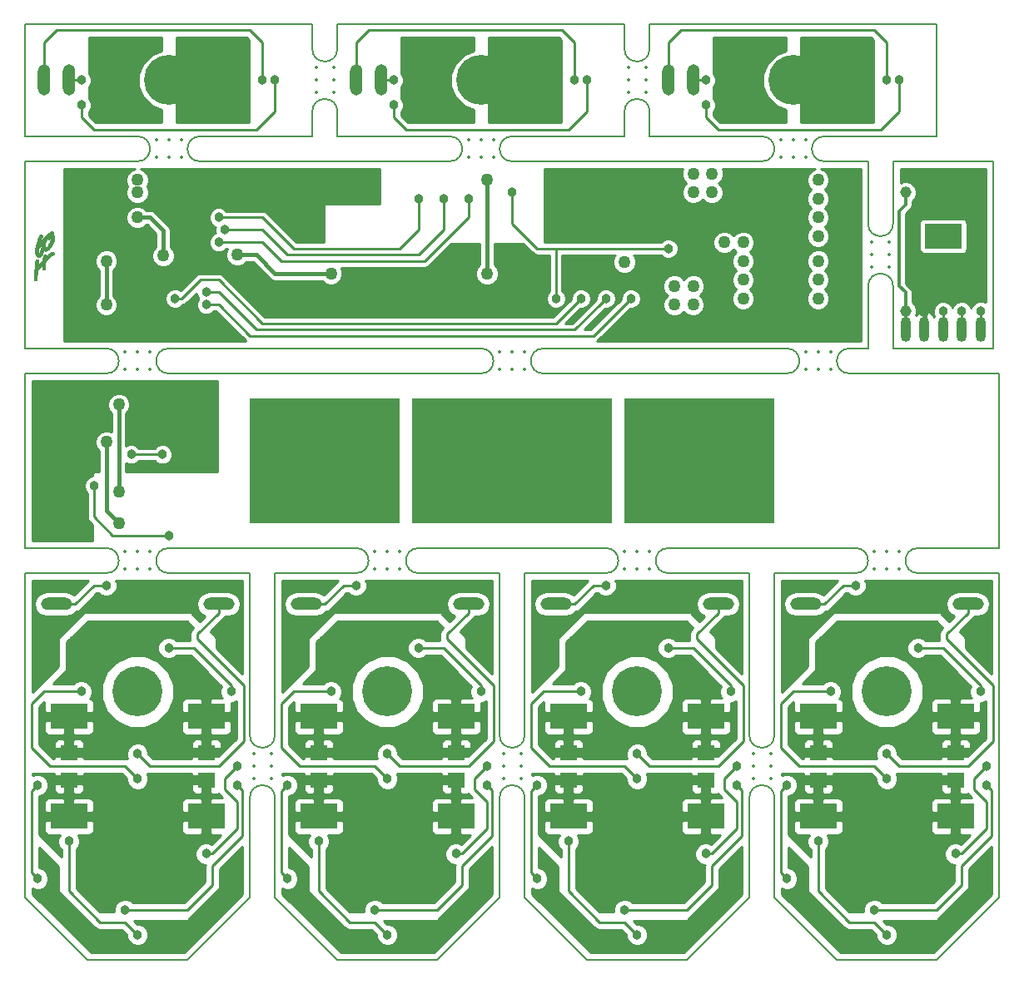
<source format=gbl>
G04 #@! TF.FileFunction,Copper,L2,Bot,Signal*
%FSLAX46Y46*%
G04 Gerber Fmt 4.6, Leading zero omitted, Abs format (unit mm)*
G04 Created by KiCad (PCBNEW (2016-05-03 BZR 6266)-product) date Thu Jul 21 04:02:18 2016*
%MOMM*%
%LPD*%
G01*
G04 APERTURE LIST*
%ADD10C,0.350000*%
%ADD11C,0.150000*%
%ADD12C,0.050000*%
%ADD13R,2.540000X3.810000*%
%ADD14C,5.080000*%
%ADD15C,1.016000*%
%ADD16O,1.270000X3.175000*%
%ADD17R,1.800000X1.600000*%
%ADD18O,3.175000X1.270000*%
%ADD19R,3.810000X2.540000*%
%ADD20R,15.240000X12.700000*%
%ADD21R,20.320000X12.700000*%
%ADD22O,1.016000X2.540000*%
%ADD23C,1.270000*%
%ADD24C,1.168400*%
%ADD25C,0.965200*%
%ADD26C,0.406400*%
%ADD27C,0.304800*%
%ADD28C,0.254000*%
%ADD29C,0.350000*%
G04 APERTURE END LIST*
D10*
D11*
X151130000Y-107315000D02*
X142875000Y-107315000D01*
X155575000Y-51435000D02*
X155575000Y-53975000D01*
X153035000Y-51435000D02*
X153035000Y-53975000D01*
X135255000Y-62865000D02*
X123825000Y-62865000D01*
X153035000Y-62865000D02*
X141605000Y-62865000D01*
X153035000Y-60325000D02*
X153035000Y-62865000D01*
X155575000Y-62865000D02*
X155575000Y-60325000D01*
X167005000Y-62865000D02*
X155575000Y-62865000D01*
X184785000Y-62865000D02*
X173355000Y-62865000D01*
X123825000Y-53975000D02*
X123825000Y-51435000D01*
X121285000Y-53975000D02*
X121285000Y-51435000D01*
X123825000Y-60325000D02*
X123825000Y-62865000D01*
X121285000Y-62865000D02*
X121285000Y-60325000D01*
X109855000Y-62865000D02*
X121285000Y-62865000D01*
X92075000Y-62865000D02*
X103505000Y-62865000D01*
X173355000Y-65405000D02*
X177800000Y-65405000D01*
X167005000Y-65405000D02*
X141605000Y-65405000D01*
X109855000Y-65405000D02*
X135255000Y-65405000D01*
X92075000Y-65405000D02*
X103505000Y-65405000D01*
X123825000Y-60325000D02*
G75*
G03X121285000Y-60325000I-1270000J0D01*
G01*
X121285000Y-53975000D02*
G75*
G03X123825000Y-53975000I1270000J0D01*
G01*
X153035000Y-53975000D02*
G75*
G03X155575000Y-53975000I1270000J0D01*
G01*
X155575000Y-60325000D02*
G75*
G03X153035000Y-60325000I-1270000J0D01*
G01*
X173355000Y-62865000D02*
G75*
G03X173355000Y-65405000I0J-1270000D01*
G01*
X167005000Y-65405000D02*
G75*
G03X167005000Y-62865000I0J1270000D01*
G01*
X141605000Y-62865000D02*
G75*
G03X141605000Y-65405000I0J-1270000D01*
G01*
X135255000Y-65405000D02*
G75*
G03X135255000Y-62865000I0J1270000D01*
G01*
X109855000Y-62865000D02*
G75*
G03X109855000Y-65405000I0J-1270000D01*
G01*
X103505000Y-65405000D02*
G75*
G03X103505000Y-62865000I0J1270000D01*
G01*
X180340000Y-78105000D02*
G75*
G03X177800000Y-78105000I-1270000J0D01*
G01*
X177800000Y-71755000D02*
G75*
G03X180340000Y-71755000I1270000J0D01*
G01*
X177800000Y-65405000D02*
X177800000Y-71755000D01*
X180340000Y-71755000D02*
X180340000Y-65405000D01*
X180340000Y-78105000D02*
X180340000Y-84455000D01*
X177800000Y-84455000D02*
X177800000Y-78105000D01*
X100330000Y-86995000D02*
G75*
G03X100330000Y-84455000I0J1270000D01*
G01*
X106680000Y-84455000D02*
G75*
G03X106680000Y-86995000I0J-1270000D01*
G01*
X138430000Y-86995000D02*
G75*
G03X138430000Y-84455000I0J1270000D01*
G01*
X144780000Y-84455000D02*
G75*
G03X144780000Y-86995000I0J-1270000D01*
G01*
X169545000Y-86995000D02*
G75*
G03X169545000Y-84455000I0J1270000D01*
G01*
X175895000Y-84455000D02*
G75*
G03X175895000Y-86995000I0J-1270000D01*
G01*
X175895000Y-84455000D02*
X177800000Y-84455000D01*
X144780000Y-84455000D02*
X169545000Y-84455000D01*
X106680000Y-84455000D02*
X138430000Y-84455000D01*
X92075000Y-84455000D02*
X100330000Y-84455000D01*
X175895000Y-86995000D02*
X191135000Y-86995000D01*
X144780000Y-86995000D02*
X169545000Y-86995000D01*
X106680000Y-86995000D02*
X138430000Y-86995000D01*
X92075000Y-86995000D02*
X100330000Y-86995000D01*
X100330000Y-107315000D02*
X92075000Y-107315000D01*
X114935000Y-107315000D02*
X106680000Y-107315000D01*
X125730000Y-107315000D02*
X117475000Y-107315000D01*
X140335000Y-107315000D02*
X132080000Y-107315000D01*
X165735000Y-107315000D02*
X157480000Y-107315000D01*
X100330000Y-104775000D02*
X92075000Y-104775000D01*
X125730000Y-104775000D02*
X106680000Y-104775000D01*
X151130000Y-104775000D02*
X132080000Y-104775000D01*
X176530000Y-104775000D02*
X157480000Y-104775000D01*
X176530000Y-107315000D02*
X168275000Y-107315000D01*
X182880000Y-107315000D02*
X191135000Y-107315000D01*
X191135000Y-104775000D02*
X182880000Y-104775000D01*
X182880000Y-104775000D02*
G75*
G03X182880000Y-107315000I0J-1270000D01*
G01*
X176530000Y-107315000D02*
G75*
G03X176530000Y-104775000I0J1270000D01*
G01*
X157480000Y-104775000D02*
G75*
G03X157480000Y-107315000I0J-1270000D01*
G01*
X151130000Y-107315000D02*
G75*
G03X151130000Y-104775000I0J1270000D01*
G01*
X132080000Y-104775000D02*
G75*
G03X132080000Y-107315000I0J-1270000D01*
G01*
X125730000Y-107315000D02*
G75*
G03X125730000Y-104775000I0J1270000D01*
G01*
X100330000Y-107315000D02*
G75*
G03X100330000Y-104775000I0J1270000D01*
G01*
X106680000Y-104775000D02*
G75*
G03X106680000Y-107315000I0J-1270000D01*
G01*
X140335000Y-123825000D02*
G75*
G03X142875000Y-123825000I1270000J0D01*
G01*
X165735000Y-123825000D02*
G75*
G03X168275000Y-123825000I1270000J0D01*
G01*
X168275000Y-130175000D02*
G75*
G03X165735000Y-130175000I-1270000J0D01*
G01*
X142875000Y-130175000D02*
G75*
G03X140335000Y-130175000I-1270000J0D01*
G01*
X117475000Y-130175000D02*
G75*
G03X114935000Y-130175000I-1270000J0D01*
G01*
X114935000Y-123825000D02*
G75*
G03X117475000Y-123825000I1270000J0D01*
G01*
X140335000Y-107315000D02*
X140335000Y-123825000D01*
X142875000Y-123825000D02*
X142875000Y-107315000D01*
X165735000Y-107315000D02*
X165735000Y-123825000D01*
X168275000Y-123825000D02*
X168275000Y-107315000D01*
X168275000Y-130175000D02*
X168275000Y-140335000D01*
X165735000Y-140335000D02*
X165735000Y-130175000D01*
X142875000Y-140335000D02*
X142875000Y-130175000D01*
X140335000Y-130175000D02*
X140335000Y-140335000D01*
X117475000Y-107315000D02*
X117475000Y-123825000D01*
X114935000Y-123825000D02*
X114935000Y-107315000D01*
X117475000Y-130175000D02*
X117475000Y-140335000D01*
X114935000Y-140335000D02*
X114935000Y-130175000D01*
X184785000Y-62865000D02*
X184785000Y-51435000D01*
X184785000Y-51435000D02*
X155575000Y-51435000D01*
X121285000Y-51435000D02*
X92075000Y-51435000D01*
X92075000Y-51435000D02*
X92075000Y-62865000D01*
X142875000Y-140335000D02*
X149225000Y-146685000D01*
X165735000Y-140335000D02*
X159385000Y-146685000D01*
X159385000Y-146685000D02*
X149225000Y-146685000D01*
X191135000Y-107315000D02*
X191135000Y-140335000D01*
X184785000Y-146685000D02*
X174625000Y-146685000D01*
X191135000Y-140335000D02*
X184785000Y-146685000D01*
X168275000Y-140335000D02*
X174625000Y-146685000D01*
X117475000Y-140335000D02*
X123825000Y-146685000D01*
X140335000Y-140335000D02*
X133985000Y-146685000D01*
X133985000Y-146685000D02*
X123825000Y-146685000D01*
X92075000Y-86995000D02*
X92075000Y-104775000D01*
X191135000Y-104775000D02*
X191135000Y-86995000D01*
X92075000Y-140335000D02*
X92075000Y-107315000D01*
X108585000Y-146685000D02*
X98425000Y-146685000D01*
X114935000Y-140335000D02*
X108585000Y-146685000D01*
X92075000Y-140335000D02*
X98425000Y-146685000D01*
X92075000Y-84455000D02*
X92075000Y-65405000D01*
X190500000Y-65405000D02*
X180340000Y-65405000D01*
X190500000Y-84455000D02*
X190500000Y-65405000D01*
X180340000Y-84455000D02*
X190500000Y-84455000D01*
X153035000Y-51435000D02*
X123825000Y-51435000D01*
D12*
G36*
X93454621Y-75131040D02*
X93517702Y-75127773D01*
X93572055Y-75115688D01*
X93585139Y-75110484D01*
X93645455Y-75072676D01*
X93705196Y-75014798D01*
X93763658Y-74937948D01*
X93816271Y-74849707D01*
X93432752Y-74849707D01*
X93418350Y-74823708D01*
X93407208Y-74789655D01*
X93400530Y-74737853D01*
X93398220Y-74671223D01*
X93400180Y-74592683D01*
X93406313Y-74505154D01*
X93416522Y-74411556D01*
X93430709Y-74314810D01*
X93436412Y-74281770D01*
X93444635Y-74237671D01*
X93451305Y-74210400D01*
X93458422Y-74195918D01*
X93467984Y-74190186D01*
X93481990Y-74189166D01*
X93482255Y-74189166D01*
X93500082Y-74187226D01*
X93518222Y-74180044D01*
X93538999Y-74165574D01*
X93564734Y-74141773D01*
X93597749Y-74106597D01*
X93640366Y-74058001D01*
X93668140Y-74025518D01*
X93704364Y-73983160D01*
X93735514Y-73947180D01*
X93759149Y-73920365D01*
X93772825Y-73905499D01*
X93775185Y-73903416D01*
X93776244Y-73909593D01*
X93773377Y-73929143D01*
X93766254Y-73963596D01*
X93754545Y-74014483D01*
X93737918Y-74083333D01*
X93724862Y-74136250D01*
X93691206Y-74263293D01*
X93655158Y-74383688D01*
X93617607Y-74495127D01*
X93579443Y-74595304D01*
X93541556Y-74681913D01*
X93504836Y-74752648D01*
X93470172Y-74805203D01*
X93463738Y-74813124D01*
X93432752Y-74849707D01*
X93816271Y-74849707D01*
X93820137Y-74843224D01*
X93873931Y-74731721D01*
X93924336Y-74604537D01*
X93941795Y-74554291D01*
X93955314Y-74514008D01*
X93966422Y-74480952D01*
X93973259Y-74460654D01*
X93974246Y-74457745D01*
X93985402Y-74455714D01*
X94012240Y-74464454D01*
X94049215Y-74481558D01*
X94091647Y-74501281D01*
X94126495Y-74512132D01*
X94164037Y-74516595D01*
X94196810Y-74517250D01*
X94260170Y-74511959D01*
X94320242Y-74494985D01*
X94380113Y-74464674D01*
X94442871Y-74419374D01*
X94511605Y-74357429D01*
X94530833Y-74338396D01*
X94627720Y-74228821D01*
X94640988Y-74210333D01*
X94178098Y-74210333D01*
X94160399Y-74200307D01*
X94144288Y-74172417D01*
X94130436Y-74129948D01*
X94119517Y-74076182D01*
X94112202Y-74014403D01*
X94109165Y-73947894D01*
X94110922Y-73882250D01*
X94128033Y-73727344D01*
X94158531Y-73569916D01*
X94165254Y-73542400D01*
X94175111Y-73508124D01*
X94187165Y-73480065D01*
X94204888Y-73452576D01*
X94231748Y-73420014D01*
X94258900Y-73390035D01*
X94334879Y-73307644D01*
X94368580Y-73325072D01*
X94412595Y-73339435D01*
X94460097Y-73341768D01*
X94502933Y-73332296D01*
X94523359Y-73320765D01*
X94544434Y-73295754D01*
X94560911Y-73261703D01*
X94563088Y-73254619D01*
X94580880Y-73192216D01*
X94596322Y-73145734D01*
X94611326Y-73110360D01*
X94627803Y-73081281D01*
X94637542Y-73067113D01*
X94656742Y-73043551D01*
X94671524Y-73030693D01*
X94676633Y-73030043D01*
X94685534Y-73047225D01*
X94694959Y-73078102D01*
X94703145Y-73115325D01*
X94708326Y-73151546D01*
X94709210Y-73165675D01*
X94707534Y-73196109D01*
X94702144Y-73238345D01*
X94694179Y-73283581D01*
X94693593Y-73286450D01*
X94667468Y-73387463D01*
X94629312Y-73499426D01*
X94581240Y-73617547D01*
X94525365Y-73737031D01*
X94463804Y-73853084D01*
X94398671Y-73960912D01*
X94390617Y-73973219D01*
X94353197Y-74026913D01*
X94313608Y-74078641D01*
X94274417Y-74125539D01*
X94238192Y-74164745D01*
X94207497Y-74193393D01*
X94184901Y-74208622D01*
X94178098Y-74210333D01*
X94640988Y-74210333D01*
X94718723Y-74102022D01*
X94802044Y-73961547D01*
X94875884Y-73810939D01*
X94938444Y-73653746D01*
X94987926Y-73493512D01*
X95012224Y-73389412D01*
X95025782Y-73308172D01*
X95034361Y-73225719D01*
X95037822Y-73146890D01*
X95036025Y-73076520D01*
X95028830Y-73019446D01*
X95023529Y-72998541D01*
X95001023Y-72940389D01*
X94969943Y-72885436D01*
X94938960Y-72842042D01*
X94902174Y-72793849D01*
X94923319Y-72753320D01*
X94939997Y-72701130D01*
X94937970Y-72649543D01*
X94919507Y-72602005D01*
X94886878Y-72561959D01*
X94842353Y-72532849D01*
X94788202Y-72518120D01*
X94767582Y-72517000D01*
X94729267Y-72519091D01*
X94695160Y-72524404D01*
X94682873Y-72527932D01*
X94656391Y-72542967D01*
X94617205Y-72572149D01*
X94566853Y-72613963D01*
X94506874Y-72666899D01*
X94438805Y-72729443D01*
X94364185Y-72800082D01*
X94284552Y-72877305D01*
X94201443Y-72959599D01*
X94116399Y-73045451D01*
X94030956Y-73133349D01*
X93946652Y-73221780D01*
X93865027Y-73309232D01*
X93787617Y-73394192D01*
X93715963Y-73475149D01*
X93695466Y-73498838D01*
X93665179Y-73533692D01*
X93640712Y-73561166D01*
X93624836Y-73578194D01*
X93620166Y-73582163D01*
X93623410Y-73571175D01*
X93632321Y-73543886D01*
X93645663Y-73504008D01*
X93662204Y-73455249D01*
X93668508Y-73436809D01*
X93709052Y-73324539D01*
X93746625Y-73233138D01*
X93781213Y-73162631D01*
X93812806Y-73113045D01*
X93821014Y-73103026D01*
X93846517Y-73059687D01*
X93853521Y-73012466D01*
X93843060Y-72965645D01*
X93816163Y-72923505D01*
X93773863Y-72890328D01*
X93769170Y-72887843D01*
X93712230Y-72869915D01*
X93654038Y-72871654D01*
X93598691Y-72892248D01*
X93550282Y-72930883D01*
X93549840Y-72931365D01*
X93527831Y-72961724D01*
X93500667Y-73009220D01*
X93469662Y-73070839D01*
X93436132Y-73143564D01*
X93401391Y-73224380D01*
X93366756Y-73310271D01*
X93333540Y-73398222D01*
X93303059Y-73485217D01*
X93287482Y-73533000D01*
X93251365Y-73654010D01*
X93217359Y-73781035D01*
X93185927Y-73911384D01*
X93157535Y-74042367D01*
X93132643Y-74171293D01*
X93111717Y-74295472D01*
X93095219Y-74412213D01*
X93083613Y-74518825D01*
X93077361Y-74612618D01*
X93076928Y-74690901D01*
X93080400Y-74735543D01*
X93101482Y-74835958D01*
X93136789Y-74924679D01*
X93185146Y-74999976D01*
X93245379Y-75060115D01*
X93316315Y-75103363D01*
X93334839Y-75111050D01*
X93390953Y-75125472D01*
X93454621Y-75131040D01*
X93454621Y-75131040D01*
X93454621Y-75131040D01*
G37*
X93454621Y-75131040D02*
X93517702Y-75127773D01*
X93572055Y-75115688D01*
X93585139Y-75110484D01*
X93645455Y-75072676D01*
X93705196Y-75014798D01*
X93763658Y-74937948D01*
X93816271Y-74849707D01*
X93432752Y-74849707D01*
X93418350Y-74823708D01*
X93407208Y-74789655D01*
X93400530Y-74737853D01*
X93398220Y-74671223D01*
X93400180Y-74592683D01*
X93406313Y-74505154D01*
X93416522Y-74411556D01*
X93430709Y-74314810D01*
X93436412Y-74281770D01*
X93444635Y-74237671D01*
X93451305Y-74210400D01*
X93458422Y-74195918D01*
X93467984Y-74190186D01*
X93481990Y-74189166D01*
X93482255Y-74189166D01*
X93500082Y-74187226D01*
X93518222Y-74180044D01*
X93538999Y-74165574D01*
X93564734Y-74141773D01*
X93597749Y-74106597D01*
X93640366Y-74058001D01*
X93668140Y-74025518D01*
X93704364Y-73983160D01*
X93735514Y-73947180D01*
X93759149Y-73920365D01*
X93772825Y-73905499D01*
X93775185Y-73903416D01*
X93776244Y-73909593D01*
X93773377Y-73929143D01*
X93766254Y-73963596D01*
X93754545Y-74014483D01*
X93737918Y-74083333D01*
X93724862Y-74136250D01*
X93691206Y-74263293D01*
X93655158Y-74383688D01*
X93617607Y-74495127D01*
X93579443Y-74595304D01*
X93541556Y-74681913D01*
X93504836Y-74752648D01*
X93470172Y-74805203D01*
X93463738Y-74813124D01*
X93432752Y-74849707D01*
X93816271Y-74849707D01*
X93820137Y-74843224D01*
X93873931Y-74731721D01*
X93924336Y-74604537D01*
X93941795Y-74554291D01*
X93955314Y-74514008D01*
X93966422Y-74480952D01*
X93973259Y-74460654D01*
X93974246Y-74457745D01*
X93985402Y-74455714D01*
X94012240Y-74464454D01*
X94049215Y-74481558D01*
X94091647Y-74501281D01*
X94126495Y-74512132D01*
X94164037Y-74516595D01*
X94196810Y-74517250D01*
X94260170Y-74511959D01*
X94320242Y-74494985D01*
X94380113Y-74464674D01*
X94442871Y-74419374D01*
X94511605Y-74357429D01*
X94530833Y-74338396D01*
X94627720Y-74228821D01*
X94640988Y-74210333D01*
X94178098Y-74210333D01*
X94160399Y-74200307D01*
X94144288Y-74172417D01*
X94130436Y-74129948D01*
X94119517Y-74076182D01*
X94112202Y-74014403D01*
X94109165Y-73947894D01*
X94110922Y-73882250D01*
X94128033Y-73727344D01*
X94158531Y-73569916D01*
X94165254Y-73542400D01*
X94175111Y-73508124D01*
X94187165Y-73480065D01*
X94204888Y-73452576D01*
X94231748Y-73420014D01*
X94258900Y-73390035D01*
X94334879Y-73307644D01*
X94368580Y-73325072D01*
X94412595Y-73339435D01*
X94460097Y-73341768D01*
X94502933Y-73332296D01*
X94523359Y-73320765D01*
X94544434Y-73295754D01*
X94560911Y-73261703D01*
X94563088Y-73254619D01*
X94580880Y-73192216D01*
X94596322Y-73145734D01*
X94611326Y-73110360D01*
X94627803Y-73081281D01*
X94637542Y-73067113D01*
X94656742Y-73043551D01*
X94671524Y-73030693D01*
X94676633Y-73030043D01*
X94685534Y-73047225D01*
X94694959Y-73078102D01*
X94703145Y-73115325D01*
X94708326Y-73151546D01*
X94709210Y-73165675D01*
X94707534Y-73196109D01*
X94702144Y-73238345D01*
X94694179Y-73283581D01*
X94693593Y-73286450D01*
X94667468Y-73387463D01*
X94629312Y-73499426D01*
X94581240Y-73617547D01*
X94525365Y-73737031D01*
X94463804Y-73853084D01*
X94398671Y-73960912D01*
X94390617Y-73973219D01*
X94353197Y-74026913D01*
X94313608Y-74078641D01*
X94274417Y-74125539D01*
X94238192Y-74164745D01*
X94207497Y-74193393D01*
X94184901Y-74208622D01*
X94178098Y-74210333D01*
X94640988Y-74210333D01*
X94718723Y-74102022D01*
X94802044Y-73961547D01*
X94875884Y-73810939D01*
X94938444Y-73653746D01*
X94987926Y-73493512D01*
X95012224Y-73389412D01*
X95025782Y-73308172D01*
X95034361Y-73225719D01*
X95037822Y-73146890D01*
X95036025Y-73076520D01*
X95028830Y-73019446D01*
X95023529Y-72998541D01*
X95001023Y-72940389D01*
X94969943Y-72885436D01*
X94938960Y-72842042D01*
X94902174Y-72793849D01*
X94923319Y-72753320D01*
X94939997Y-72701130D01*
X94937970Y-72649543D01*
X94919507Y-72602005D01*
X94886878Y-72561959D01*
X94842353Y-72532849D01*
X94788202Y-72518120D01*
X94767582Y-72517000D01*
X94729267Y-72519091D01*
X94695160Y-72524404D01*
X94682873Y-72527932D01*
X94656391Y-72542967D01*
X94617205Y-72572149D01*
X94566853Y-72613963D01*
X94506874Y-72666899D01*
X94438805Y-72729443D01*
X94364185Y-72800082D01*
X94284552Y-72877305D01*
X94201443Y-72959599D01*
X94116399Y-73045451D01*
X94030956Y-73133349D01*
X93946652Y-73221780D01*
X93865027Y-73309232D01*
X93787617Y-73394192D01*
X93715963Y-73475149D01*
X93695466Y-73498838D01*
X93665179Y-73533692D01*
X93640712Y-73561166D01*
X93624836Y-73578194D01*
X93620166Y-73582163D01*
X93623410Y-73571175D01*
X93632321Y-73543886D01*
X93645663Y-73504008D01*
X93662204Y-73455249D01*
X93668508Y-73436809D01*
X93709052Y-73324539D01*
X93746625Y-73233138D01*
X93781213Y-73162631D01*
X93812806Y-73113045D01*
X93821014Y-73103026D01*
X93846517Y-73059687D01*
X93853521Y-73012466D01*
X93843060Y-72965645D01*
X93816163Y-72923505D01*
X93773863Y-72890328D01*
X93769170Y-72887843D01*
X93712230Y-72869915D01*
X93654038Y-72871654D01*
X93598691Y-72892248D01*
X93550282Y-72930883D01*
X93549840Y-72931365D01*
X93527831Y-72961724D01*
X93500667Y-73009220D01*
X93469662Y-73070839D01*
X93436132Y-73143564D01*
X93401391Y-73224380D01*
X93366756Y-73310271D01*
X93333540Y-73398222D01*
X93303059Y-73485217D01*
X93287482Y-73533000D01*
X93251365Y-73654010D01*
X93217359Y-73781035D01*
X93185927Y-73911384D01*
X93157535Y-74042367D01*
X93132643Y-74171293D01*
X93111717Y-74295472D01*
X93095219Y-74412213D01*
X93083613Y-74518825D01*
X93077361Y-74612618D01*
X93076928Y-74690901D01*
X93080400Y-74735543D01*
X93101482Y-74835958D01*
X93136789Y-74924679D01*
X93185146Y-74999976D01*
X93245379Y-75060115D01*
X93316315Y-75103363D01*
X93334839Y-75111050D01*
X93390953Y-75125472D01*
X93454621Y-75131040D01*
X93454621Y-75131040D01*
G36*
X93098697Y-77554583D02*
X93146163Y-77548048D01*
X93192653Y-77530308D01*
X93232663Y-77502425D01*
X93247383Y-77486479D01*
X93255181Y-77474276D01*
X93261114Y-77458018D01*
X93265632Y-77434353D01*
X93269185Y-77399933D01*
X93272224Y-77351409D01*
X93275199Y-77285432D01*
X93275533Y-77277163D01*
X93278385Y-77211217D01*
X93282201Y-77130282D01*
X93286674Y-77040493D01*
X93291494Y-76947989D01*
X93296355Y-76858908D01*
X93298006Y-76829708D01*
X93302161Y-76756574D01*
X93305884Y-76690163D01*
X93309011Y-76633489D01*
X93311376Y-76589563D01*
X93312816Y-76561398D01*
X93313190Y-76552297D01*
X93319651Y-76539460D01*
X93337146Y-76514331D01*
X93362917Y-76480676D01*
X93390694Y-76446464D01*
X93417403Y-76415072D01*
X93452924Y-76374320D01*
X93495065Y-76326628D01*
X93541633Y-76274416D01*
X93590436Y-76220105D01*
X93639282Y-76166114D01*
X93685977Y-76114864D01*
X93728330Y-76068774D01*
X93764147Y-76030265D01*
X93791237Y-76001757D01*
X93807406Y-75985669D01*
X93810401Y-75983205D01*
X93813848Y-75990736D01*
X93815664Y-76016967D01*
X93815791Y-76059489D01*
X93814170Y-76115892D01*
X93813855Y-76123483D01*
X93811711Y-76196285D01*
X93812843Y-76252094D01*
X93817992Y-76294932D01*
X93827897Y-76328819D01*
X93843300Y-76357779D01*
X93861409Y-76381691D01*
X93899304Y-76415535D01*
X93944829Y-76439486D01*
X93992093Y-76451670D01*
X94035200Y-76450215D01*
X94054669Y-76443102D01*
X94067349Y-76435192D01*
X94077693Y-76424957D01*
X94085987Y-76410254D01*
X94092514Y-76388945D01*
X94097559Y-76358886D01*
X94101405Y-76317937D01*
X94104337Y-76263956D01*
X94106639Y-76194802D01*
X94108594Y-76108335D01*
X94110099Y-76025375D01*
X94111841Y-75940329D01*
X94114007Y-75861153D01*
X94116481Y-75790569D01*
X94119147Y-75731300D01*
X94121888Y-75686068D01*
X94124587Y-75657596D01*
X94126184Y-75649567D01*
X94137132Y-75632933D01*
X94161215Y-75603809D01*
X94196321Y-75564384D01*
X94240334Y-75516847D01*
X94291141Y-75463387D01*
X94346628Y-75406193D01*
X94404681Y-75347455D01*
X94463185Y-75289362D01*
X94520028Y-75234102D01*
X94573095Y-75183864D01*
X94598612Y-75160347D01*
X94694306Y-75075557D01*
X94778843Y-75005934D01*
X94854134Y-74949994D01*
X94922090Y-74906252D01*
X94935499Y-74898538D01*
X94985198Y-74864882D01*
X95014805Y-74830008D01*
X95025366Y-74791566D01*
X95017924Y-74747207D01*
X95010890Y-74728992D01*
X94978002Y-74675287D01*
X94930127Y-74634183D01*
X94906858Y-74620905D01*
X94867776Y-74607283D01*
X94825114Y-74605845D01*
X94776837Y-74617325D01*
X94720905Y-74642457D01*
X94655280Y-74681977D01*
X94577926Y-74736618D01*
X94570466Y-74742193D01*
X94530336Y-74772562D01*
X94495850Y-74799495D01*
X94463328Y-74826139D01*
X94429093Y-74855644D01*
X94389464Y-74891159D01*
X94340765Y-74935832D01*
X94298487Y-74975000D01*
X94220099Y-75047784D01*
X94207095Y-75009958D01*
X94190551Y-74971478D01*
X94169727Y-74947903D01*
X94138344Y-74933068D01*
X94124732Y-74929075D01*
X94075810Y-74922727D01*
X94025115Y-74927425D01*
X93978199Y-74941471D01*
X93940616Y-74963167D01*
X93917918Y-74990814D01*
X93917188Y-74992533D01*
X93912049Y-75011640D01*
X93904566Y-75047798D01*
X93895401Y-75097105D01*
X93885215Y-75155659D01*
X93874669Y-75219559D01*
X93864425Y-75284904D01*
X93855144Y-75347791D01*
X93847786Y-75401981D01*
X93845225Y-75418211D01*
X93840960Y-75433550D01*
X93833439Y-75450113D01*
X93821112Y-75470015D01*
X93802427Y-75495372D01*
X93775833Y-75528297D01*
X93739777Y-75570907D01*
X93692710Y-75625316D01*
X93637917Y-75688105D01*
X93583870Y-75749973D01*
X93532421Y-75808938D01*
X93485780Y-75862462D01*
X93446157Y-75908006D01*
X93415762Y-75943034D01*
X93396804Y-75965006D01*
X93395270Y-75966799D01*
X93374287Y-75989580D01*
X93359902Y-76001737D01*
X93355583Y-76001422D01*
X93356655Y-75987608D01*
X93359640Y-75956211D01*
X93364192Y-75910692D01*
X93369964Y-75854515D01*
X93376610Y-75791141D01*
X93377102Y-75786490D01*
X93386518Y-75704615D01*
X93395561Y-75639733D01*
X93404028Y-75593085D01*
X93411715Y-75565910D01*
X93414144Y-75561284D01*
X93422944Y-75537476D01*
X93428329Y-75501289D01*
X93429783Y-75461314D01*
X93426793Y-75426139D01*
X93423092Y-75412015D01*
X93404060Y-75389671D01*
X93370002Y-75373914D01*
X93326203Y-75365369D01*
X93277949Y-75364662D01*
X93230522Y-75372419D01*
X93196566Y-75385219D01*
X93166492Y-75404274D01*
X93142963Y-75425524D01*
X93138722Y-75431074D01*
X93130168Y-75453621D01*
X93120719Y-75495467D01*
X93110547Y-75554771D01*
X93099825Y-75629691D01*
X93088725Y-75718385D01*
X93077420Y-75819014D01*
X93066082Y-75929735D01*
X93054883Y-76048707D01*
X93043996Y-76174089D01*
X93033594Y-76304041D01*
X93023848Y-76436720D01*
X93014931Y-76570285D01*
X93007016Y-76702896D01*
X93000274Y-76832711D01*
X92994879Y-76957889D01*
X92994296Y-76973444D01*
X92990153Y-77099144D01*
X92987789Y-77205320D01*
X92987286Y-77293545D01*
X92988724Y-77365395D01*
X92992183Y-77422443D01*
X92997746Y-77466264D01*
X93005491Y-77498431D01*
X93015501Y-77520518D01*
X93022833Y-77529796D01*
X93055753Y-77548853D01*
X93098697Y-77554583D01*
X93098697Y-77554583D01*
X93098697Y-77554583D01*
G37*
X93098697Y-77554583D02*
X93146163Y-77548048D01*
X93192653Y-77530308D01*
X93232663Y-77502425D01*
X93247383Y-77486479D01*
X93255181Y-77474276D01*
X93261114Y-77458018D01*
X93265632Y-77434353D01*
X93269185Y-77399933D01*
X93272224Y-77351409D01*
X93275199Y-77285432D01*
X93275533Y-77277163D01*
X93278385Y-77211217D01*
X93282201Y-77130282D01*
X93286674Y-77040493D01*
X93291494Y-76947989D01*
X93296355Y-76858908D01*
X93298006Y-76829708D01*
X93302161Y-76756574D01*
X93305884Y-76690163D01*
X93309011Y-76633489D01*
X93311376Y-76589563D01*
X93312816Y-76561398D01*
X93313190Y-76552297D01*
X93319651Y-76539460D01*
X93337146Y-76514331D01*
X93362917Y-76480676D01*
X93390694Y-76446464D01*
X93417403Y-76415072D01*
X93452924Y-76374320D01*
X93495065Y-76326628D01*
X93541633Y-76274416D01*
X93590436Y-76220105D01*
X93639282Y-76166114D01*
X93685977Y-76114864D01*
X93728330Y-76068774D01*
X93764147Y-76030265D01*
X93791237Y-76001757D01*
X93807406Y-75985669D01*
X93810401Y-75983205D01*
X93813848Y-75990736D01*
X93815664Y-76016967D01*
X93815791Y-76059489D01*
X93814170Y-76115892D01*
X93813855Y-76123483D01*
X93811711Y-76196285D01*
X93812843Y-76252094D01*
X93817992Y-76294932D01*
X93827897Y-76328819D01*
X93843300Y-76357779D01*
X93861409Y-76381691D01*
X93899304Y-76415535D01*
X93944829Y-76439486D01*
X93992093Y-76451670D01*
X94035200Y-76450215D01*
X94054669Y-76443102D01*
X94067349Y-76435192D01*
X94077693Y-76424957D01*
X94085987Y-76410254D01*
X94092514Y-76388945D01*
X94097559Y-76358886D01*
X94101405Y-76317937D01*
X94104337Y-76263956D01*
X94106639Y-76194802D01*
X94108594Y-76108335D01*
X94110099Y-76025375D01*
X94111841Y-75940329D01*
X94114007Y-75861153D01*
X94116481Y-75790569D01*
X94119147Y-75731300D01*
X94121888Y-75686068D01*
X94124587Y-75657596D01*
X94126184Y-75649567D01*
X94137132Y-75632933D01*
X94161215Y-75603809D01*
X94196321Y-75564384D01*
X94240334Y-75516847D01*
X94291141Y-75463387D01*
X94346628Y-75406193D01*
X94404681Y-75347455D01*
X94463185Y-75289362D01*
X94520028Y-75234102D01*
X94573095Y-75183864D01*
X94598612Y-75160347D01*
X94694306Y-75075557D01*
X94778843Y-75005934D01*
X94854134Y-74949994D01*
X94922090Y-74906252D01*
X94935499Y-74898538D01*
X94985198Y-74864882D01*
X95014805Y-74830008D01*
X95025366Y-74791566D01*
X95017924Y-74747207D01*
X95010890Y-74728992D01*
X94978002Y-74675287D01*
X94930127Y-74634183D01*
X94906858Y-74620905D01*
X94867776Y-74607283D01*
X94825114Y-74605845D01*
X94776837Y-74617325D01*
X94720905Y-74642457D01*
X94655280Y-74681977D01*
X94577926Y-74736618D01*
X94570466Y-74742193D01*
X94530336Y-74772562D01*
X94495850Y-74799495D01*
X94463328Y-74826139D01*
X94429093Y-74855644D01*
X94389464Y-74891159D01*
X94340765Y-74935832D01*
X94298487Y-74975000D01*
X94220099Y-75047784D01*
X94207095Y-75009958D01*
X94190551Y-74971478D01*
X94169727Y-74947903D01*
X94138344Y-74933068D01*
X94124732Y-74929075D01*
X94075810Y-74922727D01*
X94025115Y-74927425D01*
X93978199Y-74941471D01*
X93940616Y-74963167D01*
X93917918Y-74990814D01*
X93917188Y-74992533D01*
X93912049Y-75011640D01*
X93904566Y-75047798D01*
X93895401Y-75097105D01*
X93885215Y-75155659D01*
X93874669Y-75219559D01*
X93864425Y-75284904D01*
X93855144Y-75347791D01*
X93847786Y-75401981D01*
X93845225Y-75418211D01*
X93840960Y-75433550D01*
X93833439Y-75450113D01*
X93821112Y-75470015D01*
X93802427Y-75495372D01*
X93775833Y-75528297D01*
X93739777Y-75570907D01*
X93692710Y-75625316D01*
X93637917Y-75688105D01*
X93583870Y-75749973D01*
X93532421Y-75808938D01*
X93485780Y-75862462D01*
X93446157Y-75908006D01*
X93415762Y-75943034D01*
X93396804Y-75965006D01*
X93395270Y-75966799D01*
X93374287Y-75989580D01*
X93359902Y-76001737D01*
X93355583Y-76001422D01*
X93356655Y-75987608D01*
X93359640Y-75956211D01*
X93364192Y-75910692D01*
X93369964Y-75854515D01*
X93376610Y-75791141D01*
X93377102Y-75786490D01*
X93386518Y-75704615D01*
X93395561Y-75639733D01*
X93404028Y-75593085D01*
X93411715Y-75565910D01*
X93414144Y-75561284D01*
X93422944Y-75537476D01*
X93428329Y-75501289D01*
X93429783Y-75461314D01*
X93426793Y-75426139D01*
X93423092Y-75412015D01*
X93404060Y-75389671D01*
X93370002Y-75373914D01*
X93326203Y-75365369D01*
X93277949Y-75364662D01*
X93230522Y-75372419D01*
X93196566Y-75385219D01*
X93166492Y-75404274D01*
X93142963Y-75425524D01*
X93138722Y-75431074D01*
X93130168Y-75453621D01*
X93120719Y-75495467D01*
X93110547Y-75554771D01*
X93099825Y-75629691D01*
X93088725Y-75718385D01*
X93077420Y-75819014D01*
X93066082Y-75929735D01*
X93054883Y-76048707D01*
X93043996Y-76174089D01*
X93033594Y-76304041D01*
X93023848Y-76436720D01*
X93014931Y-76570285D01*
X93007016Y-76702896D01*
X93000274Y-76832711D01*
X92994879Y-76957889D01*
X92994296Y-76973444D01*
X92990153Y-77099144D01*
X92987789Y-77205320D01*
X92987286Y-77293545D01*
X92988724Y-77365395D01*
X92992183Y-77422443D01*
X92997746Y-77466264D01*
X93005491Y-77498431D01*
X93015501Y-77520518D01*
X93022833Y-77529796D01*
X93055753Y-77548853D01*
X93098697Y-77554583D01*
X93098697Y-77554583D01*
D13*
X175260000Y-54610000D03*
X165100000Y-54610000D03*
X175260000Y-59690000D03*
X165100000Y-59690000D03*
D14*
X170180000Y-57150000D03*
D15*
X168275000Y-57150000D03*
X169227500Y-58799778D03*
X171132500Y-58799778D03*
X172085000Y-57150000D03*
X171132500Y-55500222D03*
X169227500Y-55500222D03*
D16*
X157480000Y-57150000D03*
X160020000Y-57150000D03*
D13*
X111760000Y-54610000D03*
X101600000Y-54610000D03*
X111760000Y-59690000D03*
X101600000Y-59690000D03*
D14*
X106680000Y-57150000D03*
D15*
X104775000Y-57150000D03*
X105727500Y-58799778D03*
X107632500Y-58799778D03*
X108585000Y-57150000D03*
X107632500Y-55500222D03*
X105727500Y-55500222D03*
D16*
X93980000Y-57150000D03*
X96520000Y-57150000D03*
D17*
X147320000Y-125600000D03*
X147320000Y-128400000D03*
X161290000Y-125600000D03*
X161290000Y-128400000D03*
D18*
X162560000Y-110490000D03*
X146050000Y-110490000D03*
D19*
X161290000Y-132080000D03*
X161290000Y-121920000D03*
X147320000Y-132080000D03*
X147320000Y-121920000D03*
D14*
X154305000Y-119380000D03*
D15*
X154305000Y-117475000D03*
X152655222Y-118427500D03*
X152655222Y-120332500D03*
X154305000Y-121285000D03*
X155954778Y-120332500D03*
X155954778Y-118427500D03*
D14*
X154305000Y-134620000D03*
D15*
X154305000Y-132715000D03*
X152655222Y-133667500D03*
X152655222Y-135572500D03*
X154305000Y-136525000D03*
X155954778Y-135572500D03*
X155954778Y-133667500D03*
D14*
X179705000Y-134620000D03*
D15*
X179705000Y-132715000D03*
X178055222Y-133667500D03*
X178055222Y-135572500D03*
X179705000Y-136525000D03*
X181354778Y-135572500D03*
X181354778Y-133667500D03*
D14*
X179705000Y-119380000D03*
D15*
X179705000Y-117475000D03*
X178055222Y-118427500D03*
X178055222Y-120332500D03*
X179705000Y-121285000D03*
X181354778Y-120332500D03*
X181354778Y-118427500D03*
D19*
X172720000Y-121920000D03*
X172720000Y-132080000D03*
X186690000Y-121920000D03*
X186690000Y-132080000D03*
D18*
X171450000Y-110490000D03*
X187960000Y-110490000D03*
D17*
X186690000Y-125600000D03*
X186690000Y-128400000D03*
X172720000Y-125600000D03*
X172720000Y-128400000D03*
X121920000Y-125600000D03*
X121920000Y-128400000D03*
X135890000Y-125600000D03*
X135890000Y-128400000D03*
D18*
X137160000Y-110490000D03*
X120650000Y-110490000D03*
D19*
X135890000Y-132080000D03*
X135890000Y-121920000D03*
X121920000Y-132080000D03*
X121920000Y-121920000D03*
D14*
X128905000Y-119380000D03*
D15*
X128905000Y-117475000D03*
X127255222Y-118427500D03*
X127255222Y-120332500D03*
X128905000Y-121285000D03*
X130554778Y-120332500D03*
X130554778Y-118427500D03*
D14*
X128905000Y-134620000D03*
D15*
X128905000Y-132715000D03*
X127255222Y-133667500D03*
X127255222Y-135572500D03*
X128905000Y-136525000D03*
X130554778Y-135572500D03*
X130554778Y-133667500D03*
D20*
X160655000Y-95885000D03*
X122555000Y-95885000D03*
D21*
X141605000Y-95885000D03*
D14*
X103505000Y-134620000D03*
D15*
X103505000Y-132715000D03*
X101855222Y-133667500D03*
X101855222Y-135572500D03*
X103505000Y-136525000D03*
X105154778Y-135572500D03*
X105154778Y-133667500D03*
D14*
X103505000Y-119380000D03*
D15*
X103505000Y-117475000D03*
X101855222Y-118427500D03*
X101855222Y-120332500D03*
X103505000Y-121285000D03*
X105154778Y-120332500D03*
X105154778Y-118427500D03*
D19*
X96520000Y-121920000D03*
X96520000Y-132080000D03*
X110490000Y-121920000D03*
X110490000Y-132080000D03*
D18*
X95250000Y-110490000D03*
X111760000Y-110490000D03*
D17*
X110490000Y-125600000D03*
X110490000Y-128400000D03*
X96520000Y-125600000D03*
X96520000Y-128400000D03*
D19*
X185420000Y-73025000D03*
D22*
X181610000Y-82550000D03*
X183515000Y-82550000D03*
X185420000Y-82550000D03*
X189230000Y-82550000D03*
X187325000Y-82550000D03*
D16*
X128270000Y-57150000D03*
X125730000Y-57150000D03*
D14*
X138430000Y-57150000D03*
D15*
X136525000Y-57150000D03*
X137477500Y-58799778D03*
X139382500Y-58799778D03*
X140335000Y-57150000D03*
X139382500Y-55500222D03*
X137477500Y-55500222D03*
D13*
X133350000Y-59690000D03*
X143510000Y-59690000D03*
X133350000Y-54610000D03*
X143510000Y-54610000D03*
D23*
X164465000Y-57150000D03*
X166370000Y-57150000D03*
X167611646Y-54581646D03*
X167640000Y-53340000D03*
X168910000Y-53340000D03*
X100965000Y-57150000D03*
X102870000Y-57150000D03*
X104111646Y-54581646D03*
X104140000Y-53340000D03*
X105410000Y-53340000D03*
X148590000Y-144145000D03*
X147320000Y-142875000D03*
X146050000Y-141605000D03*
X144780000Y-140335000D03*
X149860000Y-145415000D03*
X163830000Y-140335000D03*
X162560000Y-141605000D03*
X161290000Y-142875000D03*
X160020000Y-144145000D03*
X158750000Y-145415000D03*
X150495000Y-114300000D03*
X149225000Y-114300000D03*
X147955000Y-114300000D03*
X147955000Y-115570000D03*
X149225000Y-115570000D03*
X150495000Y-115570000D03*
X157480000Y-124460000D03*
X157480000Y-123190000D03*
X158750000Y-124460000D03*
X149860000Y-125730000D03*
X149860000Y-124460000D03*
X151130000Y-125730000D03*
X151130000Y-124460000D03*
X151130000Y-123190000D03*
X176530000Y-123190000D03*
X176530000Y-124460000D03*
X176530000Y-125730000D03*
X175260000Y-124460000D03*
X175260000Y-125730000D03*
X184150000Y-124460000D03*
X182880000Y-123190000D03*
X182880000Y-124460000D03*
X175895000Y-115570000D03*
X174625000Y-115570000D03*
X173355000Y-115570000D03*
X173355000Y-114300000D03*
X174625000Y-114300000D03*
X175895000Y-114300000D03*
X184150000Y-145415000D03*
X185420000Y-144145000D03*
X186690000Y-142875000D03*
X187960000Y-141605000D03*
X189230000Y-140335000D03*
X175260000Y-145415000D03*
X170180000Y-140335000D03*
X171450000Y-141605000D03*
X172720000Y-142875000D03*
X173990000Y-144145000D03*
X123190000Y-144145000D03*
X121920000Y-142875000D03*
X120650000Y-141605000D03*
X119380000Y-140335000D03*
X124460000Y-145415000D03*
X138430000Y-140335000D03*
X137160000Y-141605000D03*
X135890000Y-142875000D03*
X134620000Y-144145000D03*
X133350000Y-145415000D03*
X125095000Y-114300000D03*
X123825000Y-114300000D03*
X122555000Y-114300000D03*
X122555000Y-115570000D03*
X123825000Y-115570000D03*
X125095000Y-115570000D03*
X132080000Y-124460000D03*
X132080000Y-123190000D03*
X133350000Y-124460000D03*
X124460000Y-125730000D03*
X124460000Y-124460000D03*
X125730000Y-125730000D03*
X125730000Y-124460000D03*
X125730000Y-123190000D03*
X100330000Y-93980000D03*
X101600000Y-102235000D03*
X100330000Y-123190000D03*
X100330000Y-124460000D03*
X100330000Y-125730000D03*
X99060000Y-124460000D03*
X99060000Y-125730000D03*
X107950000Y-124460000D03*
X106680000Y-123190000D03*
X106680000Y-124460000D03*
X99695000Y-115570000D03*
X98425000Y-115570000D03*
X97155000Y-115570000D03*
X97155000Y-114300000D03*
X98425000Y-114300000D03*
X99695000Y-114300000D03*
X107950000Y-145415000D03*
X109220000Y-144145000D03*
X110490000Y-142875000D03*
X111760000Y-141605000D03*
X113030000Y-140335000D03*
X99060000Y-145415000D03*
X93980000Y-140335000D03*
X95250000Y-141605000D03*
X96520000Y-142875000D03*
X97790000Y-144145000D03*
X100330000Y-75565000D03*
X139065000Y-76835000D03*
X103505000Y-71120000D03*
X106128421Y-75013421D03*
X113665000Y-74930000D03*
X123190000Y-76835000D03*
X158115000Y-78105000D03*
X160020000Y-78105000D03*
X160020000Y-80010000D03*
X158115000Y-80010000D03*
X139065000Y-67310000D03*
X165100000Y-79375000D03*
X165100000Y-75565000D03*
X165100000Y-77470000D03*
X172720000Y-79375000D03*
X172720000Y-75565000D03*
X172720000Y-77470000D03*
X103505000Y-68580000D03*
X103505000Y-67310000D03*
X100330000Y-80010000D03*
X137160000Y-53340000D03*
X135890000Y-53340000D03*
X135861646Y-54581646D03*
X134620000Y-57150000D03*
X132715000Y-57150000D03*
X175895000Y-57150000D03*
X173990000Y-57150000D03*
X172720000Y-59690000D03*
X172720000Y-60960000D03*
X171450000Y-60960000D03*
X112395000Y-57150000D03*
X110490000Y-57150000D03*
X109220000Y-59690000D03*
X109220000Y-60960000D03*
X107950000Y-60960000D03*
X164465000Y-115570000D03*
X164465000Y-114300000D03*
X164465000Y-113030000D03*
X163195000Y-113030000D03*
X144145000Y-115570000D03*
X144145000Y-114300000D03*
X144145000Y-113030000D03*
X145415000Y-113030000D03*
X158115000Y-108585000D03*
X159385000Y-108585000D03*
X159385000Y-109855000D03*
X158115000Y-109855000D03*
X150495000Y-139700000D03*
X150495000Y-138430000D03*
X149225000Y-138430000D03*
X149225000Y-139700000D03*
X158115000Y-139700000D03*
X159385000Y-139700000D03*
X159385000Y-138430000D03*
X158115000Y-138430000D03*
X151130000Y-130810000D03*
X151130000Y-129540000D03*
X151130000Y-128270000D03*
X149860000Y-128270000D03*
X149860000Y-129540000D03*
X175260000Y-129540000D03*
X175260000Y-128270000D03*
X176530000Y-128270000D03*
X176530000Y-129540000D03*
X176530000Y-130810000D03*
X183515000Y-138430000D03*
X184785000Y-138430000D03*
X184785000Y-139700000D03*
X183515000Y-139700000D03*
X174625000Y-139700000D03*
X174625000Y-138430000D03*
X175895000Y-138430000D03*
X175895000Y-139700000D03*
X183515000Y-109855000D03*
X184785000Y-109855000D03*
X184785000Y-108585000D03*
X183515000Y-108585000D03*
X170815000Y-113030000D03*
X169545000Y-113030000D03*
X169545000Y-114300000D03*
X169545000Y-115570000D03*
X188595000Y-113030000D03*
X189865000Y-113030000D03*
X189865000Y-114300000D03*
X189865000Y-115570000D03*
X139065000Y-115570000D03*
X139065000Y-114300000D03*
X139065000Y-113030000D03*
X137795000Y-113030000D03*
X118745000Y-115570000D03*
X118745000Y-114300000D03*
X118745000Y-113030000D03*
X120015000Y-113030000D03*
X132715000Y-108585000D03*
X133985000Y-108585000D03*
X133985000Y-109855000D03*
X132715000Y-109855000D03*
X125095000Y-139700000D03*
X125095000Y-138430000D03*
X123825000Y-138430000D03*
X123825000Y-139700000D03*
X132715000Y-139700000D03*
X133985000Y-139700000D03*
X133985000Y-138430000D03*
X132715000Y-138430000D03*
X125730000Y-130810000D03*
X125730000Y-129540000D03*
X125730000Y-128270000D03*
X124460000Y-128270000D03*
X124460000Y-129540000D03*
X109855000Y-95250000D03*
X95250000Y-88900000D03*
X96520000Y-88900000D03*
X93345000Y-92710000D03*
X93345000Y-93980000D03*
X111125000Y-96520000D03*
X99060000Y-129540000D03*
X99060000Y-128270000D03*
X100330000Y-128270000D03*
X100330000Y-129540000D03*
X100330000Y-130810000D03*
X107315000Y-138430000D03*
X108585000Y-138430000D03*
X108585000Y-139700000D03*
X107315000Y-139700000D03*
X98425000Y-139700000D03*
X98425000Y-138430000D03*
X99695000Y-138430000D03*
X99695000Y-139700000D03*
X107315000Y-109855000D03*
X108585000Y-109855000D03*
X108585000Y-108585000D03*
X107315000Y-108585000D03*
X94615000Y-113030000D03*
X93345000Y-113030000D03*
X93345000Y-114300000D03*
X93345000Y-115570000D03*
X112395000Y-113030000D03*
X113665000Y-113030000D03*
X113665000Y-114300000D03*
X113665000Y-115570000D03*
X116840000Y-80010000D03*
X116840000Y-78105000D03*
X120650000Y-78105000D03*
X120650000Y-80009986D03*
X135890000Y-74294990D03*
X142875000Y-78740000D03*
X137795000Y-80010000D03*
X109855000Y-69113387D03*
X139700000Y-80010000D03*
X141605000Y-80010000D03*
X163830000Y-70485000D03*
X161925000Y-70485000D03*
X160020000Y-70485000D03*
X158115000Y-71755000D03*
X127635000Y-67945000D03*
X125095000Y-67945000D03*
X149224984Y-68580000D03*
X147320000Y-68580000D03*
X147320000Y-66675000D03*
X149225000Y-66675000D03*
X121539000Y-67437000D03*
X121539000Y-69469000D03*
X119507000Y-69469000D03*
X113030000Y-69215000D03*
X114935000Y-69215000D03*
X106045000Y-69215000D03*
X107950000Y-69215000D03*
X114935000Y-67310000D03*
X109855000Y-67310000D03*
X96520000Y-69215000D03*
X100330000Y-69215000D03*
X98425000Y-69215000D03*
X98424992Y-67310000D03*
X107950000Y-77470000D03*
X106045000Y-77470000D03*
X97790000Y-77470000D03*
X97790000Y-79375000D03*
D24*
X182245000Y-71755000D03*
X186055000Y-66675000D03*
X183515000Y-80645000D03*
D23*
X139700000Y-60960000D03*
X140970000Y-60960000D03*
X140970000Y-59690000D03*
X142240000Y-57150000D03*
X144145000Y-57150000D03*
D25*
X180975000Y-57150000D03*
X161290000Y-59690008D03*
X117475000Y-57150000D03*
X97790000Y-59690008D03*
X157480000Y-114935000D03*
X163830000Y-119380000D03*
X189230000Y-119380000D03*
X182880000Y-114935000D03*
X132080000Y-114935000D03*
X138430000Y-119380000D03*
X113030000Y-119380000D03*
X106680000Y-114935000D03*
X129540000Y-59690008D03*
X149225000Y-57150000D03*
X161301565Y-57138393D03*
X97801565Y-57138393D03*
X151130000Y-108585000D03*
X176530000Y-108585000D03*
X125730000Y-108585000D03*
X100330000Y-108585000D03*
X129551565Y-57138393D03*
X164465000Y-127000000D03*
X161290000Y-135890000D03*
X186690000Y-135890000D03*
X189865000Y-127000000D03*
X139065000Y-127000000D03*
X135890000Y-135890000D03*
X110490000Y-135890000D03*
X113665000Y-127000000D03*
X153035000Y-141605000D03*
X164464978Y-128905000D03*
X189864978Y-128905000D03*
X178435000Y-141605000D03*
X127635000Y-141605000D03*
X139064978Y-128905000D03*
X113664978Y-128905000D03*
X102235000Y-141605000D03*
X147320000Y-134620000D03*
X154305000Y-144145000D03*
X179705000Y-144145000D03*
X172720000Y-134620000D03*
X121920000Y-134620000D03*
X128905000Y-144145000D03*
X103505000Y-144145000D03*
X96520000Y-134620000D03*
X144145000Y-128905000D03*
X144145000Y-138430000D03*
X169545000Y-138430000D03*
X169545000Y-128905000D03*
X118745000Y-128905000D03*
X118745000Y-138430000D03*
X93345000Y-138430000D03*
X93345000Y-128905000D03*
X154305000Y-128270000D03*
X148590000Y-119380000D03*
X173990000Y-119380000D03*
X179705000Y-128270000D03*
X128905000Y-128270000D03*
X123190000Y-119380000D03*
X97790000Y-119380000D03*
X103505000Y-128270000D03*
X179705000Y-57150000D03*
X116205000Y-57150000D03*
X154305000Y-125730000D03*
X179705000Y-125730000D03*
X128905000Y-125730000D03*
X103505000Y-125730000D03*
X147955000Y-57150000D03*
D23*
X101599980Y-99060000D03*
X101600000Y-90170000D03*
D24*
X181610000Y-68580000D03*
X181610000Y-80645000D03*
D25*
X122555000Y-95885000D03*
X141605000Y-95885000D03*
X160655000Y-95885000D03*
X102870000Y-95250000D03*
X106045000Y-95250000D03*
X106680000Y-103505000D03*
X99060000Y-98425000D03*
X189230000Y-80645000D03*
X185420000Y-80645000D03*
X153670000Y-79375000D03*
X110490000Y-80010000D03*
X151130000Y-79375000D03*
X110490000Y-78740000D03*
X148590000Y-79375000D03*
X107315000Y-79375000D03*
D23*
X161925000Y-68579984D03*
X161925000Y-66675000D03*
X160020000Y-66675000D03*
X153035000Y-75666603D03*
X160020000Y-68580000D03*
D25*
X111760000Y-73660000D03*
X137160000Y-69215000D03*
X112395000Y-72389986D03*
X134620000Y-69215000D03*
X111760012Y-71120000D03*
X132080000Y-69215000D03*
X146050000Y-79375016D03*
X157480012Y-74295000D03*
X141605000Y-68580000D03*
D23*
X165100000Y-73660000D03*
X163195000Y-73660000D03*
X172720000Y-73025000D03*
X172720000Y-71120000D03*
X172720000Y-69215000D03*
X172720000Y-67310000D03*
D25*
X187325000Y-80645000D03*
D26*
X165100000Y-56515000D02*
X164465000Y-57150000D01*
X165100000Y-53975000D02*
X165100000Y-56515000D01*
X167583292Y-54610000D02*
X167611646Y-54581646D01*
X165100000Y-54610000D02*
X167583292Y-54610000D01*
X167640000Y-53340000D02*
X168910000Y-53340000D01*
X101600000Y-56515000D02*
X100965000Y-57150000D01*
X101600000Y-53975000D02*
X101600000Y-56515000D01*
X104083292Y-54610000D02*
X104111646Y-54581646D01*
X101600000Y-54610000D02*
X104083292Y-54610000D01*
X104140000Y-53340000D02*
X105410000Y-53340000D01*
X147320000Y-125095000D02*
X147955000Y-125730000D01*
X147320000Y-123190000D02*
X147320000Y-125095000D01*
X157480000Y-124460000D02*
X157480000Y-123190000D01*
X149730000Y-125600000D02*
X149860000Y-125730000D01*
X147320000Y-125600000D02*
X149730000Y-125600000D01*
X149860000Y-125730000D02*
X151130000Y-125730000D01*
X151130000Y-124460000D02*
X151130000Y-123190000D01*
X176530000Y-124460000D02*
X176530000Y-123190000D01*
X175260000Y-125730000D02*
X176530000Y-125730000D01*
X172720000Y-125600000D02*
X175130000Y-125600000D01*
X175130000Y-125600000D02*
X175260000Y-125730000D01*
X182880000Y-124460000D02*
X182880000Y-123190000D01*
X172720000Y-123190000D02*
X172720000Y-125095000D01*
X172720000Y-125095000D02*
X173355000Y-125730000D01*
X121920000Y-125095000D02*
X122555000Y-125730000D01*
X121920000Y-123190000D02*
X121920000Y-125095000D01*
X132080000Y-124460000D02*
X132080000Y-123190000D01*
X124330000Y-125600000D02*
X124460000Y-125730000D01*
X121920000Y-125600000D02*
X124330000Y-125600000D01*
X124460000Y-125730000D02*
X125730000Y-125730000D01*
X125730000Y-124460000D02*
X125730000Y-123190000D01*
X100330000Y-93980000D02*
X100330000Y-100965000D01*
X100330000Y-100965000D02*
X101600000Y-102235000D01*
X100330000Y-124460000D02*
X100330000Y-123190000D01*
X99060000Y-125730000D02*
X100330000Y-125730000D01*
X96520000Y-125600000D02*
X98930000Y-125600000D01*
X98930000Y-125600000D02*
X99060000Y-125730000D01*
X106680000Y-124460000D02*
X106680000Y-123190000D01*
X96520000Y-123190000D02*
X96520000Y-125095000D01*
X96520000Y-125095000D02*
X97155000Y-125730000D01*
X100330000Y-80010000D02*
X100330000Y-75565000D01*
X139065000Y-76835000D02*
X139065000Y-67310000D01*
X123190000Y-76835000D02*
X117475000Y-76835000D01*
X117475000Y-76835000D02*
X115570000Y-74930000D01*
X115570000Y-74930000D02*
X113665000Y-74930000D01*
X106128421Y-75013421D02*
X106128421Y-72473421D01*
X106128421Y-72473421D02*
X104775000Y-71120000D01*
X104775000Y-71120000D02*
X103505000Y-71120000D01*
X135890000Y-53340000D02*
X137160000Y-53340000D01*
X133350000Y-54610000D02*
X135833292Y-54610000D01*
X135833292Y-54610000D02*
X135861646Y-54581646D01*
X133350000Y-53975000D02*
X133350000Y-56515000D01*
X133350000Y-56515000D02*
X132715000Y-57150000D01*
X175260000Y-56515000D02*
X175895000Y-57150000D01*
X175260000Y-53975000D02*
X175260000Y-56515000D01*
X175260000Y-59690000D02*
X172720000Y-59690000D01*
X172720000Y-60960000D02*
X171450000Y-60960000D01*
X111760000Y-56515000D02*
X112395000Y-57150000D01*
X111760000Y-53975000D02*
X111760000Y-56515000D01*
X111760000Y-59690000D02*
X109220000Y-59690000D01*
X109220000Y-60960000D02*
X107950000Y-60960000D01*
X150495000Y-139700000D02*
X150495000Y-138430000D01*
X149225000Y-138430000D02*
X149225000Y-139700000D01*
X158115000Y-139700000D02*
X159385000Y-139700000D01*
X159385000Y-138430000D02*
X158115000Y-138430000D01*
X147320000Y-132080000D02*
X147320000Y-128400000D01*
X147320000Y-132080000D02*
X151130000Y-132080000D01*
X151130000Y-130810000D02*
X151130000Y-129540000D01*
X151130000Y-128270000D02*
X149860000Y-128270000D01*
X151130000Y-132080000D02*
X151130000Y-130810000D01*
X176530000Y-132080000D02*
X176530000Y-130810000D01*
X176530000Y-128270000D02*
X175260000Y-128270000D01*
X176530000Y-130810000D02*
X176530000Y-129540000D01*
X172720000Y-132080000D02*
X176530000Y-132080000D01*
X172720000Y-132080000D02*
X172720000Y-128400000D01*
X184785000Y-138430000D02*
X183515000Y-138430000D01*
X183515000Y-139700000D02*
X184785000Y-139700000D01*
X174625000Y-138430000D02*
X174625000Y-139700000D01*
X175895000Y-139700000D02*
X175895000Y-138430000D01*
X125095000Y-139700000D02*
X125095000Y-138430000D01*
X123825000Y-138430000D02*
X123825000Y-139700000D01*
X132715000Y-139700000D02*
X133985000Y-139700000D01*
X133985000Y-138430000D02*
X132715000Y-138430000D01*
X121920000Y-132080000D02*
X121920000Y-128400000D01*
X121920000Y-132080000D02*
X125730000Y-132080000D01*
X125730000Y-130810000D02*
X125730000Y-129540000D01*
X125730000Y-128270000D02*
X124460000Y-128270000D01*
X125730000Y-132080000D02*
X125730000Y-130810000D01*
X96520000Y-88900000D02*
X95250000Y-88900000D01*
X100330000Y-132080000D02*
X100330000Y-130810000D01*
X100330000Y-128270000D02*
X99060000Y-128270000D01*
X100330000Y-130810000D02*
X100330000Y-129540000D01*
X96520000Y-132080000D02*
X100330000Y-132080000D01*
X96520000Y-132080000D02*
X96520000Y-128400000D01*
X108585000Y-138430000D02*
X107315000Y-138430000D01*
X107315000Y-139700000D02*
X108585000Y-139700000D01*
X98425000Y-138430000D02*
X98425000Y-139700000D01*
X99695000Y-139700000D02*
X99695000Y-138430000D01*
D27*
X183515000Y-80645000D02*
X183515000Y-82550000D01*
D26*
X140970000Y-60960000D02*
X139700000Y-60960000D01*
X143510000Y-59690000D02*
X140970000Y-59690000D01*
X143510000Y-53975000D02*
X143510000Y-56515000D01*
X143510000Y-56515000D02*
X144145000Y-57150000D01*
D28*
X161290000Y-60960000D02*
X161290000Y-59690008D01*
X162560000Y-62230000D02*
X161290000Y-60960000D01*
X179070000Y-62230000D02*
X162560000Y-62230000D01*
X180975000Y-60325000D02*
X179070000Y-62230000D01*
X180975000Y-57150000D02*
X180975000Y-60325000D01*
X97790000Y-60960000D02*
X97790000Y-59690008D01*
X99060000Y-62230000D02*
X97790000Y-60960000D01*
X115570000Y-62230000D02*
X99060000Y-62230000D01*
X117475000Y-60325000D02*
X115570000Y-62230000D01*
X117475000Y-57150000D02*
X117475000Y-60325000D01*
X160020000Y-114935000D02*
X157480000Y-114935000D01*
X163830000Y-118745000D02*
X160020000Y-114935000D01*
X163830000Y-119380000D02*
X163830000Y-118745000D01*
X189230000Y-119380000D02*
X189230000Y-118745000D01*
X189230000Y-118745000D02*
X185420000Y-114935000D01*
X185420000Y-114935000D02*
X182880000Y-114935000D01*
X134620000Y-114935000D02*
X132080000Y-114935000D01*
X138430000Y-118745000D02*
X134620000Y-114935000D01*
X138430000Y-119380000D02*
X138430000Y-118745000D01*
X113030000Y-119380000D02*
X113030000Y-118745000D01*
X113030000Y-118745000D02*
X109220000Y-114935000D01*
X109220000Y-114935000D02*
X106680000Y-114935000D01*
X149225000Y-57150000D02*
X149225000Y-60325000D01*
X149225000Y-60325000D02*
X147320000Y-62230000D01*
X147320000Y-62230000D02*
X130810000Y-62230000D01*
X130810000Y-62230000D02*
X129540000Y-60960000D01*
X129540000Y-60960000D02*
X129540000Y-59690008D01*
X160020000Y-57150000D02*
X161289958Y-57150000D01*
X161289958Y-57150000D02*
X161301565Y-57138393D01*
X96520000Y-57150000D02*
X97789958Y-57150000D01*
X97789958Y-57150000D02*
X97801565Y-57138393D01*
X149860000Y-108585000D02*
X147955000Y-110490000D01*
X147955000Y-110490000D02*
X146050000Y-110490000D01*
X151130000Y-108585000D02*
X149860000Y-108585000D01*
X176530000Y-108585000D02*
X175260000Y-108585000D01*
X173355000Y-110490000D02*
X171450000Y-110490000D01*
X175260000Y-108585000D02*
X173355000Y-110490000D01*
X124460000Y-108585000D02*
X122555000Y-110490000D01*
X122555000Y-110490000D02*
X120650000Y-110490000D01*
X125730000Y-108585000D02*
X124460000Y-108585000D01*
X100330000Y-108585000D02*
X99060000Y-108585000D01*
X97155000Y-110490000D02*
X95250000Y-110490000D01*
X99060000Y-108585000D02*
X97155000Y-110490000D01*
X129539958Y-57150000D02*
X129551565Y-57138393D01*
X128270000Y-57150000D02*
X129539958Y-57150000D01*
X161925000Y-135890000D02*
X161290000Y-135890000D01*
X164465000Y-130620611D02*
X164465000Y-133350000D01*
X164465000Y-133350000D02*
X161925000Y-135890000D01*
X163195000Y-129350611D02*
X164465000Y-130620611D01*
X163195000Y-128270000D02*
X163195000Y-129350611D01*
X164465000Y-127000000D02*
X163195000Y-128270000D01*
X189865000Y-127000000D02*
X188595000Y-128270000D01*
X188595000Y-128270000D02*
X188595000Y-129350611D01*
X188595000Y-129350611D02*
X189865000Y-130620611D01*
X189865000Y-133350000D02*
X187325000Y-135890000D01*
X189865000Y-130620611D02*
X189865000Y-133350000D01*
X187325000Y-135890000D02*
X186690000Y-135890000D01*
X136525000Y-135890000D02*
X135890000Y-135890000D01*
X139065000Y-130620611D02*
X139065000Y-133350000D01*
X139065000Y-133350000D02*
X136525000Y-135890000D01*
X137795000Y-129350611D02*
X139065000Y-130620611D01*
X137795000Y-128270000D02*
X137795000Y-129350611D01*
X139065000Y-127000000D02*
X137795000Y-128270000D01*
X113665000Y-127000000D02*
X112395000Y-128270000D01*
X112395000Y-128270000D02*
X112395000Y-129350611D01*
X112395000Y-129350611D02*
X113665000Y-130620611D01*
X113665000Y-133350000D02*
X111125000Y-135890000D01*
X113665000Y-130620611D02*
X113665000Y-133350000D01*
X111125000Y-135890000D02*
X110490000Y-135890000D01*
X164998377Y-129438399D02*
X164464978Y-128905000D01*
X164998377Y-134086623D02*
X164998377Y-129438399D01*
X161925000Y-137160000D02*
X164998377Y-134086623D01*
X161925000Y-139065000D02*
X161925000Y-137160000D01*
X159385000Y-141605000D02*
X161925000Y-139065000D01*
X153035000Y-141605000D02*
X159385000Y-141605000D01*
X178435000Y-141605000D02*
X184785000Y-141605000D01*
X184785000Y-141605000D02*
X187325000Y-139065000D01*
X187325000Y-139065000D02*
X187325000Y-137160000D01*
X187325000Y-137160000D02*
X190398377Y-134086623D01*
X190398377Y-134086623D02*
X190398377Y-129438399D01*
X190398377Y-129438399D02*
X189864978Y-128905000D01*
X139598377Y-129438399D02*
X139064978Y-128905000D01*
X139598377Y-134086623D02*
X139598377Y-129438399D01*
X136525000Y-137160000D02*
X139598377Y-134086623D01*
X136525000Y-139065000D02*
X136525000Y-137160000D01*
X133985000Y-141605000D02*
X136525000Y-139065000D01*
X127635000Y-141605000D02*
X133985000Y-141605000D01*
X102235000Y-141605000D02*
X108585000Y-141605000D01*
X108585000Y-141605000D02*
X111125000Y-139065000D01*
X111125000Y-139065000D02*
X111125000Y-137160000D01*
X111125000Y-137160000D02*
X114198377Y-134086623D01*
X114198377Y-134086623D02*
X114198377Y-129438399D01*
X114198377Y-129438399D02*
X113664978Y-128905000D01*
X150495000Y-142875000D02*
X153035000Y-142875000D01*
X153035000Y-142875000D02*
X154305000Y-144145000D01*
X147320000Y-139700000D02*
X150495000Y-142875000D01*
X147320000Y-134620000D02*
X147320000Y-139700000D01*
X172720000Y-134620000D02*
X172720000Y-139700000D01*
X172720000Y-139700000D02*
X175895000Y-142875000D01*
X178435000Y-142875000D02*
X179705000Y-144145000D01*
X175895000Y-142875000D02*
X178435000Y-142875000D01*
X125095000Y-142875000D02*
X127635000Y-142875000D01*
X127635000Y-142875000D02*
X128905000Y-144145000D01*
X121920000Y-139700000D02*
X125095000Y-142875000D01*
X121920000Y-134620000D02*
X121920000Y-139700000D01*
X96520000Y-134620000D02*
X96520000Y-139700000D01*
X96520000Y-139700000D02*
X99695000Y-142875000D01*
X102235000Y-142875000D02*
X103505000Y-144145000D01*
X99695000Y-142875000D02*
X102235000Y-142875000D01*
X143510000Y-137795000D02*
X144145000Y-138430000D01*
X143510000Y-129540000D02*
X143510000Y-137795000D01*
X144145000Y-128905000D02*
X143510000Y-129540000D01*
X169545000Y-128905000D02*
X168910000Y-129540000D01*
X168910000Y-129540000D02*
X168910000Y-137795000D01*
X168910000Y-137795000D02*
X169545000Y-138430000D01*
X118110000Y-137795000D02*
X118745000Y-138430000D01*
X118110000Y-129540000D02*
X118110000Y-137795000D01*
X118745000Y-128905000D02*
X118110000Y-129540000D01*
X93345000Y-128905000D02*
X92710000Y-129540000D01*
X92710000Y-129540000D02*
X92710000Y-137795000D01*
X92710000Y-137795000D02*
X93345000Y-138430000D01*
X153035000Y-127000000D02*
X154305000Y-128270000D01*
X143510000Y-125095000D02*
X145415000Y-127000000D01*
X143510000Y-120650000D02*
X143510000Y-125095000D01*
X144780000Y-119380000D02*
X143510000Y-120650000D01*
X148590000Y-119380000D02*
X144780000Y-119380000D01*
X145415000Y-127000000D02*
X153035000Y-127000000D01*
X170815000Y-127000000D02*
X178435000Y-127000000D01*
X173990000Y-119380000D02*
X170180000Y-119380000D01*
X170180000Y-119380000D02*
X168910000Y-120650000D01*
X168910000Y-120650000D02*
X168910000Y-125095000D01*
X168910000Y-125095000D02*
X170815000Y-127000000D01*
X178435000Y-127000000D02*
X179705000Y-128270000D01*
X127635000Y-127000000D02*
X128905000Y-128270000D01*
X118110000Y-125095000D02*
X120015000Y-127000000D01*
X118110000Y-120650000D02*
X118110000Y-125095000D01*
X119380000Y-119380000D02*
X118110000Y-120650000D01*
X123190000Y-119380000D02*
X119380000Y-119380000D01*
X120015000Y-127000000D02*
X127635000Y-127000000D01*
X94615000Y-127000000D02*
X102235000Y-127000000D01*
X97790000Y-119380000D02*
X93980000Y-119380000D01*
X93980000Y-119380000D02*
X92710000Y-120650000D01*
X92710000Y-120650000D02*
X92710000Y-125095000D01*
X92710000Y-125095000D02*
X94615000Y-127000000D01*
X102235000Y-127000000D02*
X103505000Y-128270000D01*
X157480000Y-53340000D02*
X157480000Y-57150000D01*
X158750000Y-52070000D02*
X157480000Y-53340000D01*
X178435000Y-52070000D02*
X158750000Y-52070000D01*
X179705000Y-53340000D02*
X178435000Y-52070000D01*
X179705000Y-57150000D02*
X179705000Y-53340000D01*
X93980000Y-53340000D02*
X93980000Y-57150000D01*
X95250000Y-52070000D02*
X93980000Y-53340000D01*
X114935000Y-52070000D02*
X95250000Y-52070000D01*
X116205000Y-53340000D02*
X114935000Y-52070000D01*
X116205000Y-57150000D02*
X116205000Y-53340000D01*
X162560000Y-110490000D02*
X162560000Y-111379000D01*
X162560000Y-111379000D02*
X160401000Y-113538000D01*
X160401000Y-113538000D02*
X160401000Y-114046000D01*
X165100000Y-118745000D02*
X165100000Y-124460000D01*
X165100000Y-124460000D02*
X162560000Y-127000000D01*
X162560000Y-127000000D02*
X155575000Y-127000000D01*
X154762199Y-126187199D02*
X154305000Y-125730000D01*
X160401000Y-114046000D02*
X165100000Y-118745000D01*
X155575000Y-127000000D02*
X154762199Y-126187199D01*
X180975000Y-127000000D02*
X180162199Y-126187199D01*
X185801000Y-114046000D02*
X190500000Y-118745000D01*
X180162199Y-126187199D02*
X179705000Y-125730000D01*
X187960000Y-127000000D02*
X180975000Y-127000000D01*
X190500000Y-124460000D02*
X187960000Y-127000000D01*
X190500000Y-118745000D02*
X190500000Y-124460000D01*
X185801000Y-113538000D02*
X185801000Y-114046000D01*
X187960000Y-111379000D02*
X185801000Y-113538000D01*
X187960000Y-110490000D02*
X187960000Y-111379000D01*
X137160000Y-110490000D02*
X137160000Y-111379000D01*
X137160000Y-111379000D02*
X135001000Y-113538000D01*
X135001000Y-113538000D02*
X135001000Y-114046000D01*
X139700000Y-118745000D02*
X139700000Y-124460000D01*
X139700000Y-124460000D02*
X137160000Y-127000000D01*
X137160000Y-127000000D02*
X130175000Y-127000000D01*
X129362199Y-126187199D02*
X128905000Y-125730000D01*
X135001000Y-114046000D02*
X139700000Y-118745000D01*
X130175000Y-127000000D02*
X129362199Y-126187199D01*
X104775000Y-127000000D02*
X103962199Y-126187199D01*
X109601000Y-114046000D02*
X114300000Y-118745000D01*
X103962199Y-126187199D02*
X103505000Y-125730000D01*
X111760000Y-127000000D02*
X104775000Y-127000000D01*
X114300000Y-124460000D02*
X111760000Y-127000000D01*
X114300000Y-118745000D02*
X114300000Y-124460000D01*
X109601000Y-113538000D02*
X109601000Y-114046000D01*
X111760000Y-111379000D02*
X109601000Y-113538000D01*
X111760000Y-110490000D02*
X111760000Y-111379000D01*
X147955000Y-57150000D02*
X147955000Y-53340000D01*
X147955000Y-53340000D02*
X146685000Y-52070000D01*
X146685000Y-52070000D02*
X127000000Y-52070000D01*
X127000000Y-52070000D02*
X125730000Y-53340000D01*
X125730000Y-53340000D02*
X125730000Y-57150000D01*
D26*
X101600000Y-90170000D02*
X101600000Y-99059980D01*
X101600000Y-99059980D02*
X101599980Y-99060000D01*
D27*
X181610000Y-80645000D02*
X181610000Y-78740000D01*
X181610000Y-78740000D02*
X180975000Y-78105000D01*
X180975000Y-78105000D02*
X180975000Y-70485000D01*
X180975000Y-70485000D02*
X181610000Y-69850000D01*
X181610000Y-69850000D02*
X181610000Y-68580000D01*
X181610000Y-80645000D02*
X181610000Y-82550000D01*
D28*
X106045000Y-95250000D02*
X102870000Y-95250000D01*
X99060000Y-101600000D02*
X100965000Y-103505000D01*
X100965000Y-103505000D02*
X106680000Y-103505000D01*
X99060000Y-98425000D02*
X99060000Y-101600000D01*
X189230000Y-80645000D02*
X189230000Y-82550000D01*
X185420000Y-80645000D02*
X185420000Y-82550000D01*
X110490000Y-80010000D02*
X111760000Y-80010000D01*
X111760000Y-80010000D02*
X114935000Y-83185000D01*
X114935000Y-83185000D02*
X149860000Y-83185000D01*
X149860000Y-83185000D02*
X153187401Y-79857599D01*
X153187401Y-79857599D02*
X153670000Y-79375000D01*
X110490000Y-78740000D02*
X111760000Y-78740000D01*
X111760000Y-78740000D02*
X115570000Y-82550000D01*
X115570000Y-82550000D02*
X147955000Y-82550000D01*
X147955000Y-82550000D02*
X150647401Y-79857599D01*
X150647401Y-79857599D02*
X151130000Y-79375000D01*
X116205000Y-81915000D02*
X146050000Y-81915000D01*
X111760000Y-77470000D02*
X116205000Y-81915000D01*
X109902499Y-77470000D02*
X111760000Y-77470000D01*
X148107401Y-79857599D02*
X148590000Y-79375000D01*
X107997499Y-79375000D02*
X109902499Y-77470000D01*
X146050000Y-81915000D02*
X148107401Y-79857599D01*
X107315000Y-79375000D02*
X107997499Y-79375000D01*
X137160000Y-69215000D02*
X137160000Y-71120000D01*
X137160000Y-71120000D02*
X132715000Y-75565000D01*
X132715000Y-75565000D02*
X118110000Y-75565000D01*
X118110000Y-75565000D02*
X116205000Y-73660000D01*
X116205000Y-73660000D02*
X111760000Y-73660000D01*
X134620000Y-69215000D02*
X134620000Y-72390000D01*
X134620000Y-72390000D02*
X132080000Y-74930000D01*
X132080000Y-74930000D02*
X118745000Y-74930000D01*
X118745000Y-74930000D02*
X116204986Y-72389986D01*
X116204986Y-72389986D02*
X113077499Y-72389986D01*
X113077499Y-72389986D02*
X112395000Y-72389986D01*
X132080000Y-69215000D02*
X132080000Y-72390000D01*
X132080000Y-72390000D02*
X130175000Y-74295000D01*
X130175000Y-74295000D02*
X119380000Y-74295000D01*
X119380000Y-74295000D02*
X116205000Y-71120000D01*
X116205000Y-71120000D02*
X112442511Y-71120000D01*
X112442511Y-71120000D02*
X111760012Y-71120000D01*
X146050000Y-74295000D02*
X146050000Y-79375016D01*
X146050000Y-74295000D02*
X157480012Y-74295000D01*
X144145000Y-74295000D02*
X146050000Y-74295000D01*
X144145000Y-74295000D02*
X141605000Y-71755000D01*
X141605000Y-71755000D02*
X141605000Y-68580000D01*
X187325000Y-80645000D02*
X187325000Y-82550000D01*
G36*
X111633000Y-97028000D02*
X102336600Y-97028000D01*
X102336600Y-96128622D01*
X102667018Y-96265824D01*
X103071208Y-96266176D01*
X103444766Y-96111825D01*
X103646543Y-95910400D01*
X105268660Y-95910400D01*
X105468731Y-96110821D01*
X105842018Y-96265824D01*
X106246208Y-96266176D01*
X106619766Y-96111825D01*
X106905821Y-95826269D01*
X107060824Y-95452982D01*
X107061176Y-95048792D01*
X106906825Y-94675234D01*
X106621269Y-94389179D01*
X106247982Y-94234176D01*
X105843792Y-94233824D01*
X105470234Y-94388175D01*
X105268457Y-94589600D01*
X103646340Y-94589600D01*
X103446269Y-94389179D01*
X103072982Y-94234176D01*
X102668792Y-94233824D01*
X102336600Y-94371083D01*
X102336600Y-91085611D01*
X102589943Y-90832709D01*
X102768196Y-90403429D01*
X102768602Y-89938611D01*
X102591099Y-89509019D01*
X102262709Y-89180057D01*
X101833429Y-89001804D01*
X101368611Y-89001398D01*
X100939019Y-89178901D01*
X100610057Y-89507291D01*
X100431804Y-89936571D01*
X100431398Y-90401389D01*
X100608901Y-90830981D01*
X100863400Y-91085923D01*
X100863400Y-92936363D01*
X100563429Y-92811804D01*
X100098611Y-92811398D01*
X99669019Y-92988901D01*
X99340057Y-93317291D01*
X99161804Y-93746571D01*
X99161398Y-94211389D01*
X99338901Y-94640981D01*
X99593400Y-94895923D01*
X99593400Y-97028000D01*
X99060000Y-97028000D01*
X99010590Y-97038006D01*
X98968965Y-97066447D01*
X98941685Y-97108841D01*
X98933000Y-97155000D01*
X98933000Y-97408889D01*
X98858792Y-97408824D01*
X98485234Y-97563175D01*
X98199179Y-97848731D01*
X98044176Y-98222018D01*
X98043824Y-98626208D01*
X98198175Y-98999766D01*
X98399600Y-99201543D01*
X98399600Y-101600000D01*
X98449870Y-101852724D01*
X98593027Y-102066973D01*
X98933000Y-102406946D01*
X98933000Y-104013000D01*
X92837000Y-104013000D01*
X92837000Y-87757000D01*
X111633000Y-87757000D01*
X111633000Y-97028000D01*
X111633000Y-97028000D01*
G37*
X111633000Y-97028000D02*
X102336600Y-97028000D01*
X102336600Y-96128622D01*
X102667018Y-96265824D01*
X103071208Y-96266176D01*
X103444766Y-96111825D01*
X103646543Y-95910400D01*
X105268660Y-95910400D01*
X105468731Y-96110821D01*
X105842018Y-96265824D01*
X106246208Y-96266176D01*
X106619766Y-96111825D01*
X106905821Y-95826269D01*
X107060824Y-95452982D01*
X107061176Y-95048792D01*
X106906825Y-94675234D01*
X106621269Y-94389179D01*
X106247982Y-94234176D01*
X105843792Y-94233824D01*
X105470234Y-94388175D01*
X105268457Y-94589600D01*
X103646340Y-94589600D01*
X103446269Y-94389179D01*
X103072982Y-94234176D01*
X102668792Y-94233824D01*
X102336600Y-94371083D01*
X102336600Y-91085611D01*
X102589943Y-90832709D01*
X102768196Y-90403429D01*
X102768602Y-89938611D01*
X102591099Y-89509019D01*
X102262709Y-89180057D01*
X101833429Y-89001804D01*
X101368611Y-89001398D01*
X100939019Y-89178901D01*
X100610057Y-89507291D01*
X100431804Y-89936571D01*
X100431398Y-90401389D01*
X100608901Y-90830981D01*
X100863400Y-91085923D01*
X100863400Y-92936363D01*
X100563429Y-92811804D01*
X100098611Y-92811398D01*
X99669019Y-92988901D01*
X99340057Y-93317291D01*
X99161804Y-93746571D01*
X99161398Y-94211389D01*
X99338901Y-94640981D01*
X99593400Y-94895923D01*
X99593400Y-97028000D01*
X99060000Y-97028000D01*
X99010590Y-97038006D01*
X98968965Y-97066447D01*
X98941685Y-97108841D01*
X98933000Y-97155000D01*
X98933000Y-97408889D01*
X98858792Y-97408824D01*
X98485234Y-97563175D01*
X98199179Y-97848731D01*
X98044176Y-98222018D01*
X98043824Y-98626208D01*
X98198175Y-98999766D01*
X98399600Y-99201543D01*
X98399600Y-101600000D01*
X98449870Y-101852724D01*
X98593027Y-102066973D01*
X98933000Y-102406946D01*
X98933000Y-104013000D01*
X92837000Y-104013000D01*
X92837000Y-87757000D01*
X111633000Y-87757000D01*
X111633000Y-97028000D01*
G36*
X109194632Y-112866738D02*
X109062185Y-112999185D01*
X108897004Y-113246395D01*
X108839000Y-113538000D01*
X108839000Y-114046000D01*
X108864262Y-114173000D01*
X107498476Y-114173000D01*
X107313896Y-113988097D01*
X106903280Y-113817594D01*
X106458671Y-113817207D01*
X106047758Y-113986992D01*
X105733097Y-114301104D01*
X105562594Y-114711720D01*
X105562207Y-115156329D01*
X105731992Y-115567242D01*
X106046104Y-115881903D01*
X106456720Y-116052406D01*
X106901329Y-116052793D01*
X107312242Y-115883008D01*
X107498575Y-115697000D01*
X108904370Y-115697000D01*
X110680500Y-117473131D01*
X110680500Y-117475000D01*
X110690506Y-117524410D01*
X110717697Y-117564803D01*
X112029082Y-118876188D01*
X111912594Y-119156720D01*
X111912207Y-119601329D01*
X112081992Y-120012242D01*
X112084745Y-120015000D01*
X111029750Y-120015000D01*
X110871000Y-120173750D01*
X110871000Y-121539000D01*
X112871250Y-121539000D01*
X113030000Y-121380250D01*
X113030000Y-120523691D01*
X113019189Y-120497591D01*
X113251329Y-120497793D01*
X113533923Y-120381029D01*
X113538000Y-120385106D01*
X113538000Y-124144369D01*
X111701370Y-125981000D01*
X110871000Y-125981000D01*
X110871000Y-126001000D01*
X110109000Y-126001000D01*
X110109000Y-125981000D01*
X109113750Y-125981000D01*
X108955000Y-126139750D01*
X108955000Y-126238000D01*
X105090631Y-126238000D01*
X104622566Y-125769935D01*
X104622793Y-125508671D01*
X104453008Y-125097758D01*
X104138896Y-124783097D01*
X103875418Y-124673691D01*
X108955000Y-124673691D01*
X108955000Y-125060250D01*
X109113750Y-125219000D01*
X110109000Y-125219000D01*
X110109000Y-124323750D01*
X110871000Y-124323750D01*
X110871000Y-125219000D01*
X111866250Y-125219000D01*
X112025000Y-125060250D01*
X112025000Y-124673691D01*
X111928327Y-124440302D01*
X111749699Y-124261673D01*
X111516310Y-124165000D01*
X111029750Y-124165000D01*
X110871000Y-124323750D01*
X110109000Y-124323750D01*
X109950250Y-124165000D01*
X109463690Y-124165000D01*
X109230301Y-124261673D01*
X109051673Y-124440302D01*
X108955000Y-124673691D01*
X103875418Y-124673691D01*
X103728280Y-124612594D01*
X103283671Y-124612207D01*
X102872758Y-124781992D01*
X102558097Y-125096104D01*
X102387594Y-125506720D01*
X102387207Y-125951329D01*
X102505656Y-126238000D01*
X98055000Y-126238000D01*
X98055000Y-126139750D01*
X97896250Y-125981000D01*
X96901000Y-125981000D01*
X96901000Y-126001000D01*
X96139000Y-126001000D01*
X96139000Y-125981000D01*
X95143750Y-125981000D01*
X94985000Y-126139750D01*
X94985000Y-126238000D01*
X94930630Y-126238000D01*
X93472000Y-124779370D01*
X93472000Y-124673691D01*
X94985000Y-124673691D01*
X94985000Y-125060250D01*
X95143750Y-125219000D01*
X96139000Y-125219000D01*
X96139000Y-124323750D01*
X96901000Y-124323750D01*
X96901000Y-125219000D01*
X97896250Y-125219000D01*
X98055000Y-125060250D01*
X98055000Y-124673691D01*
X97958327Y-124440302D01*
X97779699Y-124261673D01*
X97546310Y-124165000D01*
X97059750Y-124165000D01*
X96901000Y-124323750D01*
X96139000Y-124323750D01*
X95980250Y-124165000D01*
X95493690Y-124165000D01*
X95260301Y-124261673D01*
X95081673Y-124440302D01*
X94985000Y-124673691D01*
X93472000Y-124673691D01*
X93472000Y-122459750D01*
X93980000Y-122459750D01*
X93980000Y-123316309D01*
X94076673Y-123549698D01*
X94255301Y-123728327D01*
X94488690Y-123825000D01*
X95980250Y-123825000D01*
X96139000Y-123666250D01*
X96139000Y-122301000D01*
X96901000Y-122301000D01*
X96901000Y-123666250D01*
X97059750Y-123825000D01*
X98551310Y-123825000D01*
X98784699Y-123728327D01*
X98963327Y-123549698D01*
X99060000Y-123316309D01*
X99060000Y-122459750D01*
X98901250Y-122301000D01*
X96901000Y-122301000D01*
X96139000Y-122301000D01*
X94138750Y-122301000D01*
X93980000Y-122459750D01*
X93472000Y-122459750D01*
X93472000Y-120965630D01*
X94026712Y-120410919D01*
X93980000Y-120523691D01*
X93980000Y-121380250D01*
X94138750Y-121539000D01*
X96139000Y-121539000D01*
X96139000Y-121519000D01*
X96901000Y-121519000D01*
X96901000Y-121539000D01*
X98901250Y-121539000D01*
X99060000Y-121380250D01*
X99060000Y-120523691D01*
X98963327Y-120290302D01*
X98784699Y-120111673D01*
X98779164Y-120109380D01*
X99821362Y-120109380D01*
X100380884Y-121463526D01*
X101416024Y-122500475D01*
X102769192Y-123062359D01*
X104234380Y-123063638D01*
X105588526Y-122504116D01*
X105632969Y-122459750D01*
X107950000Y-122459750D01*
X107950000Y-123316309D01*
X108046673Y-123549698D01*
X108225301Y-123728327D01*
X108458690Y-123825000D01*
X109950250Y-123825000D01*
X110109000Y-123666250D01*
X110109000Y-122301000D01*
X110871000Y-122301000D01*
X110871000Y-123666250D01*
X111029750Y-123825000D01*
X112521310Y-123825000D01*
X112754699Y-123728327D01*
X112933327Y-123549698D01*
X113030000Y-123316309D01*
X113030000Y-122459750D01*
X112871250Y-122301000D01*
X110871000Y-122301000D01*
X110109000Y-122301000D01*
X108108750Y-122301000D01*
X107950000Y-122459750D01*
X105632969Y-122459750D01*
X106625475Y-121468976D01*
X107017991Y-120523691D01*
X107950000Y-120523691D01*
X107950000Y-121380250D01*
X108108750Y-121539000D01*
X110109000Y-121539000D01*
X110109000Y-120173750D01*
X109950250Y-120015000D01*
X108458690Y-120015000D01*
X108225301Y-120111673D01*
X108046673Y-120290302D01*
X107950000Y-120523691D01*
X107017991Y-120523691D01*
X107187359Y-120115808D01*
X107188638Y-118650620D01*
X106629116Y-117296474D01*
X105593976Y-116259525D01*
X104240808Y-115697641D01*
X102775620Y-115696362D01*
X101421474Y-116255884D01*
X100384525Y-117291024D01*
X99822641Y-118644192D01*
X99821362Y-120109380D01*
X98779164Y-120109380D01*
X98681695Y-120069007D01*
X98736903Y-120013896D01*
X98907406Y-119603280D01*
X98907793Y-119158671D01*
X98738008Y-118747758D01*
X98423896Y-118433097D01*
X98013280Y-118262594D01*
X97568671Y-118262207D01*
X97157758Y-118431992D01*
X96971425Y-118618000D01*
X94921606Y-118618000D01*
X96292303Y-117247303D01*
X96320166Y-117205289D01*
X96329500Y-117157500D01*
X96329500Y-114352606D01*
X98477606Y-112204500D01*
X108532394Y-112204500D01*
X109194632Y-112866738D01*
X109194632Y-112866738D01*
G37*
X109194632Y-112866738D02*
X109062185Y-112999185D01*
X108897004Y-113246395D01*
X108839000Y-113538000D01*
X108839000Y-114046000D01*
X108864262Y-114173000D01*
X107498476Y-114173000D01*
X107313896Y-113988097D01*
X106903280Y-113817594D01*
X106458671Y-113817207D01*
X106047758Y-113986992D01*
X105733097Y-114301104D01*
X105562594Y-114711720D01*
X105562207Y-115156329D01*
X105731992Y-115567242D01*
X106046104Y-115881903D01*
X106456720Y-116052406D01*
X106901329Y-116052793D01*
X107312242Y-115883008D01*
X107498575Y-115697000D01*
X108904370Y-115697000D01*
X110680500Y-117473131D01*
X110680500Y-117475000D01*
X110690506Y-117524410D01*
X110717697Y-117564803D01*
X112029082Y-118876188D01*
X111912594Y-119156720D01*
X111912207Y-119601329D01*
X112081992Y-120012242D01*
X112084745Y-120015000D01*
X111029750Y-120015000D01*
X110871000Y-120173750D01*
X110871000Y-121539000D01*
X112871250Y-121539000D01*
X113030000Y-121380250D01*
X113030000Y-120523691D01*
X113019189Y-120497591D01*
X113251329Y-120497793D01*
X113533923Y-120381029D01*
X113538000Y-120385106D01*
X113538000Y-124144369D01*
X111701370Y-125981000D01*
X110871000Y-125981000D01*
X110871000Y-126001000D01*
X110109000Y-126001000D01*
X110109000Y-125981000D01*
X109113750Y-125981000D01*
X108955000Y-126139750D01*
X108955000Y-126238000D01*
X105090631Y-126238000D01*
X104622566Y-125769935D01*
X104622793Y-125508671D01*
X104453008Y-125097758D01*
X104138896Y-124783097D01*
X103875418Y-124673691D01*
X108955000Y-124673691D01*
X108955000Y-125060250D01*
X109113750Y-125219000D01*
X110109000Y-125219000D01*
X110109000Y-124323750D01*
X110871000Y-124323750D01*
X110871000Y-125219000D01*
X111866250Y-125219000D01*
X112025000Y-125060250D01*
X112025000Y-124673691D01*
X111928327Y-124440302D01*
X111749699Y-124261673D01*
X111516310Y-124165000D01*
X111029750Y-124165000D01*
X110871000Y-124323750D01*
X110109000Y-124323750D01*
X109950250Y-124165000D01*
X109463690Y-124165000D01*
X109230301Y-124261673D01*
X109051673Y-124440302D01*
X108955000Y-124673691D01*
X103875418Y-124673691D01*
X103728280Y-124612594D01*
X103283671Y-124612207D01*
X102872758Y-124781992D01*
X102558097Y-125096104D01*
X102387594Y-125506720D01*
X102387207Y-125951329D01*
X102505656Y-126238000D01*
X98055000Y-126238000D01*
X98055000Y-126139750D01*
X97896250Y-125981000D01*
X96901000Y-125981000D01*
X96901000Y-126001000D01*
X96139000Y-126001000D01*
X96139000Y-125981000D01*
X95143750Y-125981000D01*
X94985000Y-126139750D01*
X94985000Y-126238000D01*
X94930630Y-126238000D01*
X93472000Y-124779370D01*
X93472000Y-124673691D01*
X94985000Y-124673691D01*
X94985000Y-125060250D01*
X95143750Y-125219000D01*
X96139000Y-125219000D01*
X96139000Y-124323750D01*
X96901000Y-124323750D01*
X96901000Y-125219000D01*
X97896250Y-125219000D01*
X98055000Y-125060250D01*
X98055000Y-124673691D01*
X97958327Y-124440302D01*
X97779699Y-124261673D01*
X97546310Y-124165000D01*
X97059750Y-124165000D01*
X96901000Y-124323750D01*
X96139000Y-124323750D01*
X95980250Y-124165000D01*
X95493690Y-124165000D01*
X95260301Y-124261673D01*
X95081673Y-124440302D01*
X94985000Y-124673691D01*
X93472000Y-124673691D01*
X93472000Y-122459750D01*
X93980000Y-122459750D01*
X93980000Y-123316309D01*
X94076673Y-123549698D01*
X94255301Y-123728327D01*
X94488690Y-123825000D01*
X95980250Y-123825000D01*
X96139000Y-123666250D01*
X96139000Y-122301000D01*
X96901000Y-122301000D01*
X96901000Y-123666250D01*
X97059750Y-123825000D01*
X98551310Y-123825000D01*
X98784699Y-123728327D01*
X98963327Y-123549698D01*
X99060000Y-123316309D01*
X99060000Y-122459750D01*
X98901250Y-122301000D01*
X96901000Y-122301000D01*
X96139000Y-122301000D01*
X94138750Y-122301000D01*
X93980000Y-122459750D01*
X93472000Y-122459750D01*
X93472000Y-120965630D01*
X94026712Y-120410919D01*
X93980000Y-120523691D01*
X93980000Y-121380250D01*
X94138750Y-121539000D01*
X96139000Y-121539000D01*
X96139000Y-121519000D01*
X96901000Y-121519000D01*
X96901000Y-121539000D01*
X98901250Y-121539000D01*
X99060000Y-121380250D01*
X99060000Y-120523691D01*
X98963327Y-120290302D01*
X98784699Y-120111673D01*
X98779164Y-120109380D01*
X99821362Y-120109380D01*
X100380884Y-121463526D01*
X101416024Y-122500475D01*
X102769192Y-123062359D01*
X104234380Y-123063638D01*
X105588526Y-122504116D01*
X105632969Y-122459750D01*
X107950000Y-122459750D01*
X107950000Y-123316309D01*
X108046673Y-123549698D01*
X108225301Y-123728327D01*
X108458690Y-123825000D01*
X109950250Y-123825000D01*
X110109000Y-123666250D01*
X110109000Y-122301000D01*
X110871000Y-122301000D01*
X110871000Y-123666250D01*
X111029750Y-123825000D01*
X112521310Y-123825000D01*
X112754699Y-123728327D01*
X112933327Y-123549698D01*
X113030000Y-123316309D01*
X113030000Y-122459750D01*
X112871250Y-122301000D01*
X110871000Y-122301000D01*
X110109000Y-122301000D01*
X108108750Y-122301000D01*
X107950000Y-122459750D01*
X105632969Y-122459750D01*
X106625475Y-121468976D01*
X107017991Y-120523691D01*
X107950000Y-120523691D01*
X107950000Y-121380250D01*
X108108750Y-121539000D01*
X110109000Y-121539000D01*
X110109000Y-120173750D01*
X109950250Y-120015000D01*
X108458690Y-120015000D01*
X108225301Y-120111673D01*
X108046673Y-120290302D01*
X107950000Y-120523691D01*
X107017991Y-120523691D01*
X107187359Y-120115808D01*
X107188638Y-118650620D01*
X106629116Y-117296474D01*
X105593976Y-116259525D01*
X104240808Y-115697641D01*
X102775620Y-115696362D01*
X101421474Y-116255884D01*
X100384525Y-117291024D01*
X99822641Y-118644192D01*
X99821362Y-120109380D01*
X98779164Y-120109380D01*
X98681695Y-120069007D01*
X98736903Y-120013896D01*
X98907406Y-119603280D01*
X98907793Y-119158671D01*
X98738008Y-118747758D01*
X98423896Y-118433097D01*
X98013280Y-118262594D01*
X97568671Y-118262207D01*
X97157758Y-118431992D01*
X96971425Y-118618000D01*
X94921606Y-118618000D01*
X96292303Y-117247303D01*
X96320166Y-117205289D01*
X96329500Y-117157500D01*
X96329500Y-114352606D01*
X98477606Y-112204500D01*
X108532394Y-112204500D01*
X109194632Y-112866738D01*
G36*
X94985000Y-127860250D02*
X95143750Y-128019000D01*
X96139000Y-128019000D01*
X96139000Y-127999000D01*
X96901000Y-127999000D01*
X96901000Y-128019000D01*
X97896250Y-128019000D01*
X98055000Y-127860250D01*
X98055000Y-127762000D01*
X101919370Y-127762000D01*
X102387434Y-128230065D01*
X102387207Y-128491329D01*
X102556992Y-128902242D01*
X102871104Y-129216903D01*
X103281720Y-129387406D01*
X103726329Y-129387793D01*
X104137242Y-129218008D01*
X104415986Y-128939750D01*
X108955000Y-128939750D01*
X108955000Y-129326309D01*
X109051673Y-129559698D01*
X109230301Y-129738327D01*
X109463690Y-129835000D01*
X109950250Y-129835000D01*
X110109000Y-129676250D01*
X110109000Y-128781000D01*
X109113750Y-128781000D01*
X108955000Y-128939750D01*
X104415986Y-128939750D01*
X104451903Y-128903896D01*
X104622406Y-128493280D01*
X104622793Y-128048671D01*
X104504344Y-127762000D01*
X108955000Y-127762000D01*
X108955000Y-127860250D01*
X109113750Y-128019000D01*
X110109000Y-128019000D01*
X110109000Y-127999000D01*
X110871000Y-127999000D01*
X110871000Y-128019000D01*
X110891000Y-128019000D01*
X110891000Y-128781000D01*
X110871000Y-128781000D01*
X110871000Y-129676250D01*
X111029750Y-129835000D01*
X111516310Y-129835000D01*
X111749699Y-129738327D01*
X111753011Y-129735015D01*
X111819819Y-129835000D01*
X111856185Y-129889426D01*
X112141759Y-130175000D01*
X111029750Y-130175000D01*
X110871000Y-130333750D01*
X110871000Y-131699000D01*
X110891000Y-131699000D01*
X110891000Y-132461000D01*
X110871000Y-132461000D01*
X110871000Y-133826250D01*
X111029750Y-133985000D01*
X111952369Y-133985000D01*
X111032305Y-134905065D01*
X110713280Y-134772594D01*
X110268671Y-134772207D01*
X109857758Y-134941992D01*
X109543097Y-135256104D01*
X109372594Y-135666720D01*
X109372207Y-136111329D01*
X109541992Y-136522242D01*
X109856104Y-136836903D01*
X110266720Y-137007406D01*
X110393331Y-137007516D01*
X110363000Y-137160000D01*
X110363000Y-138749369D01*
X108269370Y-140843000D01*
X103053476Y-140843000D01*
X102868896Y-140658097D01*
X102458280Y-140487594D01*
X102013671Y-140487207D01*
X101602758Y-140656992D01*
X101288097Y-140971104D01*
X101117594Y-141381720D01*
X101117234Y-141795500D01*
X99693130Y-141795500D01*
X97282000Y-139384370D01*
X97282000Y-135438476D01*
X97466903Y-135253896D01*
X97637406Y-134843280D01*
X97637793Y-134398671D01*
X97468008Y-133987758D01*
X97465255Y-133985000D01*
X98551310Y-133985000D01*
X98784699Y-133888327D01*
X98963327Y-133709698D01*
X99060000Y-133476309D01*
X99060000Y-132619750D01*
X107950000Y-132619750D01*
X107950000Y-133476309D01*
X108046673Y-133709698D01*
X108225301Y-133888327D01*
X108458690Y-133985000D01*
X109950250Y-133985000D01*
X110109000Y-133826250D01*
X110109000Y-132461000D01*
X108108750Y-132461000D01*
X107950000Y-132619750D01*
X99060000Y-132619750D01*
X98901250Y-132461000D01*
X96901000Y-132461000D01*
X96901000Y-132481000D01*
X96139000Y-132481000D01*
X96139000Y-132461000D01*
X94138750Y-132461000D01*
X93980000Y-132619750D01*
X93980000Y-133476309D01*
X94076673Y-133709698D01*
X94255301Y-133888327D01*
X94488690Y-133985000D01*
X95574203Y-133985000D01*
X95573097Y-133986104D01*
X95402594Y-134396720D01*
X95402207Y-134841329D01*
X95571992Y-135252242D01*
X95758000Y-135438575D01*
X95758000Y-136218394D01*
X93472000Y-133932394D01*
X93472000Y-130683691D01*
X93980000Y-130683691D01*
X93980000Y-131540250D01*
X94138750Y-131699000D01*
X96139000Y-131699000D01*
X96139000Y-130333750D01*
X96901000Y-130333750D01*
X96901000Y-131699000D01*
X98901250Y-131699000D01*
X99060000Y-131540250D01*
X99060000Y-130683691D01*
X107950000Y-130683691D01*
X107950000Y-131540250D01*
X108108750Y-131699000D01*
X110109000Y-131699000D01*
X110109000Y-130333750D01*
X109950250Y-130175000D01*
X108458690Y-130175000D01*
X108225301Y-130271673D01*
X108046673Y-130450302D01*
X107950000Y-130683691D01*
X99060000Y-130683691D01*
X98963327Y-130450302D01*
X98784699Y-130271673D01*
X98551310Y-130175000D01*
X97059750Y-130175000D01*
X96901000Y-130333750D01*
X96139000Y-130333750D01*
X95980250Y-130175000D01*
X94488690Y-130175000D01*
X94255301Y-130271673D01*
X94076673Y-130450302D01*
X93980000Y-130683691D01*
X93472000Y-130683691D01*
X93472000Y-130022711D01*
X93566329Y-130022793D01*
X93977242Y-129853008D01*
X94291903Y-129538896D01*
X94462406Y-129128280D01*
X94462570Y-128939750D01*
X94985000Y-128939750D01*
X94985000Y-129326309D01*
X95081673Y-129559698D01*
X95260301Y-129738327D01*
X95493690Y-129835000D01*
X95980250Y-129835000D01*
X96139000Y-129676250D01*
X96139000Y-128781000D01*
X96901000Y-128781000D01*
X96901000Y-129676250D01*
X97059750Y-129835000D01*
X97546310Y-129835000D01*
X97779699Y-129738327D01*
X97958327Y-129559698D01*
X98055000Y-129326309D01*
X98055000Y-128939750D01*
X97896250Y-128781000D01*
X96901000Y-128781000D01*
X96139000Y-128781000D01*
X95143750Y-128781000D01*
X94985000Y-128939750D01*
X94462570Y-128939750D01*
X94462793Y-128683671D01*
X94293008Y-128272758D01*
X93978896Y-127958097D01*
X93568280Y-127787594D01*
X93123671Y-127787207D01*
X92837000Y-127905656D01*
X92837000Y-127762000D01*
X94985000Y-127762000D01*
X94985000Y-127860250D01*
X94985000Y-127860250D01*
G37*
X94985000Y-127860250D02*
X95143750Y-128019000D01*
X96139000Y-128019000D01*
X96139000Y-127999000D01*
X96901000Y-127999000D01*
X96901000Y-128019000D01*
X97896250Y-128019000D01*
X98055000Y-127860250D01*
X98055000Y-127762000D01*
X101919370Y-127762000D01*
X102387434Y-128230065D01*
X102387207Y-128491329D01*
X102556992Y-128902242D01*
X102871104Y-129216903D01*
X103281720Y-129387406D01*
X103726329Y-129387793D01*
X104137242Y-129218008D01*
X104415986Y-128939750D01*
X108955000Y-128939750D01*
X108955000Y-129326309D01*
X109051673Y-129559698D01*
X109230301Y-129738327D01*
X109463690Y-129835000D01*
X109950250Y-129835000D01*
X110109000Y-129676250D01*
X110109000Y-128781000D01*
X109113750Y-128781000D01*
X108955000Y-128939750D01*
X104415986Y-128939750D01*
X104451903Y-128903896D01*
X104622406Y-128493280D01*
X104622793Y-128048671D01*
X104504344Y-127762000D01*
X108955000Y-127762000D01*
X108955000Y-127860250D01*
X109113750Y-128019000D01*
X110109000Y-128019000D01*
X110109000Y-127999000D01*
X110871000Y-127999000D01*
X110871000Y-128019000D01*
X110891000Y-128019000D01*
X110891000Y-128781000D01*
X110871000Y-128781000D01*
X110871000Y-129676250D01*
X111029750Y-129835000D01*
X111516310Y-129835000D01*
X111749699Y-129738327D01*
X111753011Y-129735015D01*
X111819819Y-129835000D01*
X111856185Y-129889426D01*
X112141759Y-130175000D01*
X111029750Y-130175000D01*
X110871000Y-130333750D01*
X110871000Y-131699000D01*
X110891000Y-131699000D01*
X110891000Y-132461000D01*
X110871000Y-132461000D01*
X110871000Y-133826250D01*
X111029750Y-133985000D01*
X111952369Y-133985000D01*
X111032305Y-134905065D01*
X110713280Y-134772594D01*
X110268671Y-134772207D01*
X109857758Y-134941992D01*
X109543097Y-135256104D01*
X109372594Y-135666720D01*
X109372207Y-136111329D01*
X109541992Y-136522242D01*
X109856104Y-136836903D01*
X110266720Y-137007406D01*
X110393331Y-137007516D01*
X110363000Y-137160000D01*
X110363000Y-138749369D01*
X108269370Y-140843000D01*
X103053476Y-140843000D01*
X102868896Y-140658097D01*
X102458280Y-140487594D01*
X102013671Y-140487207D01*
X101602758Y-140656992D01*
X101288097Y-140971104D01*
X101117594Y-141381720D01*
X101117234Y-141795500D01*
X99693130Y-141795500D01*
X97282000Y-139384370D01*
X97282000Y-135438476D01*
X97466903Y-135253896D01*
X97637406Y-134843280D01*
X97637793Y-134398671D01*
X97468008Y-133987758D01*
X97465255Y-133985000D01*
X98551310Y-133985000D01*
X98784699Y-133888327D01*
X98963327Y-133709698D01*
X99060000Y-133476309D01*
X99060000Y-132619750D01*
X107950000Y-132619750D01*
X107950000Y-133476309D01*
X108046673Y-133709698D01*
X108225301Y-133888327D01*
X108458690Y-133985000D01*
X109950250Y-133985000D01*
X110109000Y-133826250D01*
X110109000Y-132461000D01*
X108108750Y-132461000D01*
X107950000Y-132619750D01*
X99060000Y-132619750D01*
X98901250Y-132461000D01*
X96901000Y-132461000D01*
X96901000Y-132481000D01*
X96139000Y-132481000D01*
X96139000Y-132461000D01*
X94138750Y-132461000D01*
X93980000Y-132619750D01*
X93980000Y-133476309D01*
X94076673Y-133709698D01*
X94255301Y-133888327D01*
X94488690Y-133985000D01*
X95574203Y-133985000D01*
X95573097Y-133986104D01*
X95402594Y-134396720D01*
X95402207Y-134841329D01*
X95571992Y-135252242D01*
X95758000Y-135438575D01*
X95758000Y-136218394D01*
X93472000Y-133932394D01*
X93472000Y-130683691D01*
X93980000Y-130683691D01*
X93980000Y-131540250D01*
X94138750Y-131699000D01*
X96139000Y-131699000D01*
X96139000Y-130333750D01*
X96901000Y-130333750D01*
X96901000Y-131699000D01*
X98901250Y-131699000D01*
X99060000Y-131540250D01*
X99060000Y-130683691D01*
X107950000Y-130683691D01*
X107950000Y-131540250D01*
X108108750Y-131699000D01*
X110109000Y-131699000D01*
X110109000Y-130333750D01*
X109950250Y-130175000D01*
X108458690Y-130175000D01*
X108225301Y-130271673D01*
X108046673Y-130450302D01*
X107950000Y-130683691D01*
X99060000Y-130683691D01*
X98963327Y-130450302D01*
X98784699Y-130271673D01*
X98551310Y-130175000D01*
X97059750Y-130175000D01*
X96901000Y-130333750D01*
X96139000Y-130333750D01*
X95980250Y-130175000D01*
X94488690Y-130175000D01*
X94255301Y-130271673D01*
X94076673Y-130450302D01*
X93980000Y-130683691D01*
X93472000Y-130683691D01*
X93472000Y-130022711D01*
X93566329Y-130022793D01*
X93977242Y-129853008D01*
X94291903Y-129538896D01*
X94462406Y-129128280D01*
X94462570Y-128939750D01*
X94985000Y-128939750D01*
X94985000Y-129326309D01*
X95081673Y-129559698D01*
X95260301Y-129738327D01*
X95493690Y-129835000D01*
X95980250Y-129835000D01*
X96139000Y-129676250D01*
X96139000Y-128781000D01*
X96901000Y-128781000D01*
X96901000Y-129676250D01*
X97059750Y-129835000D01*
X97546310Y-129835000D01*
X97779699Y-129738327D01*
X97958327Y-129559698D01*
X98055000Y-129326309D01*
X98055000Y-128939750D01*
X97896250Y-128781000D01*
X96901000Y-128781000D01*
X96139000Y-128781000D01*
X95143750Y-128781000D01*
X94985000Y-128939750D01*
X94462570Y-128939750D01*
X94462793Y-128683671D01*
X94293008Y-128272758D01*
X93978896Y-127958097D01*
X93568280Y-127787594D01*
X93123671Y-127787207D01*
X92837000Y-127905656D01*
X92837000Y-127762000D01*
X94985000Y-127762000D01*
X94985000Y-127860250D01*
G36*
X114173000Y-139964894D02*
X108214894Y-145923000D01*
X98795106Y-145923000D01*
X92837000Y-139964894D01*
X92837000Y-139429179D01*
X93121720Y-139547406D01*
X93566329Y-139547793D01*
X93977242Y-139378008D01*
X94291903Y-139063896D01*
X94462406Y-138653280D01*
X94462793Y-138208671D01*
X94293008Y-137797758D01*
X93978896Y-137483097D01*
X93568280Y-137312594D01*
X93472000Y-137312510D01*
X93472000Y-135244106D01*
X95440500Y-137212606D01*
X95440500Y-139700000D01*
X95450506Y-139749410D01*
X95477697Y-139789803D01*
X98335197Y-142647303D01*
X98377211Y-142675166D01*
X98425000Y-142684500D01*
X98426870Y-142684500D01*
X99156185Y-143413815D01*
X99403395Y-143578996D01*
X99695000Y-143637000D01*
X101919370Y-143637000D01*
X102387434Y-144105065D01*
X102387207Y-144366329D01*
X102556992Y-144777242D01*
X102871104Y-145091903D01*
X103281720Y-145262406D01*
X103726329Y-145262793D01*
X104137242Y-145093008D01*
X104451903Y-144778896D01*
X104622406Y-144368280D01*
X104622793Y-143923671D01*
X104453008Y-143512758D01*
X104138896Y-143198097D01*
X103728280Y-143027594D01*
X103464995Y-143027365D01*
X103122130Y-142684500D01*
X108585000Y-142684500D01*
X108634410Y-142674494D01*
X108674803Y-142647303D01*
X111532303Y-139789803D01*
X111560166Y-139747789D01*
X111569500Y-139700000D01*
X111569500Y-139698131D01*
X111663815Y-139603816D01*
X111828996Y-139356605D01*
X111859272Y-139204396D01*
X111887000Y-139065000D01*
X111887000Y-137475630D01*
X114173000Y-135189631D01*
X114173000Y-139964894D01*
X114173000Y-139964894D01*
G37*
X114173000Y-139964894D02*
X108214894Y-145923000D01*
X98795106Y-145923000D01*
X92837000Y-139964894D01*
X92837000Y-139429179D01*
X93121720Y-139547406D01*
X93566329Y-139547793D01*
X93977242Y-139378008D01*
X94291903Y-139063896D01*
X94462406Y-138653280D01*
X94462793Y-138208671D01*
X94293008Y-137797758D01*
X93978896Y-137483097D01*
X93568280Y-137312594D01*
X93472000Y-137312510D01*
X93472000Y-135244106D01*
X95440500Y-137212606D01*
X95440500Y-139700000D01*
X95450506Y-139749410D01*
X95477697Y-139789803D01*
X98335197Y-142647303D01*
X98377211Y-142675166D01*
X98425000Y-142684500D01*
X98426870Y-142684500D01*
X99156185Y-143413815D01*
X99403395Y-143578996D01*
X99695000Y-143637000D01*
X101919370Y-143637000D01*
X102387434Y-144105065D01*
X102387207Y-144366329D01*
X102556992Y-144777242D01*
X102871104Y-145091903D01*
X103281720Y-145262406D01*
X103726329Y-145262793D01*
X104137242Y-145093008D01*
X104451903Y-144778896D01*
X104622406Y-144368280D01*
X104622793Y-143923671D01*
X104453008Y-143512758D01*
X104138896Y-143198097D01*
X103728280Y-143027594D01*
X103464995Y-143027365D01*
X103122130Y-142684500D01*
X108585000Y-142684500D01*
X108634410Y-142674494D01*
X108674803Y-142647303D01*
X111532303Y-139789803D01*
X111560166Y-139747789D01*
X111569500Y-139700000D01*
X111569500Y-139698131D01*
X111663815Y-139603816D01*
X111828996Y-139356605D01*
X111859272Y-139204396D01*
X111887000Y-139065000D01*
X111887000Y-137475630D01*
X114173000Y-135189631D01*
X114173000Y-139964894D01*
G36*
X97042956Y-109524414D02*
X96732049Y-109316673D01*
X96246041Y-109220000D01*
X94253959Y-109220000D01*
X93767951Y-109316673D01*
X93355933Y-109591974D01*
X93080632Y-110003992D01*
X92983959Y-110490000D01*
X93080632Y-110976008D01*
X93355933Y-111388026D01*
X93767951Y-111663327D01*
X94253959Y-111760000D01*
X96246041Y-111760000D01*
X96732049Y-111663327D01*
X97144067Y-111388026D01*
X97247212Y-111233658D01*
X97446605Y-111193996D01*
X97693815Y-111028815D01*
X99375630Y-109347000D01*
X99511524Y-109347000D01*
X99696104Y-109531903D01*
X100106720Y-109702406D01*
X100551329Y-109702793D01*
X100962242Y-109533008D01*
X101276903Y-109218896D01*
X101447406Y-108808280D01*
X101447793Y-108363671D01*
X101329344Y-108077000D01*
X114173000Y-108077000D01*
X114173000Y-117540369D01*
X111569500Y-114936870D01*
X111569500Y-113982500D01*
X111559494Y-113933090D01*
X111532303Y-113892697D01*
X110928118Y-113288512D01*
X112298815Y-111917815D01*
X112404264Y-111760000D01*
X112756041Y-111760000D01*
X113242049Y-111663327D01*
X113654067Y-111388026D01*
X113929368Y-110976008D01*
X114026041Y-110490000D01*
X113929368Y-110003992D01*
X113654067Y-109591974D01*
X113242049Y-109316673D01*
X112756041Y-109220000D01*
X110763959Y-109220000D01*
X110277951Y-109316673D01*
X109865933Y-109591974D01*
X109590632Y-110003992D01*
X109493959Y-110490000D01*
X109590632Y-110976008D01*
X109865933Y-111388026D01*
X110277951Y-111663327D01*
X110378118Y-111683252D01*
X109850488Y-112210882D01*
X108992303Y-111352697D01*
X108950289Y-111324834D01*
X108902500Y-111315500D01*
X98107500Y-111315500D01*
X98058090Y-111325506D01*
X98017697Y-111352697D01*
X95477697Y-113892697D01*
X95449834Y-113934711D01*
X95440500Y-113982500D01*
X95440500Y-116787394D01*
X92837000Y-119390894D01*
X92837000Y-108077000D01*
X98490370Y-108077000D01*
X97042956Y-109524414D01*
X97042956Y-109524414D01*
G37*
X97042956Y-109524414D02*
X96732049Y-109316673D01*
X96246041Y-109220000D01*
X94253959Y-109220000D01*
X93767951Y-109316673D01*
X93355933Y-109591974D01*
X93080632Y-110003992D01*
X92983959Y-110490000D01*
X93080632Y-110976008D01*
X93355933Y-111388026D01*
X93767951Y-111663327D01*
X94253959Y-111760000D01*
X96246041Y-111760000D01*
X96732049Y-111663327D01*
X97144067Y-111388026D01*
X97247212Y-111233658D01*
X97446605Y-111193996D01*
X97693815Y-111028815D01*
X99375630Y-109347000D01*
X99511524Y-109347000D01*
X99696104Y-109531903D01*
X100106720Y-109702406D01*
X100551329Y-109702793D01*
X100962242Y-109533008D01*
X101276903Y-109218896D01*
X101447406Y-108808280D01*
X101447793Y-108363671D01*
X101329344Y-108077000D01*
X114173000Y-108077000D01*
X114173000Y-117540369D01*
X111569500Y-114936870D01*
X111569500Y-113982500D01*
X111559494Y-113933090D01*
X111532303Y-113892697D01*
X110928118Y-113288512D01*
X112298815Y-111917815D01*
X112404264Y-111760000D01*
X112756041Y-111760000D01*
X113242049Y-111663327D01*
X113654067Y-111388026D01*
X113929368Y-110976008D01*
X114026041Y-110490000D01*
X113929368Y-110003992D01*
X113654067Y-109591974D01*
X113242049Y-109316673D01*
X112756041Y-109220000D01*
X110763959Y-109220000D01*
X110277951Y-109316673D01*
X109865933Y-109591974D01*
X109590632Y-110003992D01*
X109493959Y-110490000D01*
X109590632Y-110976008D01*
X109865933Y-111388026D01*
X110277951Y-111663327D01*
X110378118Y-111683252D01*
X109850488Y-112210882D01*
X108992303Y-111352697D01*
X108950289Y-111324834D01*
X108902500Y-111315500D01*
X98107500Y-111315500D01*
X98058090Y-111325506D01*
X98017697Y-111352697D01*
X95477697Y-113892697D01*
X95449834Y-113934711D01*
X95440500Y-113982500D01*
X95440500Y-116787394D01*
X92837000Y-119390894D01*
X92837000Y-108077000D01*
X98490370Y-108077000D01*
X97042956Y-109524414D01*
G36*
X134594632Y-112866738D02*
X134462185Y-112999185D01*
X134297004Y-113246395D01*
X134239000Y-113538000D01*
X134239000Y-114046000D01*
X134264262Y-114173000D01*
X132898476Y-114173000D01*
X132713896Y-113988097D01*
X132303280Y-113817594D01*
X131858671Y-113817207D01*
X131447758Y-113986992D01*
X131133097Y-114301104D01*
X130962594Y-114711720D01*
X130962207Y-115156329D01*
X131131992Y-115567242D01*
X131446104Y-115881903D01*
X131856720Y-116052406D01*
X132301329Y-116052793D01*
X132712242Y-115883008D01*
X132898575Y-115697000D01*
X134304370Y-115697000D01*
X136080500Y-117473131D01*
X136080500Y-117475000D01*
X136090506Y-117524410D01*
X136117697Y-117564803D01*
X137429082Y-118876188D01*
X137312594Y-119156720D01*
X137312207Y-119601329D01*
X137481992Y-120012242D01*
X137484745Y-120015000D01*
X136429750Y-120015000D01*
X136271000Y-120173750D01*
X136271000Y-121539000D01*
X138271250Y-121539000D01*
X138430000Y-121380250D01*
X138430000Y-120523691D01*
X138419189Y-120497591D01*
X138651329Y-120497793D01*
X138933923Y-120381029D01*
X138938000Y-120385106D01*
X138938000Y-124144369D01*
X137101370Y-125981000D01*
X136271000Y-125981000D01*
X136271000Y-126001000D01*
X135509000Y-126001000D01*
X135509000Y-125981000D01*
X134513750Y-125981000D01*
X134355000Y-126139750D01*
X134355000Y-126238000D01*
X130490631Y-126238000D01*
X130022566Y-125769935D01*
X130022793Y-125508671D01*
X129853008Y-125097758D01*
X129538896Y-124783097D01*
X129275418Y-124673691D01*
X134355000Y-124673691D01*
X134355000Y-125060250D01*
X134513750Y-125219000D01*
X135509000Y-125219000D01*
X135509000Y-124323750D01*
X136271000Y-124323750D01*
X136271000Y-125219000D01*
X137266250Y-125219000D01*
X137425000Y-125060250D01*
X137425000Y-124673691D01*
X137328327Y-124440302D01*
X137149699Y-124261673D01*
X136916310Y-124165000D01*
X136429750Y-124165000D01*
X136271000Y-124323750D01*
X135509000Y-124323750D01*
X135350250Y-124165000D01*
X134863690Y-124165000D01*
X134630301Y-124261673D01*
X134451673Y-124440302D01*
X134355000Y-124673691D01*
X129275418Y-124673691D01*
X129128280Y-124612594D01*
X128683671Y-124612207D01*
X128272758Y-124781992D01*
X127958097Y-125096104D01*
X127787594Y-125506720D01*
X127787207Y-125951329D01*
X127905656Y-126238000D01*
X123455000Y-126238000D01*
X123455000Y-126139750D01*
X123296250Y-125981000D01*
X122301000Y-125981000D01*
X122301000Y-126001000D01*
X121539000Y-126001000D01*
X121539000Y-125981000D01*
X120543750Y-125981000D01*
X120385000Y-126139750D01*
X120385000Y-126238000D01*
X120330630Y-126238000D01*
X118872000Y-124779370D01*
X118872000Y-124673691D01*
X120385000Y-124673691D01*
X120385000Y-125060250D01*
X120543750Y-125219000D01*
X121539000Y-125219000D01*
X121539000Y-124323750D01*
X122301000Y-124323750D01*
X122301000Y-125219000D01*
X123296250Y-125219000D01*
X123455000Y-125060250D01*
X123455000Y-124673691D01*
X123358327Y-124440302D01*
X123179699Y-124261673D01*
X122946310Y-124165000D01*
X122459750Y-124165000D01*
X122301000Y-124323750D01*
X121539000Y-124323750D01*
X121380250Y-124165000D01*
X120893690Y-124165000D01*
X120660301Y-124261673D01*
X120481673Y-124440302D01*
X120385000Y-124673691D01*
X118872000Y-124673691D01*
X118872000Y-122459750D01*
X119380000Y-122459750D01*
X119380000Y-123316309D01*
X119476673Y-123549698D01*
X119655301Y-123728327D01*
X119888690Y-123825000D01*
X121380250Y-123825000D01*
X121539000Y-123666250D01*
X121539000Y-122301000D01*
X122301000Y-122301000D01*
X122301000Y-123666250D01*
X122459750Y-123825000D01*
X123951310Y-123825000D01*
X124184699Y-123728327D01*
X124363327Y-123549698D01*
X124460000Y-123316309D01*
X124460000Y-122459750D01*
X124301250Y-122301000D01*
X122301000Y-122301000D01*
X121539000Y-122301000D01*
X119538750Y-122301000D01*
X119380000Y-122459750D01*
X118872000Y-122459750D01*
X118872000Y-120965630D01*
X119426712Y-120410919D01*
X119380000Y-120523691D01*
X119380000Y-121380250D01*
X119538750Y-121539000D01*
X121539000Y-121539000D01*
X121539000Y-121519000D01*
X122301000Y-121519000D01*
X122301000Y-121539000D01*
X124301250Y-121539000D01*
X124460000Y-121380250D01*
X124460000Y-120523691D01*
X124363327Y-120290302D01*
X124184699Y-120111673D01*
X124179164Y-120109380D01*
X125221362Y-120109380D01*
X125780884Y-121463526D01*
X126816024Y-122500475D01*
X128169192Y-123062359D01*
X129634380Y-123063638D01*
X130988526Y-122504116D01*
X131032969Y-122459750D01*
X133350000Y-122459750D01*
X133350000Y-123316309D01*
X133446673Y-123549698D01*
X133625301Y-123728327D01*
X133858690Y-123825000D01*
X135350250Y-123825000D01*
X135509000Y-123666250D01*
X135509000Y-122301000D01*
X136271000Y-122301000D01*
X136271000Y-123666250D01*
X136429750Y-123825000D01*
X137921310Y-123825000D01*
X138154699Y-123728327D01*
X138333327Y-123549698D01*
X138430000Y-123316309D01*
X138430000Y-122459750D01*
X138271250Y-122301000D01*
X136271000Y-122301000D01*
X135509000Y-122301000D01*
X133508750Y-122301000D01*
X133350000Y-122459750D01*
X131032969Y-122459750D01*
X132025475Y-121468976D01*
X132417991Y-120523691D01*
X133350000Y-120523691D01*
X133350000Y-121380250D01*
X133508750Y-121539000D01*
X135509000Y-121539000D01*
X135509000Y-120173750D01*
X135350250Y-120015000D01*
X133858690Y-120015000D01*
X133625301Y-120111673D01*
X133446673Y-120290302D01*
X133350000Y-120523691D01*
X132417991Y-120523691D01*
X132587359Y-120115808D01*
X132588638Y-118650620D01*
X132029116Y-117296474D01*
X130993976Y-116259525D01*
X129640808Y-115697641D01*
X128175620Y-115696362D01*
X126821474Y-116255884D01*
X125784525Y-117291024D01*
X125222641Y-118644192D01*
X125221362Y-120109380D01*
X124179164Y-120109380D01*
X124081695Y-120069007D01*
X124136903Y-120013896D01*
X124307406Y-119603280D01*
X124307793Y-119158671D01*
X124138008Y-118747758D01*
X123823896Y-118433097D01*
X123413280Y-118262594D01*
X122968671Y-118262207D01*
X122557758Y-118431992D01*
X122371425Y-118618000D01*
X120321606Y-118618000D01*
X121692303Y-117247303D01*
X121720166Y-117205289D01*
X121729500Y-117157500D01*
X121729500Y-114352606D01*
X123877606Y-112204500D01*
X133932394Y-112204500D01*
X134594632Y-112866738D01*
X134594632Y-112866738D01*
G37*
X134594632Y-112866738D02*
X134462185Y-112999185D01*
X134297004Y-113246395D01*
X134239000Y-113538000D01*
X134239000Y-114046000D01*
X134264262Y-114173000D01*
X132898476Y-114173000D01*
X132713896Y-113988097D01*
X132303280Y-113817594D01*
X131858671Y-113817207D01*
X131447758Y-113986992D01*
X131133097Y-114301104D01*
X130962594Y-114711720D01*
X130962207Y-115156329D01*
X131131992Y-115567242D01*
X131446104Y-115881903D01*
X131856720Y-116052406D01*
X132301329Y-116052793D01*
X132712242Y-115883008D01*
X132898575Y-115697000D01*
X134304370Y-115697000D01*
X136080500Y-117473131D01*
X136080500Y-117475000D01*
X136090506Y-117524410D01*
X136117697Y-117564803D01*
X137429082Y-118876188D01*
X137312594Y-119156720D01*
X137312207Y-119601329D01*
X137481992Y-120012242D01*
X137484745Y-120015000D01*
X136429750Y-120015000D01*
X136271000Y-120173750D01*
X136271000Y-121539000D01*
X138271250Y-121539000D01*
X138430000Y-121380250D01*
X138430000Y-120523691D01*
X138419189Y-120497591D01*
X138651329Y-120497793D01*
X138933923Y-120381029D01*
X138938000Y-120385106D01*
X138938000Y-124144369D01*
X137101370Y-125981000D01*
X136271000Y-125981000D01*
X136271000Y-126001000D01*
X135509000Y-126001000D01*
X135509000Y-125981000D01*
X134513750Y-125981000D01*
X134355000Y-126139750D01*
X134355000Y-126238000D01*
X130490631Y-126238000D01*
X130022566Y-125769935D01*
X130022793Y-125508671D01*
X129853008Y-125097758D01*
X129538896Y-124783097D01*
X129275418Y-124673691D01*
X134355000Y-124673691D01*
X134355000Y-125060250D01*
X134513750Y-125219000D01*
X135509000Y-125219000D01*
X135509000Y-124323750D01*
X136271000Y-124323750D01*
X136271000Y-125219000D01*
X137266250Y-125219000D01*
X137425000Y-125060250D01*
X137425000Y-124673691D01*
X137328327Y-124440302D01*
X137149699Y-124261673D01*
X136916310Y-124165000D01*
X136429750Y-124165000D01*
X136271000Y-124323750D01*
X135509000Y-124323750D01*
X135350250Y-124165000D01*
X134863690Y-124165000D01*
X134630301Y-124261673D01*
X134451673Y-124440302D01*
X134355000Y-124673691D01*
X129275418Y-124673691D01*
X129128280Y-124612594D01*
X128683671Y-124612207D01*
X128272758Y-124781992D01*
X127958097Y-125096104D01*
X127787594Y-125506720D01*
X127787207Y-125951329D01*
X127905656Y-126238000D01*
X123455000Y-126238000D01*
X123455000Y-126139750D01*
X123296250Y-125981000D01*
X122301000Y-125981000D01*
X122301000Y-126001000D01*
X121539000Y-126001000D01*
X121539000Y-125981000D01*
X120543750Y-125981000D01*
X120385000Y-126139750D01*
X120385000Y-126238000D01*
X120330630Y-126238000D01*
X118872000Y-124779370D01*
X118872000Y-124673691D01*
X120385000Y-124673691D01*
X120385000Y-125060250D01*
X120543750Y-125219000D01*
X121539000Y-125219000D01*
X121539000Y-124323750D01*
X122301000Y-124323750D01*
X122301000Y-125219000D01*
X123296250Y-125219000D01*
X123455000Y-125060250D01*
X123455000Y-124673691D01*
X123358327Y-124440302D01*
X123179699Y-124261673D01*
X122946310Y-124165000D01*
X122459750Y-124165000D01*
X122301000Y-124323750D01*
X121539000Y-124323750D01*
X121380250Y-124165000D01*
X120893690Y-124165000D01*
X120660301Y-124261673D01*
X120481673Y-124440302D01*
X120385000Y-124673691D01*
X118872000Y-124673691D01*
X118872000Y-122459750D01*
X119380000Y-122459750D01*
X119380000Y-123316309D01*
X119476673Y-123549698D01*
X119655301Y-123728327D01*
X119888690Y-123825000D01*
X121380250Y-123825000D01*
X121539000Y-123666250D01*
X121539000Y-122301000D01*
X122301000Y-122301000D01*
X122301000Y-123666250D01*
X122459750Y-123825000D01*
X123951310Y-123825000D01*
X124184699Y-123728327D01*
X124363327Y-123549698D01*
X124460000Y-123316309D01*
X124460000Y-122459750D01*
X124301250Y-122301000D01*
X122301000Y-122301000D01*
X121539000Y-122301000D01*
X119538750Y-122301000D01*
X119380000Y-122459750D01*
X118872000Y-122459750D01*
X118872000Y-120965630D01*
X119426712Y-120410919D01*
X119380000Y-120523691D01*
X119380000Y-121380250D01*
X119538750Y-121539000D01*
X121539000Y-121539000D01*
X121539000Y-121519000D01*
X122301000Y-121519000D01*
X122301000Y-121539000D01*
X124301250Y-121539000D01*
X124460000Y-121380250D01*
X124460000Y-120523691D01*
X124363327Y-120290302D01*
X124184699Y-120111673D01*
X124179164Y-120109380D01*
X125221362Y-120109380D01*
X125780884Y-121463526D01*
X126816024Y-122500475D01*
X128169192Y-123062359D01*
X129634380Y-123063638D01*
X130988526Y-122504116D01*
X131032969Y-122459750D01*
X133350000Y-122459750D01*
X133350000Y-123316309D01*
X133446673Y-123549698D01*
X133625301Y-123728327D01*
X133858690Y-123825000D01*
X135350250Y-123825000D01*
X135509000Y-123666250D01*
X135509000Y-122301000D01*
X136271000Y-122301000D01*
X136271000Y-123666250D01*
X136429750Y-123825000D01*
X137921310Y-123825000D01*
X138154699Y-123728327D01*
X138333327Y-123549698D01*
X138430000Y-123316309D01*
X138430000Y-122459750D01*
X138271250Y-122301000D01*
X136271000Y-122301000D01*
X135509000Y-122301000D01*
X133508750Y-122301000D01*
X133350000Y-122459750D01*
X131032969Y-122459750D01*
X132025475Y-121468976D01*
X132417991Y-120523691D01*
X133350000Y-120523691D01*
X133350000Y-121380250D01*
X133508750Y-121539000D01*
X135509000Y-121539000D01*
X135509000Y-120173750D01*
X135350250Y-120015000D01*
X133858690Y-120015000D01*
X133625301Y-120111673D01*
X133446673Y-120290302D01*
X133350000Y-120523691D01*
X132417991Y-120523691D01*
X132587359Y-120115808D01*
X132588638Y-118650620D01*
X132029116Y-117296474D01*
X130993976Y-116259525D01*
X129640808Y-115697641D01*
X128175620Y-115696362D01*
X126821474Y-116255884D01*
X125784525Y-117291024D01*
X125222641Y-118644192D01*
X125221362Y-120109380D01*
X124179164Y-120109380D01*
X124081695Y-120069007D01*
X124136903Y-120013896D01*
X124307406Y-119603280D01*
X124307793Y-119158671D01*
X124138008Y-118747758D01*
X123823896Y-118433097D01*
X123413280Y-118262594D01*
X122968671Y-118262207D01*
X122557758Y-118431992D01*
X122371425Y-118618000D01*
X120321606Y-118618000D01*
X121692303Y-117247303D01*
X121720166Y-117205289D01*
X121729500Y-117157500D01*
X121729500Y-114352606D01*
X123877606Y-112204500D01*
X133932394Y-112204500D01*
X134594632Y-112866738D01*
G36*
X120385000Y-127860250D02*
X120543750Y-128019000D01*
X121539000Y-128019000D01*
X121539000Y-127999000D01*
X122301000Y-127999000D01*
X122301000Y-128019000D01*
X123296250Y-128019000D01*
X123455000Y-127860250D01*
X123455000Y-127762000D01*
X127319370Y-127762000D01*
X127787434Y-128230065D01*
X127787207Y-128491329D01*
X127956992Y-128902242D01*
X128271104Y-129216903D01*
X128681720Y-129387406D01*
X129126329Y-129387793D01*
X129537242Y-129218008D01*
X129815986Y-128939750D01*
X134355000Y-128939750D01*
X134355000Y-129326309D01*
X134451673Y-129559698D01*
X134630301Y-129738327D01*
X134863690Y-129835000D01*
X135350250Y-129835000D01*
X135509000Y-129676250D01*
X135509000Y-128781000D01*
X134513750Y-128781000D01*
X134355000Y-128939750D01*
X129815986Y-128939750D01*
X129851903Y-128903896D01*
X130022406Y-128493280D01*
X130022793Y-128048671D01*
X129904344Y-127762000D01*
X134355000Y-127762000D01*
X134355000Y-127860250D01*
X134513750Y-128019000D01*
X135509000Y-128019000D01*
X135509000Y-127999000D01*
X136271000Y-127999000D01*
X136271000Y-128019000D01*
X136291000Y-128019000D01*
X136291000Y-128781000D01*
X136271000Y-128781000D01*
X136271000Y-129676250D01*
X136429750Y-129835000D01*
X136916310Y-129835000D01*
X137149699Y-129738327D01*
X137153011Y-129735015D01*
X137219819Y-129835000D01*
X137256185Y-129889426D01*
X137541759Y-130175000D01*
X136429750Y-130175000D01*
X136271000Y-130333750D01*
X136271000Y-131699000D01*
X136291000Y-131699000D01*
X136291000Y-132461000D01*
X136271000Y-132461000D01*
X136271000Y-133826250D01*
X136429750Y-133985000D01*
X137352369Y-133985000D01*
X136432305Y-134905065D01*
X136113280Y-134772594D01*
X135668671Y-134772207D01*
X135257758Y-134941992D01*
X134943097Y-135256104D01*
X134772594Y-135666720D01*
X134772207Y-136111329D01*
X134941992Y-136522242D01*
X135256104Y-136836903D01*
X135666720Y-137007406D01*
X135793331Y-137007516D01*
X135763000Y-137160000D01*
X135763000Y-138749369D01*
X133669370Y-140843000D01*
X128453476Y-140843000D01*
X128268896Y-140658097D01*
X127858280Y-140487594D01*
X127413671Y-140487207D01*
X127002758Y-140656992D01*
X126688097Y-140971104D01*
X126517594Y-141381720D01*
X126517234Y-141795500D01*
X125093130Y-141795500D01*
X122682000Y-139384370D01*
X122682000Y-135438476D01*
X122866903Y-135253896D01*
X123037406Y-134843280D01*
X123037793Y-134398671D01*
X122868008Y-133987758D01*
X122865255Y-133985000D01*
X123951310Y-133985000D01*
X124184699Y-133888327D01*
X124363327Y-133709698D01*
X124460000Y-133476309D01*
X124460000Y-132619750D01*
X133350000Y-132619750D01*
X133350000Y-133476309D01*
X133446673Y-133709698D01*
X133625301Y-133888327D01*
X133858690Y-133985000D01*
X135350250Y-133985000D01*
X135509000Y-133826250D01*
X135509000Y-132461000D01*
X133508750Y-132461000D01*
X133350000Y-132619750D01*
X124460000Y-132619750D01*
X124301250Y-132461000D01*
X122301000Y-132461000D01*
X122301000Y-132481000D01*
X121539000Y-132481000D01*
X121539000Y-132461000D01*
X119538750Y-132461000D01*
X119380000Y-132619750D01*
X119380000Y-133476309D01*
X119476673Y-133709698D01*
X119655301Y-133888327D01*
X119888690Y-133985000D01*
X120974203Y-133985000D01*
X120973097Y-133986104D01*
X120802594Y-134396720D01*
X120802207Y-134841329D01*
X120971992Y-135252242D01*
X121158000Y-135438575D01*
X121158000Y-136218394D01*
X118872000Y-133932394D01*
X118872000Y-130683691D01*
X119380000Y-130683691D01*
X119380000Y-131540250D01*
X119538750Y-131699000D01*
X121539000Y-131699000D01*
X121539000Y-130333750D01*
X122301000Y-130333750D01*
X122301000Y-131699000D01*
X124301250Y-131699000D01*
X124460000Y-131540250D01*
X124460000Y-130683691D01*
X133350000Y-130683691D01*
X133350000Y-131540250D01*
X133508750Y-131699000D01*
X135509000Y-131699000D01*
X135509000Y-130333750D01*
X135350250Y-130175000D01*
X133858690Y-130175000D01*
X133625301Y-130271673D01*
X133446673Y-130450302D01*
X133350000Y-130683691D01*
X124460000Y-130683691D01*
X124363327Y-130450302D01*
X124184699Y-130271673D01*
X123951310Y-130175000D01*
X122459750Y-130175000D01*
X122301000Y-130333750D01*
X121539000Y-130333750D01*
X121380250Y-130175000D01*
X119888690Y-130175000D01*
X119655301Y-130271673D01*
X119476673Y-130450302D01*
X119380000Y-130683691D01*
X118872000Y-130683691D01*
X118872000Y-130022711D01*
X118966329Y-130022793D01*
X119377242Y-129853008D01*
X119691903Y-129538896D01*
X119862406Y-129128280D01*
X119862570Y-128939750D01*
X120385000Y-128939750D01*
X120385000Y-129326309D01*
X120481673Y-129559698D01*
X120660301Y-129738327D01*
X120893690Y-129835000D01*
X121380250Y-129835000D01*
X121539000Y-129676250D01*
X121539000Y-128781000D01*
X122301000Y-128781000D01*
X122301000Y-129676250D01*
X122459750Y-129835000D01*
X122946310Y-129835000D01*
X123179699Y-129738327D01*
X123358327Y-129559698D01*
X123455000Y-129326309D01*
X123455000Y-128939750D01*
X123296250Y-128781000D01*
X122301000Y-128781000D01*
X121539000Y-128781000D01*
X120543750Y-128781000D01*
X120385000Y-128939750D01*
X119862570Y-128939750D01*
X119862793Y-128683671D01*
X119693008Y-128272758D01*
X119378896Y-127958097D01*
X118968280Y-127787594D01*
X118523671Y-127787207D01*
X118237000Y-127905656D01*
X118237000Y-127762000D01*
X120385000Y-127762000D01*
X120385000Y-127860250D01*
X120385000Y-127860250D01*
G37*
X120385000Y-127860250D02*
X120543750Y-128019000D01*
X121539000Y-128019000D01*
X121539000Y-127999000D01*
X122301000Y-127999000D01*
X122301000Y-128019000D01*
X123296250Y-128019000D01*
X123455000Y-127860250D01*
X123455000Y-127762000D01*
X127319370Y-127762000D01*
X127787434Y-128230065D01*
X127787207Y-128491329D01*
X127956992Y-128902242D01*
X128271104Y-129216903D01*
X128681720Y-129387406D01*
X129126329Y-129387793D01*
X129537242Y-129218008D01*
X129815986Y-128939750D01*
X134355000Y-128939750D01*
X134355000Y-129326309D01*
X134451673Y-129559698D01*
X134630301Y-129738327D01*
X134863690Y-129835000D01*
X135350250Y-129835000D01*
X135509000Y-129676250D01*
X135509000Y-128781000D01*
X134513750Y-128781000D01*
X134355000Y-128939750D01*
X129815986Y-128939750D01*
X129851903Y-128903896D01*
X130022406Y-128493280D01*
X130022793Y-128048671D01*
X129904344Y-127762000D01*
X134355000Y-127762000D01*
X134355000Y-127860250D01*
X134513750Y-128019000D01*
X135509000Y-128019000D01*
X135509000Y-127999000D01*
X136271000Y-127999000D01*
X136271000Y-128019000D01*
X136291000Y-128019000D01*
X136291000Y-128781000D01*
X136271000Y-128781000D01*
X136271000Y-129676250D01*
X136429750Y-129835000D01*
X136916310Y-129835000D01*
X137149699Y-129738327D01*
X137153011Y-129735015D01*
X137219819Y-129835000D01*
X137256185Y-129889426D01*
X137541759Y-130175000D01*
X136429750Y-130175000D01*
X136271000Y-130333750D01*
X136271000Y-131699000D01*
X136291000Y-131699000D01*
X136291000Y-132461000D01*
X136271000Y-132461000D01*
X136271000Y-133826250D01*
X136429750Y-133985000D01*
X137352369Y-133985000D01*
X136432305Y-134905065D01*
X136113280Y-134772594D01*
X135668671Y-134772207D01*
X135257758Y-134941992D01*
X134943097Y-135256104D01*
X134772594Y-135666720D01*
X134772207Y-136111329D01*
X134941992Y-136522242D01*
X135256104Y-136836903D01*
X135666720Y-137007406D01*
X135793331Y-137007516D01*
X135763000Y-137160000D01*
X135763000Y-138749369D01*
X133669370Y-140843000D01*
X128453476Y-140843000D01*
X128268896Y-140658097D01*
X127858280Y-140487594D01*
X127413671Y-140487207D01*
X127002758Y-140656992D01*
X126688097Y-140971104D01*
X126517594Y-141381720D01*
X126517234Y-141795500D01*
X125093130Y-141795500D01*
X122682000Y-139384370D01*
X122682000Y-135438476D01*
X122866903Y-135253896D01*
X123037406Y-134843280D01*
X123037793Y-134398671D01*
X122868008Y-133987758D01*
X122865255Y-133985000D01*
X123951310Y-133985000D01*
X124184699Y-133888327D01*
X124363327Y-133709698D01*
X124460000Y-133476309D01*
X124460000Y-132619750D01*
X133350000Y-132619750D01*
X133350000Y-133476309D01*
X133446673Y-133709698D01*
X133625301Y-133888327D01*
X133858690Y-133985000D01*
X135350250Y-133985000D01*
X135509000Y-133826250D01*
X135509000Y-132461000D01*
X133508750Y-132461000D01*
X133350000Y-132619750D01*
X124460000Y-132619750D01*
X124301250Y-132461000D01*
X122301000Y-132461000D01*
X122301000Y-132481000D01*
X121539000Y-132481000D01*
X121539000Y-132461000D01*
X119538750Y-132461000D01*
X119380000Y-132619750D01*
X119380000Y-133476309D01*
X119476673Y-133709698D01*
X119655301Y-133888327D01*
X119888690Y-133985000D01*
X120974203Y-133985000D01*
X120973097Y-133986104D01*
X120802594Y-134396720D01*
X120802207Y-134841329D01*
X120971992Y-135252242D01*
X121158000Y-135438575D01*
X121158000Y-136218394D01*
X118872000Y-133932394D01*
X118872000Y-130683691D01*
X119380000Y-130683691D01*
X119380000Y-131540250D01*
X119538750Y-131699000D01*
X121539000Y-131699000D01*
X121539000Y-130333750D01*
X122301000Y-130333750D01*
X122301000Y-131699000D01*
X124301250Y-131699000D01*
X124460000Y-131540250D01*
X124460000Y-130683691D01*
X133350000Y-130683691D01*
X133350000Y-131540250D01*
X133508750Y-131699000D01*
X135509000Y-131699000D01*
X135509000Y-130333750D01*
X135350250Y-130175000D01*
X133858690Y-130175000D01*
X133625301Y-130271673D01*
X133446673Y-130450302D01*
X133350000Y-130683691D01*
X124460000Y-130683691D01*
X124363327Y-130450302D01*
X124184699Y-130271673D01*
X123951310Y-130175000D01*
X122459750Y-130175000D01*
X122301000Y-130333750D01*
X121539000Y-130333750D01*
X121380250Y-130175000D01*
X119888690Y-130175000D01*
X119655301Y-130271673D01*
X119476673Y-130450302D01*
X119380000Y-130683691D01*
X118872000Y-130683691D01*
X118872000Y-130022711D01*
X118966329Y-130022793D01*
X119377242Y-129853008D01*
X119691903Y-129538896D01*
X119862406Y-129128280D01*
X119862570Y-128939750D01*
X120385000Y-128939750D01*
X120385000Y-129326309D01*
X120481673Y-129559698D01*
X120660301Y-129738327D01*
X120893690Y-129835000D01*
X121380250Y-129835000D01*
X121539000Y-129676250D01*
X121539000Y-128781000D01*
X122301000Y-128781000D01*
X122301000Y-129676250D01*
X122459750Y-129835000D01*
X122946310Y-129835000D01*
X123179699Y-129738327D01*
X123358327Y-129559698D01*
X123455000Y-129326309D01*
X123455000Y-128939750D01*
X123296250Y-128781000D01*
X122301000Y-128781000D01*
X121539000Y-128781000D01*
X120543750Y-128781000D01*
X120385000Y-128939750D01*
X119862570Y-128939750D01*
X119862793Y-128683671D01*
X119693008Y-128272758D01*
X119378896Y-127958097D01*
X118968280Y-127787594D01*
X118523671Y-127787207D01*
X118237000Y-127905656D01*
X118237000Y-127762000D01*
X120385000Y-127762000D01*
X120385000Y-127860250D01*
G36*
X139573000Y-139964894D02*
X133614894Y-145923000D01*
X124195106Y-145923000D01*
X118237000Y-139964894D01*
X118237000Y-139429179D01*
X118521720Y-139547406D01*
X118966329Y-139547793D01*
X119377242Y-139378008D01*
X119691903Y-139063896D01*
X119862406Y-138653280D01*
X119862793Y-138208671D01*
X119693008Y-137797758D01*
X119378896Y-137483097D01*
X118968280Y-137312594D01*
X118872000Y-137312510D01*
X118872000Y-135244106D01*
X120840500Y-137212606D01*
X120840500Y-139700000D01*
X120850506Y-139749410D01*
X120877697Y-139789803D01*
X123735197Y-142647303D01*
X123777211Y-142675166D01*
X123825000Y-142684500D01*
X123826870Y-142684500D01*
X124556185Y-143413815D01*
X124803395Y-143578996D01*
X125095000Y-143637000D01*
X127319370Y-143637000D01*
X127787434Y-144105065D01*
X127787207Y-144366329D01*
X127956992Y-144777242D01*
X128271104Y-145091903D01*
X128681720Y-145262406D01*
X129126329Y-145262793D01*
X129537242Y-145093008D01*
X129851903Y-144778896D01*
X130022406Y-144368280D01*
X130022793Y-143923671D01*
X129853008Y-143512758D01*
X129538896Y-143198097D01*
X129128280Y-143027594D01*
X128864995Y-143027365D01*
X128522130Y-142684500D01*
X133985000Y-142684500D01*
X134034410Y-142674494D01*
X134074803Y-142647303D01*
X136932303Y-139789803D01*
X136960166Y-139747789D01*
X136969500Y-139700000D01*
X136969500Y-139698131D01*
X137063815Y-139603816D01*
X137228996Y-139356605D01*
X137259272Y-139204396D01*
X137287000Y-139065000D01*
X137287000Y-137475630D01*
X139573000Y-135189631D01*
X139573000Y-139964894D01*
X139573000Y-139964894D01*
G37*
X139573000Y-139964894D02*
X133614894Y-145923000D01*
X124195106Y-145923000D01*
X118237000Y-139964894D01*
X118237000Y-139429179D01*
X118521720Y-139547406D01*
X118966329Y-139547793D01*
X119377242Y-139378008D01*
X119691903Y-139063896D01*
X119862406Y-138653280D01*
X119862793Y-138208671D01*
X119693008Y-137797758D01*
X119378896Y-137483097D01*
X118968280Y-137312594D01*
X118872000Y-137312510D01*
X118872000Y-135244106D01*
X120840500Y-137212606D01*
X120840500Y-139700000D01*
X120850506Y-139749410D01*
X120877697Y-139789803D01*
X123735197Y-142647303D01*
X123777211Y-142675166D01*
X123825000Y-142684500D01*
X123826870Y-142684500D01*
X124556185Y-143413815D01*
X124803395Y-143578996D01*
X125095000Y-143637000D01*
X127319370Y-143637000D01*
X127787434Y-144105065D01*
X127787207Y-144366329D01*
X127956992Y-144777242D01*
X128271104Y-145091903D01*
X128681720Y-145262406D01*
X129126329Y-145262793D01*
X129537242Y-145093008D01*
X129851903Y-144778896D01*
X130022406Y-144368280D01*
X130022793Y-143923671D01*
X129853008Y-143512758D01*
X129538896Y-143198097D01*
X129128280Y-143027594D01*
X128864995Y-143027365D01*
X128522130Y-142684500D01*
X133985000Y-142684500D01*
X134034410Y-142674494D01*
X134074803Y-142647303D01*
X136932303Y-139789803D01*
X136960166Y-139747789D01*
X136969500Y-139700000D01*
X136969500Y-139698131D01*
X137063815Y-139603816D01*
X137228996Y-139356605D01*
X137259272Y-139204396D01*
X137287000Y-139065000D01*
X137287000Y-137475630D01*
X139573000Y-135189631D01*
X139573000Y-139964894D01*
G36*
X122442956Y-109524414D02*
X122132049Y-109316673D01*
X121646041Y-109220000D01*
X119653959Y-109220000D01*
X119167951Y-109316673D01*
X118755933Y-109591974D01*
X118480632Y-110003992D01*
X118383959Y-110490000D01*
X118480632Y-110976008D01*
X118755933Y-111388026D01*
X119167951Y-111663327D01*
X119653959Y-111760000D01*
X121646041Y-111760000D01*
X122132049Y-111663327D01*
X122544067Y-111388026D01*
X122647212Y-111233658D01*
X122846605Y-111193996D01*
X123093815Y-111028815D01*
X124775630Y-109347000D01*
X124911524Y-109347000D01*
X125096104Y-109531903D01*
X125506720Y-109702406D01*
X125951329Y-109702793D01*
X126362242Y-109533008D01*
X126676903Y-109218896D01*
X126847406Y-108808280D01*
X126847793Y-108363671D01*
X126729344Y-108077000D01*
X139573000Y-108077000D01*
X139573000Y-117540369D01*
X136969500Y-114936870D01*
X136969500Y-113982500D01*
X136959494Y-113933090D01*
X136932303Y-113892697D01*
X136328118Y-113288512D01*
X137698815Y-111917815D01*
X137804264Y-111760000D01*
X138156041Y-111760000D01*
X138642049Y-111663327D01*
X139054067Y-111388026D01*
X139329368Y-110976008D01*
X139426041Y-110490000D01*
X139329368Y-110003992D01*
X139054067Y-109591974D01*
X138642049Y-109316673D01*
X138156041Y-109220000D01*
X136163959Y-109220000D01*
X135677951Y-109316673D01*
X135265933Y-109591974D01*
X134990632Y-110003992D01*
X134893959Y-110490000D01*
X134990632Y-110976008D01*
X135265933Y-111388026D01*
X135677951Y-111663327D01*
X135778118Y-111683252D01*
X135250488Y-112210882D01*
X134392303Y-111352697D01*
X134350289Y-111324834D01*
X134302500Y-111315500D01*
X123507500Y-111315500D01*
X123458090Y-111325506D01*
X123417697Y-111352697D01*
X120877697Y-113892697D01*
X120849834Y-113934711D01*
X120840500Y-113982500D01*
X120840500Y-116787394D01*
X118237000Y-119390894D01*
X118237000Y-108077000D01*
X123890370Y-108077000D01*
X122442956Y-109524414D01*
X122442956Y-109524414D01*
G37*
X122442956Y-109524414D02*
X122132049Y-109316673D01*
X121646041Y-109220000D01*
X119653959Y-109220000D01*
X119167951Y-109316673D01*
X118755933Y-109591974D01*
X118480632Y-110003992D01*
X118383959Y-110490000D01*
X118480632Y-110976008D01*
X118755933Y-111388026D01*
X119167951Y-111663327D01*
X119653959Y-111760000D01*
X121646041Y-111760000D01*
X122132049Y-111663327D01*
X122544067Y-111388026D01*
X122647212Y-111233658D01*
X122846605Y-111193996D01*
X123093815Y-111028815D01*
X124775630Y-109347000D01*
X124911524Y-109347000D01*
X125096104Y-109531903D01*
X125506720Y-109702406D01*
X125951329Y-109702793D01*
X126362242Y-109533008D01*
X126676903Y-109218896D01*
X126847406Y-108808280D01*
X126847793Y-108363671D01*
X126729344Y-108077000D01*
X139573000Y-108077000D01*
X139573000Y-117540369D01*
X136969500Y-114936870D01*
X136969500Y-113982500D01*
X136959494Y-113933090D01*
X136932303Y-113892697D01*
X136328118Y-113288512D01*
X137698815Y-111917815D01*
X137804264Y-111760000D01*
X138156041Y-111760000D01*
X138642049Y-111663327D01*
X139054067Y-111388026D01*
X139329368Y-110976008D01*
X139426041Y-110490000D01*
X139329368Y-110003992D01*
X139054067Y-109591974D01*
X138642049Y-109316673D01*
X138156041Y-109220000D01*
X136163959Y-109220000D01*
X135677951Y-109316673D01*
X135265933Y-109591974D01*
X134990632Y-110003992D01*
X134893959Y-110490000D01*
X134990632Y-110976008D01*
X135265933Y-111388026D01*
X135677951Y-111663327D01*
X135778118Y-111683252D01*
X135250488Y-112210882D01*
X134392303Y-111352697D01*
X134350289Y-111324834D01*
X134302500Y-111315500D01*
X123507500Y-111315500D01*
X123458090Y-111325506D01*
X123417697Y-111352697D01*
X120877697Y-113892697D01*
X120849834Y-113934711D01*
X120840500Y-113982500D01*
X120840500Y-116787394D01*
X118237000Y-119390894D01*
X118237000Y-108077000D01*
X123890370Y-108077000D01*
X122442956Y-109524414D01*
G36*
X159994632Y-112866738D02*
X159862185Y-112999185D01*
X159697004Y-113246395D01*
X159639000Y-113538000D01*
X159639000Y-114046000D01*
X159664262Y-114173000D01*
X158298476Y-114173000D01*
X158113896Y-113988097D01*
X157703280Y-113817594D01*
X157258671Y-113817207D01*
X156847758Y-113986992D01*
X156533097Y-114301104D01*
X156362594Y-114711720D01*
X156362207Y-115156329D01*
X156531992Y-115567242D01*
X156846104Y-115881903D01*
X157256720Y-116052406D01*
X157701329Y-116052793D01*
X158112242Y-115883008D01*
X158298575Y-115697000D01*
X159704370Y-115697000D01*
X161480500Y-117473131D01*
X161480500Y-117475000D01*
X161490506Y-117524410D01*
X161517697Y-117564803D01*
X162829082Y-118876188D01*
X162712594Y-119156720D01*
X162712207Y-119601329D01*
X162881992Y-120012242D01*
X162884745Y-120015000D01*
X161829750Y-120015000D01*
X161671000Y-120173750D01*
X161671000Y-121539000D01*
X163671250Y-121539000D01*
X163830000Y-121380250D01*
X163830000Y-120523691D01*
X163819189Y-120497591D01*
X164051329Y-120497793D01*
X164333923Y-120381029D01*
X164338000Y-120385106D01*
X164338000Y-124144369D01*
X162501370Y-125981000D01*
X161671000Y-125981000D01*
X161671000Y-126001000D01*
X160909000Y-126001000D01*
X160909000Y-125981000D01*
X159913750Y-125981000D01*
X159755000Y-126139750D01*
X159755000Y-126238000D01*
X155890631Y-126238000D01*
X155422566Y-125769935D01*
X155422793Y-125508671D01*
X155253008Y-125097758D01*
X154938896Y-124783097D01*
X154675418Y-124673691D01*
X159755000Y-124673691D01*
X159755000Y-125060250D01*
X159913750Y-125219000D01*
X160909000Y-125219000D01*
X160909000Y-124323750D01*
X161671000Y-124323750D01*
X161671000Y-125219000D01*
X162666250Y-125219000D01*
X162825000Y-125060250D01*
X162825000Y-124673691D01*
X162728327Y-124440302D01*
X162549699Y-124261673D01*
X162316310Y-124165000D01*
X161829750Y-124165000D01*
X161671000Y-124323750D01*
X160909000Y-124323750D01*
X160750250Y-124165000D01*
X160263690Y-124165000D01*
X160030301Y-124261673D01*
X159851673Y-124440302D01*
X159755000Y-124673691D01*
X154675418Y-124673691D01*
X154528280Y-124612594D01*
X154083671Y-124612207D01*
X153672758Y-124781992D01*
X153358097Y-125096104D01*
X153187594Y-125506720D01*
X153187207Y-125951329D01*
X153305656Y-126238000D01*
X148855000Y-126238000D01*
X148855000Y-126139750D01*
X148696250Y-125981000D01*
X147701000Y-125981000D01*
X147701000Y-126001000D01*
X146939000Y-126001000D01*
X146939000Y-125981000D01*
X145943750Y-125981000D01*
X145785000Y-126139750D01*
X145785000Y-126238000D01*
X145730630Y-126238000D01*
X144272000Y-124779370D01*
X144272000Y-124673691D01*
X145785000Y-124673691D01*
X145785000Y-125060250D01*
X145943750Y-125219000D01*
X146939000Y-125219000D01*
X146939000Y-124323750D01*
X147701000Y-124323750D01*
X147701000Y-125219000D01*
X148696250Y-125219000D01*
X148855000Y-125060250D01*
X148855000Y-124673691D01*
X148758327Y-124440302D01*
X148579699Y-124261673D01*
X148346310Y-124165000D01*
X147859750Y-124165000D01*
X147701000Y-124323750D01*
X146939000Y-124323750D01*
X146780250Y-124165000D01*
X146293690Y-124165000D01*
X146060301Y-124261673D01*
X145881673Y-124440302D01*
X145785000Y-124673691D01*
X144272000Y-124673691D01*
X144272000Y-122459750D01*
X144780000Y-122459750D01*
X144780000Y-123316309D01*
X144876673Y-123549698D01*
X145055301Y-123728327D01*
X145288690Y-123825000D01*
X146780250Y-123825000D01*
X146939000Y-123666250D01*
X146939000Y-122301000D01*
X147701000Y-122301000D01*
X147701000Y-123666250D01*
X147859750Y-123825000D01*
X149351310Y-123825000D01*
X149584699Y-123728327D01*
X149763327Y-123549698D01*
X149860000Y-123316309D01*
X149860000Y-122459750D01*
X149701250Y-122301000D01*
X147701000Y-122301000D01*
X146939000Y-122301000D01*
X144938750Y-122301000D01*
X144780000Y-122459750D01*
X144272000Y-122459750D01*
X144272000Y-120965630D01*
X144826712Y-120410919D01*
X144780000Y-120523691D01*
X144780000Y-121380250D01*
X144938750Y-121539000D01*
X146939000Y-121539000D01*
X146939000Y-121519000D01*
X147701000Y-121519000D01*
X147701000Y-121539000D01*
X149701250Y-121539000D01*
X149860000Y-121380250D01*
X149860000Y-120523691D01*
X149763327Y-120290302D01*
X149584699Y-120111673D01*
X149579164Y-120109380D01*
X150621362Y-120109380D01*
X151180884Y-121463526D01*
X152216024Y-122500475D01*
X153569192Y-123062359D01*
X155034380Y-123063638D01*
X156388526Y-122504116D01*
X156432969Y-122459750D01*
X158750000Y-122459750D01*
X158750000Y-123316309D01*
X158846673Y-123549698D01*
X159025301Y-123728327D01*
X159258690Y-123825000D01*
X160750250Y-123825000D01*
X160909000Y-123666250D01*
X160909000Y-122301000D01*
X161671000Y-122301000D01*
X161671000Y-123666250D01*
X161829750Y-123825000D01*
X163321310Y-123825000D01*
X163554699Y-123728327D01*
X163733327Y-123549698D01*
X163830000Y-123316309D01*
X163830000Y-122459750D01*
X163671250Y-122301000D01*
X161671000Y-122301000D01*
X160909000Y-122301000D01*
X158908750Y-122301000D01*
X158750000Y-122459750D01*
X156432969Y-122459750D01*
X157425475Y-121468976D01*
X157817991Y-120523691D01*
X158750000Y-120523691D01*
X158750000Y-121380250D01*
X158908750Y-121539000D01*
X160909000Y-121539000D01*
X160909000Y-120173750D01*
X160750250Y-120015000D01*
X159258690Y-120015000D01*
X159025301Y-120111673D01*
X158846673Y-120290302D01*
X158750000Y-120523691D01*
X157817991Y-120523691D01*
X157987359Y-120115808D01*
X157988638Y-118650620D01*
X157429116Y-117296474D01*
X156393976Y-116259525D01*
X155040808Y-115697641D01*
X153575620Y-115696362D01*
X152221474Y-116255884D01*
X151184525Y-117291024D01*
X150622641Y-118644192D01*
X150621362Y-120109380D01*
X149579164Y-120109380D01*
X149481695Y-120069007D01*
X149536903Y-120013896D01*
X149707406Y-119603280D01*
X149707793Y-119158671D01*
X149538008Y-118747758D01*
X149223896Y-118433097D01*
X148813280Y-118262594D01*
X148368671Y-118262207D01*
X147957758Y-118431992D01*
X147771425Y-118618000D01*
X145721606Y-118618000D01*
X147092303Y-117247303D01*
X147120166Y-117205289D01*
X147129500Y-117157500D01*
X147129500Y-114352606D01*
X149277606Y-112204500D01*
X159332394Y-112204500D01*
X159994632Y-112866738D01*
X159994632Y-112866738D01*
G37*
X159994632Y-112866738D02*
X159862185Y-112999185D01*
X159697004Y-113246395D01*
X159639000Y-113538000D01*
X159639000Y-114046000D01*
X159664262Y-114173000D01*
X158298476Y-114173000D01*
X158113896Y-113988097D01*
X157703280Y-113817594D01*
X157258671Y-113817207D01*
X156847758Y-113986992D01*
X156533097Y-114301104D01*
X156362594Y-114711720D01*
X156362207Y-115156329D01*
X156531992Y-115567242D01*
X156846104Y-115881903D01*
X157256720Y-116052406D01*
X157701329Y-116052793D01*
X158112242Y-115883008D01*
X158298575Y-115697000D01*
X159704370Y-115697000D01*
X161480500Y-117473131D01*
X161480500Y-117475000D01*
X161490506Y-117524410D01*
X161517697Y-117564803D01*
X162829082Y-118876188D01*
X162712594Y-119156720D01*
X162712207Y-119601329D01*
X162881992Y-120012242D01*
X162884745Y-120015000D01*
X161829750Y-120015000D01*
X161671000Y-120173750D01*
X161671000Y-121539000D01*
X163671250Y-121539000D01*
X163830000Y-121380250D01*
X163830000Y-120523691D01*
X163819189Y-120497591D01*
X164051329Y-120497793D01*
X164333923Y-120381029D01*
X164338000Y-120385106D01*
X164338000Y-124144369D01*
X162501370Y-125981000D01*
X161671000Y-125981000D01*
X161671000Y-126001000D01*
X160909000Y-126001000D01*
X160909000Y-125981000D01*
X159913750Y-125981000D01*
X159755000Y-126139750D01*
X159755000Y-126238000D01*
X155890631Y-126238000D01*
X155422566Y-125769935D01*
X155422793Y-125508671D01*
X155253008Y-125097758D01*
X154938896Y-124783097D01*
X154675418Y-124673691D01*
X159755000Y-124673691D01*
X159755000Y-125060250D01*
X159913750Y-125219000D01*
X160909000Y-125219000D01*
X160909000Y-124323750D01*
X161671000Y-124323750D01*
X161671000Y-125219000D01*
X162666250Y-125219000D01*
X162825000Y-125060250D01*
X162825000Y-124673691D01*
X162728327Y-124440302D01*
X162549699Y-124261673D01*
X162316310Y-124165000D01*
X161829750Y-124165000D01*
X161671000Y-124323750D01*
X160909000Y-124323750D01*
X160750250Y-124165000D01*
X160263690Y-124165000D01*
X160030301Y-124261673D01*
X159851673Y-124440302D01*
X159755000Y-124673691D01*
X154675418Y-124673691D01*
X154528280Y-124612594D01*
X154083671Y-124612207D01*
X153672758Y-124781992D01*
X153358097Y-125096104D01*
X153187594Y-125506720D01*
X153187207Y-125951329D01*
X153305656Y-126238000D01*
X148855000Y-126238000D01*
X148855000Y-126139750D01*
X148696250Y-125981000D01*
X147701000Y-125981000D01*
X147701000Y-126001000D01*
X146939000Y-126001000D01*
X146939000Y-125981000D01*
X145943750Y-125981000D01*
X145785000Y-126139750D01*
X145785000Y-126238000D01*
X145730630Y-126238000D01*
X144272000Y-124779370D01*
X144272000Y-124673691D01*
X145785000Y-124673691D01*
X145785000Y-125060250D01*
X145943750Y-125219000D01*
X146939000Y-125219000D01*
X146939000Y-124323750D01*
X147701000Y-124323750D01*
X147701000Y-125219000D01*
X148696250Y-125219000D01*
X148855000Y-125060250D01*
X148855000Y-124673691D01*
X148758327Y-124440302D01*
X148579699Y-124261673D01*
X148346310Y-124165000D01*
X147859750Y-124165000D01*
X147701000Y-124323750D01*
X146939000Y-124323750D01*
X146780250Y-124165000D01*
X146293690Y-124165000D01*
X146060301Y-124261673D01*
X145881673Y-124440302D01*
X145785000Y-124673691D01*
X144272000Y-124673691D01*
X144272000Y-122459750D01*
X144780000Y-122459750D01*
X144780000Y-123316309D01*
X144876673Y-123549698D01*
X145055301Y-123728327D01*
X145288690Y-123825000D01*
X146780250Y-123825000D01*
X146939000Y-123666250D01*
X146939000Y-122301000D01*
X147701000Y-122301000D01*
X147701000Y-123666250D01*
X147859750Y-123825000D01*
X149351310Y-123825000D01*
X149584699Y-123728327D01*
X149763327Y-123549698D01*
X149860000Y-123316309D01*
X149860000Y-122459750D01*
X149701250Y-122301000D01*
X147701000Y-122301000D01*
X146939000Y-122301000D01*
X144938750Y-122301000D01*
X144780000Y-122459750D01*
X144272000Y-122459750D01*
X144272000Y-120965630D01*
X144826712Y-120410919D01*
X144780000Y-120523691D01*
X144780000Y-121380250D01*
X144938750Y-121539000D01*
X146939000Y-121539000D01*
X146939000Y-121519000D01*
X147701000Y-121519000D01*
X147701000Y-121539000D01*
X149701250Y-121539000D01*
X149860000Y-121380250D01*
X149860000Y-120523691D01*
X149763327Y-120290302D01*
X149584699Y-120111673D01*
X149579164Y-120109380D01*
X150621362Y-120109380D01*
X151180884Y-121463526D01*
X152216024Y-122500475D01*
X153569192Y-123062359D01*
X155034380Y-123063638D01*
X156388526Y-122504116D01*
X156432969Y-122459750D01*
X158750000Y-122459750D01*
X158750000Y-123316309D01*
X158846673Y-123549698D01*
X159025301Y-123728327D01*
X159258690Y-123825000D01*
X160750250Y-123825000D01*
X160909000Y-123666250D01*
X160909000Y-122301000D01*
X161671000Y-122301000D01*
X161671000Y-123666250D01*
X161829750Y-123825000D01*
X163321310Y-123825000D01*
X163554699Y-123728327D01*
X163733327Y-123549698D01*
X163830000Y-123316309D01*
X163830000Y-122459750D01*
X163671250Y-122301000D01*
X161671000Y-122301000D01*
X160909000Y-122301000D01*
X158908750Y-122301000D01*
X158750000Y-122459750D01*
X156432969Y-122459750D01*
X157425475Y-121468976D01*
X157817991Y-120523691D01*
X158750000Y-120523691D01*
X158750000Y-121380250D01*
X158908750Y-121539000D01*
X160909000Y-121539000D01*
X160909000Y-120173750D01*
X160750250Y-120015000D01*
X159258690Y-120015000D01*
X159025301Y-120111673D01*
X158846673Y-120290302D01*
X158750000Y-120523691D01*
X157817991Y-120523691D01*
X157987359Y-120115808D01*
X157988638Y-118650620D01*
X157429116Y-117296474D01*
X156393976Y-116259525D01*
X155040808Y-115697641D01*
X153575620Y-115696362D01*
X152221474Y-116255884D01*
X151184525Y-117291024D01*
X150622641Y-118644192D01*
X150621362Y-120109380D01*
X149579164Y-120109380D01*
X149481695Y-120069007D01*
X149536903Y-120013896D01*
X149707406Y-119603280D01*
X149707793Y-119158671D01*
X149538008Y-118747758D01*
X149223896Y-118433097D01*
X148813280Y-118262594D01*
X148368671Y-118262207D01*
X147957758Y-118431992D01*
X147771425Y-118618000D01*
X145721606Y-118618000D01*
X147092303Y-117247303D01*
X147120166Y-117205289D01*
X147129500Y-117157500D01*
X147129500Y-114352606D01*
X149277606Y-112204500D01*
X159332394Y-112204500D01*
X159994632Y-112866738D01*
G36*
X145785000Y-127860250D02*
X145943750Y-128019000D01*
X146939000Y-128019000D01*
X146939000Y-127999000D01*
X147701000Y-127999000D01*
X147701000Y-128019000D01*
X148696250Y-128019000D01*
X148855000Y-127860250D01*
X148855000Y-127762000D01*
X152719370Y-127762000D01*
X153187434Y-128230065D01*
X153187207Y-128491329D01*
X153356992Y-128902242D01*
X153671104Y-129216903D01*
X154081720Y-129387406D01*
X154526329Y-129387793D01*
X154937242Y-129218008D01*
X155215986Y-128939750D01*
X159755000Y-128939750D01*
X159755000Y-129326309D01*
X159851673Y-129559698D01*
X160030301Y-129738327D01*
X160263690Y-129835000D01*
X160750250Y-129835000D01*
X160909000Y-129676250D01*
X160909000Y-128781000D01*
X159913750Y-128781000D01*
X159755000Y-128939750D01*
X155215986Y-128939750D01*
X155251903Y-128903896D01*
X155422406Y-128493280D01*
X155422793Y-128048671D01*
X155304344Y-127762000D01*
X159755000Y-127762000D01*
X159755000Y-127860250D01*
X159913750Y-128019000D01*
X160909000Y-128019000D01*
X160909000Y-127999000D01*
X161671000Y-127999000D01*
X161671000Y-128019000D01*
X161691000Y-128019000D01*
X161691000Y-128781000D01*
X161671000Y-128781000D01*
X161671000Y-129676250D01*
X161829750Y-129835000D01*
X162316310Y-129835000D01*
X162549699Y-129738327D01*
X162553011Y-129735015D01*
X162619819Y-129835000D01*
X162656185Y-129889426D01*
X162941759Y-130175000D01*
X161829750Y-130175000D01*
X161671000Y-130333750D01*
X161671000Y-131699000D01*
X161691000Y-131699000D01*
X161691000Y-132461000D01*
X161671000Y-132461000D01*
X161671000Y-133826250D01*
X161829750Y-133985000D01*
X162752369Y-133985000D01*
X161832305Y-134905065D01*
X161513280Y-134772594D01*
X161068671Y-134772207D01*
X160657758Y-134941992D01*
X160343097Y-135256104D01*
X160172594Y-135666720D01*
X160172207Y-136111329D01*
X160341992Y-136522242D01*
X160656104Y-136836903D01*
X161066720Y-137007406D01*
X161193331Y-137007516D01*
X161163000Y-137160000D01*
X161163000Y-138749369D01*
X159069370Y-140843000D01*
X153853476Y-140843000D01*
X153668896Y-140658097D01*
X153258280Y-140487594D01*
X152813671Y-140487207D01*
X152402758Y-140656992D01*
X152088097Y-140971104D01*
X151917594Y-141381720D01*
X151917234Y-141795500D01*
X150493130Y-141795500D01*
X148082000Y-139384370D01*
X148082000Y-135438476D01*
X148266903Y-135253896D01*
X148437406Y-134843280D01*
X148437793Y-134398671D01*
X148268008Y-133987758D01*
X148265255Y-133985000D01*
X149351310Y-133985000D01*
X149584699Y-133888327D01*
X149763327Y-133709698D01*
X149860000Y-133476309D01*
X149860000Y-132619750D01*
X158750000Y-132619750D01*
X158750000Y-133476309D01*
X158846673Y-133709698D01*
X159025301Y-133888327D01*
X159258690Y-133985000D01*
X160750250Y-133985000D01*
X160909000Y-133826250D01*
X160909000Y-132461000D01*
X158908750Y-132461000D01*
X158750000Y-132619750D01*
X149860000Y-132619750D01*
X149701250Y-132461000D01*
X147701000Y-132461000D01*
X147701000Y-132481000D01*
X146939000Y-132481000D01*
X146939000Y-132461000D01*
X144938750Y-132461000D01*
X144780000Y-132619750D01*
X144780000Y-133476309D01*
X144876673Y-133709698D01*
X145055301Y-133888327D01*
X145288690Y-133985000D01*
X146374203Y-133985000D01*
X146373097Y-133986104D01*
X146202594Y-134396720D01*
X146202207Y-134841329D01*
X146371992Y-135252242D01*
X146558000Y-135438575D01*
X146558000Y-136218394D01*
X144272000Y-133932394D01*
X144272000Y-130683691D01*
X144780000Y-130683691D01*
X144780000Y-131540250D01*
X144938750Y-131699000D01*
X146939000Y-131699000D01*
X146939000Y-130333750D01*
X147701000Y-130333750D01*
X147701000Y-131699000D01*
X149701250Y-131699000D01*
X149860000Y-131540250D01*
X149860000Y-130683691D01*
X158750000Y-130683691D01*
X158750000Y-131540250D01*
X158908750Y-131699000D01*
X160909000Y-131699000D01*
X160909000Y-130333750D01*
X160750250Y-130175000D01*
X159258690Y-130175000D01*
X159025301Y-130271673D01*
X158846673Y-130450302D01*
X158750000Y-130683691D01*
X149860000Y-130683691D01*
X149763327Y-130450302D01*
X149584699Y-130271673D01*
X149351310Y-130175000D01*
X147859750Y-130175000D01*
X147701000Y-130333750D01*
X146939000Y-130333750D01*
X146780250Y-130175000D01*
X145288690Y-130175000D01*
X145055301Y-130271673D01*
X144876673Y-130450302D01*
X144780000Y-130683691D01*
X144272000Y-130683691D01*
X144272000Y-130022711D01*
X144366329Y-130022793D01*
X144777242Y-129853008D01*
X145091903Y-129538896D01*
X145262406Y-129128280D01*
X145262570Y-128939750D01*
X145785000Y-128939750D01*
X145785000Y-129326309D01*
X145881673Y-129559698D01*
X146060301Y-129738327D01*
X146293690Y-129835000D01*
X146780250Y-129835000D01*
X146939000Y-129676250D01*
X146939000Y-128781000D01*
X147701000Y-128781000D01*
X147701000Y-129676250D01*
X147859750Y-129835000D01*
X148346310Y-129835000D01*
X148579699Y-129738327D01*
X148758327Y-129559698D01*
X148855000Y-129326309D01*
X148855000Y-128939750D01*
X148696250Y-128781000D01*
X147701000Y-128781000D01*
X146939000Y-128781000D01*
X145943750Y-128781000D01*
X145785000Y-128939750D01*
X145262570Y-128939750D01*
X145262793Y-128683671D01*
X145093008Y-128272758D01*
X144778896Y-127958097D01*
X144368280Y-127787594D01*
X143923671Y-127787207D01*
X143637000Y-127905656D01*
X143637000Y-127762000D01*
X145785000Y-127762000D01*
X145785000Y-127860250D01*
X145785000Y-127860250D01*
G37*
X145785000Y-127860250D02*
X145943750Y-128019000D01*
X146939000Y-128019000D01*
X146939000Y-127999000D01*
X147701000Y-127999000D01*
X147701000Y-128019000D01*
X148696250Y-128019000D01*
X148855000Y-127860250D01*
X148855000Y-127762000D01*
X152719370Y-127762000D01*
X153187434Y-128230065D01*
X153187207Y-128491329D01*
X153356992Y-128902242D01*
X153671104Y-129216903D01*
X154081720Y-129387406D01*
X154526329Y-129387793D01*
X154937242Y-129218008D01*
X155215986Y-128939750D01*
X159755000Y-128939750D01*
X159755000Y-129326309D01*
X159851673Y-129559698D01*
X160030301Y-129738327D01*
X160263690Y-129835000D01*
X160750250Y-129835000D01*
X160909000Y-129676250D01*
X160909000Y-128781000D01*
X159913750Y-128781000D01*
X159755000Y-128939750D01*
X155215986Y-128939750D01*
X155251903Y-128903896D01*
X155422406Y-128493280D01*
X155422793Y-128048671D01*
X155304344Y-127762000D01*
X159755000Y-127762000D01*
X159755000Y-127860250D01*
X159913750Y-128019000D01*
X160909000Y-128019000D01*
X160909000Y-127999000D01*
X161671000Y-127999000D01*
X161671000Y-128019000D01*
X161691000Y-128019000D01*
X161691000Y-128781000D01*
X161671000Y-128781000D01*
X161671000Y-129676250D01*
X161829750Y-129835000D01*
X162316310Y-129835000D01*
X162549699Y-129738327D01*
X162553011Y-129735015D01*
X162619819Y-129835000D01*
X162656185Y-129889426D01*
X162941759Y-130175000D01*
X161829750Y-130175000D01*
X161671000Y-130333750D01*
X161671000Y-131699000D01*
X161691000Y-131699000D01*
X161691000Y-132461000D01*
X161671000Y-132461000D01*
X161671000Y-133826250D01*
X161829750Y-133985000D01*
X162752369Y-133985000D01*
X161832305Y-134905065D01*
X161513280Y-134772594D01*
X161068671Y-134772207D01*
X160657758Y-134941992D01*
X160343097Y-135256104D01*
X160172594Y-135666720D01*
X160172207Y-136111329D01*
X160341992Y-136522242D01*
X160656104Y-136836903D01*
X161066720Y-137007406D01*
X161193331Y-137007516D01*
X161163000Y-137160000D01*
X161163000Y-138749369D01*
X159069370Y-140843000D01*
X153853476Y-140843000D01*
X153668896Y-140658097D01*
X153258280Y-140487594D01*
X152813671Y-140487207D01*
X152402758Y-140656992D01*
X152088097Y-140971104D01*
X151917594Y-141381720D01*
X151917234Y-141795500D01*
X150493130Y-141795500D01*
X148082000Y-139384370D01*
X148082000Y-135438476D01*
X148266903Y-135253896D01*
X148437406Y-134843280D01*
X148437793Y-134398671D01*
X148268008Y-133987758D01*
X148265255Y-133985000D01*
X149351310Y-133985000D01*
X149584699Y-133888327D01*
X149763327Y-133709698D01*
X149860000Y-133476309D01*
X149860000Y-132619750D01*
X158750000Y-132619750D01*
X158750000Y-133476309D01*
X158846673Y-133709698D01*
X159025301Y-133888327D01*
X159258690Y-133985000D01*
X160750250Y-133985000D01*
X160909000Y-133826250D01*
X160909000Y-132461000D01*
X158908750Y-132461000D01*
X158750000Y-132619750D01*
X149860000Y-132619750D01*
X149701250Y-132461000D01*
X147701000Y-132461000D01*
X147701000Y-132481000D01*
X146939000Y-132481000D01*
X146939000Y-132461000D01*
X144938750Y-132461000D01*
X144780000Y-132619750D01*
X144780000Y-133476309D01*
X144876673Y-133709698D01*
X145055301Y-133888327D01*
X145288690Y-133985000D01*
X146374203Y-133985000D01*
X146373097Y-133986104D01*
X146202594Y-134396720D01*
X146202207Y-134841329D01*
X146371992Y-135252242D01*
X146558000Y-135438575D01*
X146558000Y-136218394D01*
X144272000Y-133932394D01*
X144272000Y-130683691D01*
X144780000Y-130683691D01*
X144780000Y-131540250D01*
X144938750Y-131699000D01*
X146939000Y-131699000D01*
X146939000Y-130333750D01*
X147701000Y-130333750D01*
X147701000Y-131699000D01*
X149701250Y-131699000D01*
X149860000Y-131540250D01*
X149860000Y-130683691D01*
X158750000Y-130683691D01*
X158750000Y-131540250D01*
X158908750Y-131699000D01*
X160909000Y-131699000D01*
X160909000Y-130333750D01*
X160750250Y-130175000D01*
X159258690Y-130175000D01*
X159025301Y-130271673D01*
X158846673Y-130450302D01*
X158750000Y-130683691D01*
X149860000Y-130683691D01*
X149763327Y-130450302D01*
X149584699Y-130271673D01*
X149351310Y-130175000D01*
X147859750Y-130175000D01*
X147701000Y-130333750D01*
X146939000Y-130333750D01*
X146780250Y-130175000D01*
X145288690Y-130175000D01*
X145055301Y-130271673D01*
X144876673Y-130450302D01*
X144780000Y-130683691D01*
X144272000Y-130683691D01*
X144272000Y-130022711D01*
X144366329Y-130022793D01*
X144777242Y-129853008D01*
X145091903Y-129538896D01*
X145262406Y-129128280D01*
X145262570Y-128939750D01*
X145785000Y-128939750D01*
X145785000Y-129326309D01*
X145881673Y-129559698D01*
X146060301Y-129738327D01*
X146293690Y-129835000D01*
X146780250Y-129835000D01*
X146939000Y-129676250D01*
X146939000Y-128781000D01*
X147701000Y-128781000D01*
X147701000Y-129676250D01*
X147859750Y-129835000D01*
X148346310Y-129835000D01*
X148579699Y-129738327D01*
X148758327Y-129559698D01*
X148855000Y-129326309D01*
X148855000Y-128939750D01*
X148696250Y-128781000D01*
X147701000Y-128781000D01*
X146939000Y-128781000D01*
X145943750Y-128781000D01*
X145785000Y-128939750D01*
X145262570Y-128939750D01*
X145262793Y-128683671D01*
X145093008Y-128272758D01*
X144778896Y-127958097D01*
X144368280Y-127787594D01*
X143923671Y-127787207D01*
X143637000Y-127905656D01*
X143637000Y-127762000D01*
X145785000Y-127762000D01*
X145785000Y-127860250D01*
G36*
X164973000Y-139964894D02*
X159014894Y-145923000D01*
X149595106Y-145923000D01*
X143637000Y-139964894D01*
X143637000Y-139429179D01*
X143921720Y-139547406D01*
X144366329Y-139547793D01*
X144777242Y-139378008D01*
X145091903Y-139063896D01*
X145262406Y-138653280D01*
X145262793Y-138208671D01*
X145093008Y-137797758D01*
X144778896Y-137483097D01*
X144368280Y-137312594D01*
X144272000Y-137312510D01*
X144272000Y-135244106D01*
X146240500Y-137212606D01*
X146240500Y-139700000D01*
X146250506Y-139749410D01*
X146277697Y-139789803D01*
X149135197Y-142647303D01*
X149177211Y-142675166D01*
X149225000Y-142684500D01*
X149226870Y-142684500D01*
X149956185Y-143413815D01*
X150203395Y-143578996D01*
X150495000Y-143637000D01*
X152719370Y-143637000D01*
X153187434Y-144105065D01*
X153187207Y-144366329D01*
X153356992Y-144777242D01*
X153671104Y-145091903D01*
X154081720Y-145262406D01*
X154526329Y-145262793D01*
X154937242Y-145093008D01*
X155251903Y-144778896D01*
X155422406Y-144368280D01*
X155422793Y-143923671D01*
X155253008Y-143512758D01*
X154938896Y-143198097D01*
X154528280Y-143027594D01*
X154264995Y-143027365D01*
X153922130Y-142684500D01*
X159385000Y-142684500D01*
X159434410Y-142674494D01*
X159474803Y-142647303D01*
X162332303Y-139789803D01*
X162360166Y-139747789D01*
X162369500Y-139700000D01*
X162369500Y-139698131D01*
X162463815Y-139603816D01*
X162628996Y-139356605D01*
X162659272Y-139204396D01*
X162687000Y-139065000D01*
X162687000Y-137475630D01*
X164973000Y-135189631D01*
X164973000Y-139964894D01*
X164973000Y-139964894D01*
G37*
X164973000Y-139964894D02*
X159014894Y-145923000D01*
X149595106Y-145923000D01*
X143637000Y-139964894D01*
X143637000Y-139429179D01*
X143921720Y-139547406D01*
X144366329Y-139547793D01*
X144777242Y-139378008D01*
X145091903Y-139063896D01*
X145262406Y-138653280D01*
X145262793Y-138208671D01*
X145093008Y-137797758D01*
X144778896Y-137483097D01*
X144368280Y-137312594D01*
X144272000Y-137312510D01*
X144272000Y-135244106D01*
X146240500Y-137212606D01*
X146240500Y-139700000D01*
X146250506Y-139749410D01*
X146277697Y-139789803D01*
X149135197Y-142647303D01*
X149177211Y-142675166D01*
X149225000Y-142684500D01*
X149226870Y-142684500D01*
X149956185Y-143413815D01*
X150203395Y-143578996D01*
X150495000Y-143637000D01*
X152719370Y-143637000D01*
X153187434Y-144105065D01*
X153187207Y-144366329D01*
X153356992Y-144777242D01*
X153671104Y-145091903D01*
X154081720Y-145262406D01*
X154526329Y-145262793D01*
X154937242Y-145093008D01*
X155251903Y-144778896D01*
X155422406Y-144368280D01*
X155422793Y-143923671D01*
X155253008Y-143512758D01*
X154938896Y-143198097D01*
X154528280Y-143027594D01*
X154264995Y-143027365D01*
X153922130Y-142684500D01*
X159385000Y-142684500D01*
X159434410Y-142674494D01*
X159474803Y-142647303D01*
X162332303Y-139789803D01*
X162360166Y-139747789D01*
X162369500Y-139700000D01*
X162369500Y-139698131D01*
X162463815Y-139603816D01*
X162628996Y-139356605D01*
X162659272Y-139204396D01*
X162687000Y-139065000D01*
X162687000Y-137475630D01*
X164973000Y-135189631D01*
X164973000Y-139964894D01*
G36*
X147842956Y-109524414D02*
X147532049Y-109316673D01*
X147046041Y-109220000D01*
X145053959Y-109220000D01*
X144567951Y-109316673D01*
X144155933Y-109591974D01*
X143880632Y-110003992D01*
X143783959Y-110490000D01*
X143880632Y-110976008D01*
X144155933Y-111388026D01*
X144567951Y-111663327D01*
X145053959Y-111760000D01*
X147046041Y-111760000D01*
X147532049Y-111663327D01*
X147944067Y-111388026D01*
X148047212Y-111233658D01*
X148246605Y-111193996D01*
X148493815Y-111028815D01*
X150175630Y-109347000D01*
X150311524Y-109347000D01*
X150496104Y-109531903D01*
X150906720Y-109702406D01*
X151351329Y-109702793D01*
X151762242Y-109533008D01*
X152076903Y-109218896D01*
X152247406Y-108808280D01*
X152247793Y-108363671D01*
X152129344Y-108077000D01*
X164973000Y-108077000D01*
X164973000Y-117540369D01*
X162369500Y-114936870D01*
X162369500Y-113982500D01*
X162359494Y-113933090D01*
X162332303Y-113892697D01*
X161728118Y-113288512D01*
X163098815Y-111917815D01*
X163204264Y-111760000D01*
X163556041Y-111760000D01*
X164042049Y-111663327D01*
X164454067Y-111388026D01*
X164729368Y-110976008D01*
X164826041Y-110490000D01*
X164729368Y-110003992D01*
X164454067Y-109591974D01*
X164042049Y-109316673D01*
X163556041Y-109220000D01*
X161563959Y-109220000D01*
X161077951Y-109316673D01*
X160665933Y-109591974D01*
X160390632Y-110003992D01*
X160293959Y-110490000D01*
X160390632Y-110976008D01*
X160665933Y-111388026D01*
X161077951Y-111663327D01*
X161178118Y-111683252D01*
X160650488Y-112210882D01*
X159792303Y-111352697D01*
X159750289Y-111324834D01*
X159702500Y-111315500D01*
X148907500Y-111315500D01*
X148858090Y-111325506D01*
X148817697Y-111352697D01*
X146277697Y-113892697D01*
X146249834Y-113934711D01*
X146240500Y-113982500D01*
X146240500Y-116787394D01*
X143637000Y-119390894D01*
X143637000Y-108077000D01*
X149290370Y-108077000D01*
X147842956Y-109524414D01*
X147842956Y-109524414D01*
G37*
X147842956Y-109524414D02*
X147532049Y-109316673D01*
X147046041Y-109220000D01*
X145053959Y-109220000D01*
X144567951Y-109316673D01*
X144155933Y-109591974D01*
X143880632Y-110003992D01*
X143783959Y-110490000D01*
X143880632Y-110976008D01*
X144155933Y-111388026D01*
X144567951Y-111663327D01*
X145053959Y-111760000D01*
X147046041Y-111760000D01*
X147532049Y-111663327D01*
X147944067Y-111388026D01*
X148047212Y-111233658D01*
X148246605Y-111193996D01*
X148493815Y-111028815D01*
X150175630Y-109347000D01*
X150311524Y-109347000D01*
X150496104Y-109531903D01*
X150906720Y-109702406D01*
X151351329Y-109702793D01*
X151762242Y-109533008D01*
X152076903Y-109218896D01*
X152247406Y-108808280D01*
X152247793Y-108363671D01*
X152129344Y-108077000D01*
X164973000Y-108077000D01*
X164973000Y-117540369D01*
X162369500Y-114936870D01*
X162369500Y-113982500D01*
X162359494Y-113933090D01*
X162332303Y-113892697D01*
X161728118Y-113288512D01*
X163098815Y-111917815D01*
X163204264Y-111760000D01*
X163556041Y-111760000D01*
X164042049Y-111663327D01*
X164454067Y-111388026D01*
X164729368Y-110976008D01*
X164826041Y-110490000D01*
X164729368Y-110003992D01*
X164454067Y-109591974D01*
X164042049Y-109316673D01*
X163556041Y-109220000D01*
X161563959Y-109220000D01*
X161077951Y-109316673D01*
X160665933Y-109591974D01*
X160390632Y-110003992D01*
X160293959Y-110490000D01*
X160390632Y-110976008D01*
X160665933Y-111388026D01*
X161077951Y-111663327D01*
X161178118Y-111683252D01*
X160650488Y-112210882D01*
X159792303Y-111352697D01*
X159750289Y-111324834D01*
X159702500Y-111315500D01*
X148907500Y-111315500D01*
X148858090Y-111325506D01*
X148817697Y-111352697D01*
X146277697Y-113892697D01*
X146249834Y-113934711D01*
X146240500Y-113982500D01*
X146240500Y-116787394D01*
X143637000Y-119390894D01*
X143637000Y-108077000D01*
X149290370Y-108077000D01*
X147842956Y-109524414D01*
G36*
X185394632Y-112866738D02*
X185262185Y-112999185D01*
X185097004Y-113246395D01*
X185039000Y-113538000D01*
X185039000Y-114046000D01*
X185064262Y-114173000D01*
X183698476Y-114173000D01*
X183513896Y-113988097D01*
X183103280Y-113817594D01*
X182658671Y-113817207D01*
X182247758Y-113986992D01*
X181933097Y-114301104D01*
X181762594Y-114711720D01*
X181762207Y-115156329D01*
X181931992Y-115567242D01*
X182246104Y-115881903D01*
X182656720Y-116052406D01*
X183101329Y-116052793D01*
X183512242Y-115883008D01*
X183698575Y-115697000D01*
X185104370Y-115697000D01*
X186880500Y-117473131D01*
X186880500Y-117475000D01*
X186890506Y-117524410D01*
X186917697Y-117564803D01*
X188229082Y-118876188D01*
X188112594Y-119156720D01*
X188112207Y-119601329D01*
X188281992Y-120012242D01*
X188284745Y-120015000D01*
X187229750Y-120015000D01*
X187071000Y-120173750D01*
X187071000Y-121539000D01*
X189071250Y-121539000D01*
X189230000Y-121380250D01*
X189230000Y-120523691D01*
X189219189Y-120497591D01*
X189451329Y-120497793D01*
X189733923Y-120381029D01*
X189738000Y-120385106D01*
X189738000Y-124144369D01*
X187901370Y-125981000D01*
X187071000Y-125981000D01*
X187071000Y-126001000D01*
X186309000Y-126001000D01*
X186309000Y-125981000D01*
X185313750Y-125981000D01*
X185155000Y-126139750D01*
X185155000Y-126238000D01*
X181290631Y-126238000D01*
X180822566Y-125769935D01*
X180822793Y-125508671D01*
X180653008Y-125097758D01*
X180338896Y-124783097D01*
X180075418Y-124673691D01*
X185155000Y-124673691D01*
X185155000Y-125060250D01*
X185313750Y-125219000D01*
X186309000Y-125219000D01*
X186309000Y-124323750D01*
X187071000Y-124323750D01*
X187071000Y-125219000D01*
X188066250Y-125219000D01*
X188225000Y-125060250D01*
X188225000Y-124673691D01*
X188128327Y-124440302D01*
X187949699Y-124261673D01*
X187716310Y-124165000D01*
X187229750Y-124165000D01*
X187071000Y-124323750D01*
X186309000Y-124323750D01*
X186150250Y-124165000D01*
X185663690Y-124165000D01*
X185430301Y-124261673D01*
X185251673Y-124440302D01*
X185155000Y-124673691D01*
X180075418Y-124673691D01*
X179928280Y-124612594D01*
X179483671Y-124612207D01*
X179072758Y-124781992D01*
X178758097Y-125096104D01*
X178587594Y-125506720D01*
X178587207Y-125951329D01*
X178705656Y-126238000D01*
X174255000Y-126238000D01*
X174255000Y-126139750D01*
X174096250Y-125981000D01*
X173101000Y-125981000D01*
X173101000Y-126001000D01*
X172339000Y-126001000D01*
X172339000Y-125981000D01*
X171343750Y-125981000D01*
X171185000Y-126139750D01*
X171185000Y-126238000D01*
X171130630Y-126238000D01*
X169672000Y-124779370D01*
X169672000Y-124673691D01*
X171185000Y-124673691D01*
X171185000Y-125060250D01*
X171343750Y-125219000D01*
X172339000Y-125219000D01*
X172339000Y-124323750D01*
X173101000Y-124323750D01*
X173101000Y-125219000D01*
X174096250Y-125219000D01*
X174255000Y-125060250D01*
X174255000Y-124673691D01*
X174158327Y-124440302D01*
X173979699Y-124261673D01*
X173746310Y-124165000D01*
X173259750Y-124165000D01*
X173101000Y-124323750D01*
X172339000Y-124323750D01*
X172180250Y-124165000D01*
X171693690Y-124165000D01*
X171460301Y-124261673D01*
X171281673Y-124440302D01*
X171185000Y-124673691D01*
X169672000Y-124673691D01*
X169672000Y-122459750D01*
X170180000Y-122459750D01*
X170180000Y-123316309D01*
X170276673Y-123549698D01*
X170455301Y-123728327D01*
X170688690Y-123825000D01*
X172180250Y-123825000D01*
X172339000Y-123666250D01*
X172339000Y-122301000D01*
X173101000Y-122301000D01*
X173101000Y-123666250D01*
X173259750Y-123825000D01*
X174751310Y-123825000D01*
X174984699Y-123728327D01*
X175163327Y-123549698D01*
X175260000Y-123316309D01*
X175260000Y-122459750D01*
X175101250Y-122301000D01*
X173101000Y-122301000D01*
X172339000Y-122301000D01*
X170338750Y-122301000D01*
X170180000Y-122459750D01*
X169672000Y-122459750D01*
X169672000Y-120965630D01*
X170226712Y-120410919D01*
X170180000Y-120523691D01*
X170180000Y-121380250D01*
X170338750Y-121539000D01*
X172339000Y-121539000D01*
X172339000Y-121519000D01*
X173101000Y-121519000D01*
X173101000Y-121539000D01*
X175101250Y-121539000D01*
X175260000Y-121380250D01*
X175260000Y-120523691D01*
X175163327Y-120290302D01*
X174984699Y-120111673D01*
X174979164Y-120109380D01*
X176021362Y-120109380D01*
X176580884Y-121463526D01*
X177616024Y-122500475D01*
X178969192Y-123062359D01*
X180434380Y-123063638D01*
X181788526Y-122504116D01*
X181832969Y-122459750D01*
X184150000Y-122459750D01*
X184150000Y-123316309D01*
X184246673Y-123549698D01*
X184425301Y-123728327D01*
X184658690Y-123825000D01*
X186150250Y-123825000D01*
X186309000Y-123666250D01*
X186309000Y-122301000D01*
X187071000Y-122301000D01*
X187071000Y-123666250D01*
X187229750Y-123825000D01*
X188721310Y-123825000D01*
X188954699Y-123728327D01*
X189133327Y-123549698D01*
X189230000Y-123316309D01*
X189230000Y-122459750D01*
X189071250Y-122301000D01*
X187071000Y-122301000D01*
X186309000Y-122301000D01*
X184308750Y-122301000D01*
X184150000Y-122459750D01*
X181832969Y-122459750D01*
X182825475Y-121468976D01*
X183217991Y-120523691D01*
X184150000Y-120523691D01*
X184150000Y-121380250D01*
X184308750Y-121539000D01*
X186309000Y-121539000D01*
X186309000Y-120173750D01*
X186150250Y-120015000D01*
X184658690Y-120015000D01*
X184425301Y-120111673D01*
X184246673Y-120290302D01*
X184150000Y-120523691D01*
X183217991Y-120523691D01*
X183387359Y-120115808D01*
X183388638Y-118650620D01*
X182829116Y-117296474D01*
X181793976Y-116259525D01*
X180440808Y-115697641D01*
X178975620Y-115696362D01*
X177621474Y-116255884D01*
X176584525Y-117291024D01*
X176022641Y-118644192D01*
X176021362Y-120109380D01*
X174979164Y-120109380D01*
X174881695Y-120069007D01*
X174936903Y-120013896D01*
X175107406Y-119603280D01*
X175107793Y-119158671D01*
X174938008Y-118747758D01*
X174623896Y-118433097D01*
X174213280Y-118262594D01*
X173768671Y-118262207D01*
X173357758Y-118431992D01*
X173171425Y-118618000D01*
X171121606Y-118618000D01*
X172492303Y-117247303D01*
X172520166Y-117205289D01*
X172529500Y-117157500D01*
X172529500Y-114352606D01*
X174677606Y-112204500D01*
X184732394Y-112204500D01*
X185394632Y-112866738D01*
X185394632Y-112866738D01*
G37*
X185394632Y-112866738D02*
X185262185Y-112999185D01*
X185097004Y-113246395D01*
X185039000Y-113538000D01*
X185039000Y-114046000D01*
X185064262Y-114173000D01*
X183698476Y-114173000D01*
X183513896Y-113988097D01*
X183103280Y-113817594D01*
X182658671Y-113817207D01*
X182247758Y-113986992D01*
X181933097Y-114301104D01*
X181762594Y-114711720D01*
X181762207Y-115156329D01*
X181931992Y-115567242D01*
X182246104Y-115881903D01*
X182656720Y-116052406D01*
X183101329Y-116052793D01*
X183512242Y-115883008D01*
X183698575Y-115697000D01*
X185104370Y-115697000D01*
X186880500Y-117473131D01*
X186880500Y-117475000D01*
X186890506Y-117524410D01*
X186917697Y-117564803D01*
X188229082Y-118876188D01*
X188112594Y-119156720D01*
X188112207Y-119601329D01*
X188281992Y-120012242D01*
X188284745Y-120015000D01*
X187229750Y-120015000D01*
X187071000Y-120173750D01*
X187071000Y-121539000D01*
X189071250Y-121539000D01*
X189230000Y-121380250D01*
X189230000Y-120523691D01*
X189219189Y-120497591D01*
X189451329Y-120497793D01*
X189733923Y-120381029D01*
X189738000Y-120385106D01*
X189738000Y-124144369D01*
X187901370Y-125981000D01*
X187071000Y-125981000D01*
X187071000Y-126001000D01*
X186309000Y-126001000D01*
X186309000Y-125981000D01*
X185313750Y-125981000D01*
X185155000Y-126139750D01*
X185155000Y-126238000D01*
X181290631Y-126238000D01*
X180822566Y-125769935D01*
X180822793Y-125508671D01*
X180653008Y-125097758D01*
X180338896Y-124783097D01*
X180075418Y-124673691D01*
X185155000Y-124673691D01*
X185155000Y-125060250D01*
X185313750Y-125219000D01*
X186309000Y-125219000D01*
X186309000Y-124323750D01*
X187071000Y-124323750D01*
X187071000Y-125219000D01*
X188066250Y-125219000D01*
X188225000Y-125060250D01*
X188225000Y-124673691D01*
X188128327Y-124440302D01*
X187949699Y-124261673D01*
X187716310Y-124165000D01*
X187229750Y-124165000D01*
X187071000Y-124323750D01*
X186309000Y-124323750D01*
X186150250Y-124165000D01*
X185663690Y-124165000D01*
X185430301Y-124261673D01*
X185251673Y-124440302D01*
X185155000Y-124673691D01*
X180075418Y-124673691D01*
X179928280Y-124612594D01*
X179483671Y-124612207D01*
X179072758Y-124781992D01*
X178758097Y-125096104D01*
X178587594Y-125506720D01*
X178587207Y-125951329D01*
X178705656Y-126238000D01*
X174255000Y-126238000D01*
X174255000Y-126139750D01*
X174096250Y-125981000D01*
X173101000Y-125981000D01*
X173101000Y-126001000D01*
X172339000Y-126001000D01*
X172339000Y-125981000D01*
X171343750Y-125981000D01*
X171185000Y-126139750D01*
X171185000Y-126238000D01*
X171130630Y-126238000D01*
X169672000Y-124779370D01*
X169672000Y-124673691D01*
X171185000Y-124673691D01*
X171185000Y-125060250D01*
X171343750Y-125219000D01*
X172339000Y-125219000D01*
X172339000Y-124323750D01*
X173101000Y-124323750D01*
X173101000Y-125219000D01*
X174096250Y-125219000D01*
X174255000Y-125060250D01*
X174255000Y-124673691D01*
X174158327Y-124440302D01*
X173979699Y-124261673D01*
X173746310Y-124165000D01*
X173259750Y-124165000D01*
X173101000Y-124323750D01*
X172339000Y-124323750D01*
X172180250Y-124165000D01*
X171693690Y-124165000D01*
X171460301Y-124261673D01*
X171281673Y-124440302D01*
X171185000Y-124673691D01*
X169672000Y-124673691D01*
X169672000Y-122459750D01*
X170180000Y-122459750D01*
X170180000Y-123316309D01*
X170276673Y-123549698D01*
X170455301Y-123728327D01*
X170688690Y-123825000D01*
X172180250Y-123825000D01*
X172339000Y-123666250D01*
X172339000Y-122301000D01*
X173101000Y-122301000D01*
X173101000Y-123666250D01*
X173259750Y-123825000D01*
X174751310Y-123825000D01*
X174984699Y-123728327D01*
X175163327Y-123549698D01*
X175260000Y-123316309D01*
X175260000Y-122459750D01*
X175101250Y-122301000D01*
X173101000Y-122301000D01*
X172339000Y-122301000D01*
X170338750Y-122301000D01*
X170180000Y-122459750D01*
X169672000Y-122459750D01*
X169672000Y-120965630D01*
X170226712Y-120410919D01*
X170180000Y-120523691D01*
X170180000Y-121380250D01*
X170338750Y-121539000D01*
X172339000Y-121539000D01*
X172339000Y-121519000D01*
X173101000Y-121519000D01*
X173101000Y-121539000D01*
X175101250Y-121539000D01*
X175260000Y-121380250D01*
X175260000Y-120523691D01*
X175163327Y-120290302D01*
X174984699Y-120111673D01*
X174979164Y-120109380D01*
X176021362Y-120109380D01*
X176580884Y-121463526D01*
X177616024Y-122500475D01*
X178969192Y-123062359D01*
X180434380Y-123063638D01*
X181788526Y-122504116D01*
X181832969Y-122459750D01*
X184150000Y-122459750D01*
X184150000Y-123316309D01*
X184246673Y-123549698D01*
X184425301Y-123728327D01*
X184658690Y-123825000D01*
X186150250Y-123825000D01*
X186309000Y-123666250D01*
X186309000Y-122301000D01*
X187071000Y-122301000D01*
X187071000Y-123666250D01*
X187229750Y-123825000D01*
X188721310Y-123825000D01*
X188954699Y-123728327D01*
X189133327Y-123549698D01*
X189230000Y-123316309D01*
X189230000Y-122459750D01*
X189071250Y-122301000D01*
X187071000Y-122301000D01*
X186309000Y-122301000D01*
X184308750Y-122301000D01*
X184150000Y-122459750D01*
X181832969Y-122459750D01*
X182825475Y-121468976D01*
X183217991Y-120523691D01*
X184150000Y-120523691D01*
X184150000Y-121380250D01*
X184308750Y-121539000D01*
X186309000Y-121539000D01*
X186309000Y-120173750D01*
X186150250Y-120015000D01*
X184658690Y-120015000D01*
X184425301Y-120111673D01*
X184246673Y-120290302D01*
X184150000Y-120523691D01*
X183217991Y-120523691D01*
X183387359Y-120115808D01*
X183388638Y-118650620D01*
X182829116Y-117296474D01*
X181793976Y-116259525D01*
X180440808Y-115697641D01*
X178975620Y-115696362D01*
X177621474Y-116255884D01*
X176584525Y-117291024D01*
X176022641Y-118644192D01*
X176021362Y-120109380D01*
X174979164Y-120109380D01*
X174881695Y-120069007D01*
X174936903Y-120013896D01*
X175107406Y-119603280D01*
X175107793Y-119158671D01*
X174938008Y-118747758D01*
X174623896Y-118433097D01*
X174213280Y-118262594D01*
X173768671Y-118262207D01*
X173357758Y-118431992D01*
X173171425Y-118618000D01*
X171121606Y-118618000D01*
X172492303Y-117247303D01*
X172520166Y-117205289D01*
X172529500Y-117157500D01*
X172529500Y-114352606D01*
X174677606Y-112204500D01*
X184732394Y-112204500D01*
X185394632Y-112866738D01*
G36*
X171185000Y-127860250D02*
X171343750Y-128019000D01*
X172339000Y-128019000D01*
X172339000Y-127999000D01*
X173101000Y-127999000D01*
X173101000Y-128019000D01*
X174096250Y-128019000D01*
X174255000Y-127860250D01*
X174255000Y-127762000D01*
X178119370Y-127762000D01*
X178587434Y-128230065D01*
X178587207Y-128491329D01*
X178756992Y-128902242D01*
X179071104Y-129216903D01*
X179481720Y-129387406D01*
X179926329Y-129387793D01*
X180337242Y-129218008D01*
X180615986Y-128939750D01*
X185155000Y-128939750D01*
X185155000Y-129326309D01*
X185251673Y-129559698D01*
X185430301Y-129738327D01*
X185663690Y-129835000D01*
X186150250Y-129835000D01*
X186309000Y-129676250D01*
X186309000Y-128781000D01*
X185313750Y-128781000D01*
X185155000Y-128939750D01*
X180615986Y-128939750D01*
X180651903Y-128903896D01*
X180822406Y-128493280D01*
X180822793Y-128048671D01*
X180704344Y-127762000D01*
X185155000Y-127762000D01*
X185155000Y-127860250D01*
X185313750Y-128019000D01*
X186309000Y-128019000D01*
X186309000Y-127999000D01*
X187071000Y-127999000D01*
X187071000Y-128019000D01*
X187091000Y-128019000D01*
X187091000Y-128781000D01*
X187071000Y-128781000D01*
X187071000Y-129676250D01*
X187229750Y-129835000D01*
X187716310Y-129835000D01*
X187949699Y-129738327D01*
X187953011Y-129735015D01*
X188019819Y-129835000D01*
X188056185Y-129889426D01*
X188341759Y-130175000D01*
X187229750Y-130175000D01*
X187071000Y-130333750D01*
X187071000Y-131699000D01*
X187091000Y-131699000D01*
X187091000Y-132461000D01*
X187071000Y-132461000D01*
X187071000Y-133826250D01*
X187229750Y-133985000D01*
X188152369Y-133985000D01*
X187232305Y-134905065D01*
X186913280Y-134772594D01*
X186468671Y-134772207D01*
X186057758Y-134941992D01*
X185743097Y-135256104D01*
X185572594Y-135666720D01*
X185572207Y-136111329D01*
X185741992Y-136522242D01*
X186056104Y-136836903D01*
X186466720Y-137007406D01*
X186593331Y-137007516D01*
X186563000Y-137160000D01*
X186563000Y-138749369D01*
X184469370Y-140843000D01*
X179253476Y-140843000D01*
X179068896Y-140658097D01*
X178658280Y-140487594D01*
X178213671Y-140487207D01*
X177802758Y-140656992D01*
X177488097Y-140971104D01*
X177317594Y-141381720D01*
X177317234Y-141795500D01*
X175893130Y-141795500D01*
X173482000Y-139384370D01*
X173482000Y-135438476D01*
X173666903Y-135253896D01*
X173837406Y-134843280D01*
X173837793Y-134398671D01*
X173668008Y-133987758D01*
X173665255Y-133985000D01*
X174751310Y-133985000D01*
X174984699Y-133888327D01*
X175163327Y-133709698D01*
X175260000Y-133476309D01*
X175260000Y-132619750D01*
X184150000Y-132619750D01*
X184150000Y-133476309D01*
X184246673Y-133709698D01*
X184425301Y-133888327D01*
X184658690Y-133985000D01*
X186150250Y-133985000D01*
X186309000Y-133826250D01*
X186309000Y-132461000D01*
X184308750Y-132461000D01*
X184150000Y-132619750D01*
X175260000Y-132619750D01*
X175101250Y-132461000D01*
X173101000Y-132461000D01*
X173101000Y-132481000D01*
X172339000Y-132481000D01*
X172339000Y-132461000D01*
X170338750Y-132461000D01*
X170180000Y-132619750D01*
X170180000Y-133476309D01*
X170276673Y-133709698D01*
X170455301Y-133888327D01*
X170688690Y-133985000D01*
X171774203Y-133985000D01*
X171773097Y-133986104D01*
X171602594Y-134396720D01*
X171602207Y-134841329D01*
X171771992Y-135252242D01*
X171958000Y-135438575D01*
X171958000Y-136218394D01*
X169672000Y-133932394D01*
X169672000Y-130683691D01*
X170180000Y-130683691D01*
X170180000Y-131540250D01*
X170338750Y-131699000D01*
X172339000Y-131699000D01*
X172339000Y-130333750D01*
X173101000Y-130333750D01*
X173101000Y-131699000D01*
X175101250Y-131699000D01*
X175260000Y-131540250D01*
X175260000Y-130683691D01*
X184150000Y-130683691D01*
X184150000Y-131540250D01*
X184308750Y-131699000D01*
X186309000Y-131699000D01*
X186309000Y-130333750D01*
X186150250Y-130175000D01*
X184658690Y-130175000D01*
X184425301Y-130271673D01*
X184246673Y-130450302D01*
X184150000Y-130683691D01*
X175260000Y-130683691D01*
X175163327Y-130450302D01*
X174984699Y-130271673D01*
X174751310Y-130175000D01*
X173259750Y-130175000D01*
X173101000Y-130333750D01*
X172339000Y-130333750D01*
X172180250Y-130175000D01*
X170688690Y-130175000D01*
X170455301Y-130271673D01*
X170276673Y-130450302D01*
X170180000Y-130683691D01*
X169672000Y-130683691D01*
X169672000Y-130022711D01*
X169766329Y-130022793D01*
X170177242Y-129853008D01*
X170491903Y-129538896D01*
X170662406Y-129128280D01*
X170662570Y-128939750D01*
X171185000Y-128939750D01*
X171185000Y-129326309D01*
X171281673Y-129559698D01*
X171460301Y-129738327D01*
X171693690Y-129835000D01*
X172180250Y-129835000D01*
X172339000Y-129676250D01*
X172339000Y-128781000D01*
X173101000Y-128781000D01*
X173101000Y-129676250D01*
X173259750Y-129835000D01*
X173746310Y-129835000D01*
X173979699Y-129738327D01*
X174158327Y-129559698D01*
X174255000Y-129326309D01*
X174255000Y-128939750D01*
X174096250Y-128781000D01*
X173101000Y-128781000D01*
X172339000Y-128781000D01*
X171343750Y-128781000D01*
X171185000Y-128939750D01*
X170662570Y-128939750D01*
X170662793Y-128683671D01*
X170493008Y-128272758D01*
X170178896Y-127958097D01*
X169768280Y-127787594D01*
X169323671Y-127787207D01*
X169037000Y-127905656D01*
X169037000Y-127762000D01*
X171185000Y-127762000D01*
X171185000Y-127860250D01*
X171185000Y-127860250D01*
G37*
X171185000Y-127860250D02*
X171343750Y-128019000D01*
X172339000Y-128019000D01*
X172339000Y-127999000D01*
X173101000Y-127999000D01*
X173101000Y-128019000D01*
X174096250Y-128019000D01*
X174255000Y-127860250D01*
X174255000Y-127762000D01*
X178119370Y-127762000D01*
X178587434Y-128230065D01*
X178587207Y-128491329D01*
X178756992Y-128902242D01*
X179071104Y-129216903D01*
X179481720Y-129387406D01*
X179926329Y-129387793D01*
X180337242Y-129218008D01*
X180615986Y-128939750D01*
X185155000Y-128939750D01*
X185155000Y-129326309D01*
X185251673Y-129559698D01*
X185430301Y-129738327D01*
X185663690Y-129835000D01*
X186150250Y-129835000D01*
X186309000Y-129676250D01*
X186309000Y-128781000D01*
X185313750Y-128781000D01*
X185155000Y-128939750D01*
X180615986Y-128939750D01*
X180651903Y-128903896D01*
X180822406Y-128493280D01*
X180822793Y-128048671D01*
X180704344Y-127762000D01*
X185155000Y-127762000D01*
X185155000Y-127860250D01*
X185313750Y-128019000D01*
X186309000Y-128019000D01*
X186309000Y-127999000D01*
X187071000Y-127999000D01*
X187071000Y-128019000D01*
X187091000Y-128019000D01*
X187091000Y-128781000D01*
X187071000Y-128781000D01*
X187071000Y-129676250D01*
X187229750Y-129835000D01*
X187716310Y-129835000D01*
X187949699Y-129738327D01*
X187953011Y-129735015D01*
X188019819Y-129835000D01*
X188056185Y-129889426D01*
X188341759Y-130175000D01*
X187229750Y-130175000D01*
X187071000Y-130333750D01*
X187071000Y-131699000D01*
X187091000Y-131699000D01*
X187091000Y-132461000D01*
X187071000Y-132461000D01*
X187071000Y-133826250D01*
X187229750Y-133985000D01*
X188152369Y-133985000D01*
X187232305Y-134905065D01*
X186913280Y-134772594D01*
X186468671Y-134772207D01*
X186057758Y-134941992D01*
X185743097Y-135256104D01*
X185572594Y-135666720D01*
X185572207Y-136111329D01*
X185741992Y-136522242D01*
X186056104Y-136836903D01*
X186466720Y-137007406D01*
X186593331Y-137007516D01*
X186563000Y-137160000D01*
X186563000Y-138749369D01*
X184469370Y-140843000D01*
X179253476Y-140843000D01*
X179068896Y-140658097D01*
X178658280Y-140487594D01*
X178213671Y-140487207D01*
X177802758Y-140656992D01*
X177488097Y-140971104D01*
X177317594Y-141381720D01*
X177317234Y-141795500D01*
X175893130Y-141795500D01*
X173482000Y-139384370D01*
X173482000Y-135438476D01*
X173666903Y-135253896D01*
X173837406Y-134843280D01*
X173837793Y-134398671D01*
X173668008Y-133987758D01*
X173665255Y-133985000D01*
X174751310Y-133985000D01*
X174984699Y-133888327D01*
X175163327Y-133709698D01*
X175260000Y-133476309D01*
X175260000Y-132619750D01*
X184150000Y-132619750D01*
X184150000Y-133476309D01*
X184246673Y-133709698D01*
X184425301Y-133888327D01*
X184658690Y-133985000D01*
X186150250Y-133985000D01*
X186309000Y-133826250D01*
X186309000Y-132461000D01*
X184308750Y-132461000D01*
X184150000Y-132619750D01*
X175260000Y-132619750D01*
X175101250Y-132461000D01*
X173101000Y-132461000D01*
X173101000Y-132481000D01*
X172339000Y-132481000D01*
X172339000Y-132461000D01*
X170338750Y-132461000D01*
X170180000Y-132619750D01*
X170180000Y-133476309D01*
X170276673Y-133709698D01*
X170455301Y-133888327D01*
X170688690Y-133985000D01*
X171774203Y-133985000D01*
X171773097Y-133986104D01*
X171602594Y-134396720D01*
X171602207Y-134841329D01*
X171771992Y-135252242D01*
X171958000Y-135438575D01*
X171958000Y-136218394D01*
X169672000Y-133932394D01*
X169672000Y-130683691D01*
X170180000Y-130683691D01*
X170180000Y-131540250D01*
X170338750Y-131699000D01*
X172339000Y-131699000D01*
X172339000Y-130333750D01*
X173101000Y-130333750D01*
X173101000Y-131699000D01*
X175101250Y-131699000D01*
X175260000Y-131540250D01*
X175260000Y-130683691D01*
X184150000Y-130683691D01*
X184150000Y-131540250D01*
X184308750Y-131699000D01*
X186309000Y-131699000D01*
X186309000Y-130333750D01*
X186150250Y-130175000D01*
X184658690Y-130175000D01*
X184425301Y-130271673D01*
X184246673Y-130450302D01*
X184150000Y-130683691D01*
X175260000Y-130683691D01*
X175163327Y-130450302D01*
X174984699Y-130271673D01*
X174751310Y-130175000D01*
X173259750Y-130175000D01*
X173101000Y-130333750D01*
X172339000Y-130333750D01*
X172180250Y-130175000D01*
X170688690Y-130175000D01*
X170455301Y-130271673D01*
X170276673Y-130450302D01*
X170180000Y-130683691D01*
X169672000Y-130683691D01*
X169672000Y-130022711D01*
X169766329Y-130022793D01*
X170177242Y-129853008D01*
X170491903Y-129538896D01*
X170662406Y-129128280D01*
X170662570Y-128939750D01*
X171185000Y-128939750D01*
X171185000Y-129326309D01*
X171281673Y-129559698D01*
X171460301Y-129738327D01*
X171693690Y-129835000D01*
X172180250Y-129835000D01*
X172339000Y-129676250D01*
X172339000Y-128781000D01*
X173101000Y-128781000D01*
X173101000Y-129676250D01*
X173259750Y-129835000D01*
X173746310Y-129835000D01*
X173979699Y-129738327D01*
X174158327Y-129559698D01*
X174255000Y-129326309D01*
X174255000Y-128939750D01*
X174096250Y-128781000D01*
X173101000Y-128781000D01*
X172339000Y-128781000D01*
X171343750Y-128781000D01*
X171185000Y-128939750D01*
X170662570Y-128939750D01*
X170662793Y-128683671D01*
X170493008Y-128272758D01*
X170178896Y-127958097D01*
X169768280Y-127787594D01*
X169323671Y-127787207D01*
X169037000Y-127905656D01*
X169037000Y-127762000D01*
X171185000Y-127762000D01*
X171185000Y-127860250D01*
G36*
X190373000Y-139964894D02*
X184414894Y-145923000D01*
X174995106Y-145923000D01*
X169037000Y-139964894D01*
X169037000Y-139429179D01*
X169321720Y-139547406D01*
X169766329Y-139547793D01*
X170177242Y-139378008D01*
X170491903Y-139063896D01*
X170662406Y-138653280D01*
X170662793Y-138208671D01*
X170493008Y-137797758D01*
X170178896Y-137483097D01*
X169768280Y-137312594D01*
X169672000Y-137312510D01*
X169672000Y-135244106D01*
X171640500Y-137212606D01*
X171640500Y-139700000D01*
X171650506Y-139749410D01*
X171677697Y-139789803D01*
X174535197Y-142647303D01*
X174577211Y-142675166D01*
X174625000Y-142684500D01*
X174626870Y-142684500D01*
X175356185Y-143413815D01*
X175603395Y-143578996D01*
X175895000Y-143637000D01*
X178119370Y-143637000D01*
X178587434Y-144105065D01*
X178587207Y-144366329D01*
X178756992Y-144777242D01*
X179071104Y-145091903D01*
X179481720Y-145262406D01*
X179926329Y-145262793D01*
X180337242Y-145093008D01*
X180651903Y-144778896D01*
X180822406Y-144368280D01*
X180822793Y-143923671D01*
X180653008Y-143512758D01*
X180338896Y-143198097D01*
X179928280Y-143027594D01*
X179664995Y-143027365D01*
X179322130Y-142684500D01*
X184785000Y-142684500D01*
X184834410Y-142674494D01*
X184874803Y-142647303D01*
X187732303Y-139789803D01*
X187760166Y-139747789D01*
X187769500Y-139700000D01*
X187769500Y-139698131D01*
X187863815Y-139603816D01*
X188028996Y-139356605D01*
X188059272Y-139204396D01*
X188087000Y-139065000D01*
X188087000Y-137475630D01*
X190373000Y-135189631D01*
X190373000Y-139964894D01*
X190373000Y-139964894D01*
G37*
X190373000Y-139964894D02*
X184414894Y-145923000D01*
X174995106Y-145923000D01*
X169037000Y-139964894D01*
X169037000Y-139429179D01*
X169321720Y-139547406D01*
X169766329Y-139547793D01*
X170177242Y-139378008D01*
X170491903Y-139063896D01*
X170662406Y-138653280D01*
X170662793Y-138208671D01*
X170493008Y-137797758D01*
X170178896Y-137483097D01*
X169768280Y-137312594D01*
X169672000Y-137312510D01*
X169672000Y-135244106D01*
X171640500Y-137212606D01*
X171640500Y-139700000D01*
X171650506Y-139749410D01*
X171677697Y-139789803D01*
X174535197Y-142647303D01*
X174577211Y-142675166D01*
X174625000Y-142684500D01*
X174626870Y-142684500D01*
X175356185Y-143413815D01*
X175603395Y-143578996D01*
X175895000Y-143637000D01*
X178119370Y-143637000D01*
X178587434Y-144105065D01*
X178587207Y-144366329D01*
X178756992Y-144777242D01*
X179071104Y-145091903D01*
X179481720Y-145262406D01*
X179926329Y-145262793D01*
X180337242Y-145093008D01*
X180651903Y-144778896D01*
X180822406Y-144368280D01*
X180822793Y-143923671D01*
X180653008Y-143512758D01*
X180338896Y-143198097D01*
X179928280Y-143027594D01*
X179664995Y-143027365D01*
X179322130Y-142684500D01*
X184785000Y-142684500D01*
X184834410Y-142674494D01*
X184874803Y-142647303D01*
X187732303Y-139789803D01*
X187760166Y-139747789D01*
X187769500Y-139700000D01*
X187769500Y-139698131D01*
X187863815Y-139603816D01*
X188028996Y-139356605D01*
X188059272Y-139204396D01*
X188087000Y-139065000D01*
X188087000Y-137475630D01*
X190373000Y-135189631D01*
X190373000Y-139964894D01*
G36*
X173242956Y-109524414D02*
X172932049Y-109316673D01*
X172446041Y-109220000D01*
X170453959Y-109220000D01*
X169967951Y-109316673D01*
X169555933Y-109591974D01*
X169280632Y-110003992D01*
X169183959Y-110490000D01*
X169280632Y-110976008D01*
X169555933Y-111388026D01*
X169967951Y-111663327D01*
X170453959Y-111760000D01*
X172446041Y-111760000D01*
X172932049Y-111663327D01*
X173344067Y-111388026D01*
X173447212Y-111233658D01*
X173646605Y-111193996D01*
X173893815Y-111028815D01*
X175575630Y-109347000D01*
X175711524Y-109347000D01*
X175896104Y-109531903D01*
X176306720Y-109702406D01*
X176751329Y-109702793D01*
X177162242Y-109533008D01*
X177476903Y-109218896D01*
X177647406Y-108808280D01*
X177647793Y-108363671D01*
X177529344Y-108077000D01*
X190373000Y-108077000D01*
X190373000Y-117540369D01*
X187769500Y-114936870D01*
X187769500Y-113982500D01*
X187759494Y-113933090D01*
X187732303Y-113892697D01*
X187128118Y-113288512D01*
X188498815Y-111917815D01*
X188604264Y-111760000D01*
X188956041Y-111760000D01*
X189442049Y-111663327D01*
X189854067Y-111388026D01*
X190129368Y-110976008D01*
X190226041Y-110490000D01*
X190129368Y-110003992D01*
X189854067Y-109591974D01*
X189442049Y-109316673D01*
X188956041Y-109220000D01*
X186963959Y-109220000D01*
X186477951Y-109316673D01*
X186065933Y-109591974D01*
X185790632Y-110003992D01*
X185693959Y-110490000D01*
X185790632Y-110976008D01*
X186065933Y-111388026D01*
X186477951Y-111663327D01*
X186578118Y-111683252D01*
X186050488Y-112210882D01*
X185192303Y-111352697D01*
X185150289Y-111324834D01*
X185102500Y-111315500D01*
X174307500Y-111315500D01*
X174258090Y-111325506D01*
X174217697Y-111352697D01*
X171677697Y-113892697D01*
X171649834Y-113934711D01*
X171640500Y-113982500D01*
X171640500Y-116787394D01*
X169037000Y-119390894D01*
X169037000Y-108077000D01*
X174690370Y-108077000D01*
X173242956Y-109524414D01*
X173242956Y-109524414D01*
G37*
X173242956Y-109524414D02*
X172932049Y-109316673D01*
X172446041Y-109220000D01*
X170453959Y-109220000D01*
X169967951Y-109316673D01*
X169555933Y-109591974D01*
X169280632Y-110003992D01*
X169183959Y-110490000D01*
X169280632Y-110976008D01*
X169555933Y-111388026D01*
X169967951Y-111663327D01*
X170453959Y-111760000D01*
X172446041Y-111760000D01*
X172932049Y-111663327D01*
X173344067Y-111388026D01*
X173447212Y-111233658D01*
X173646605Y-111193996D01*
X173893815Y-111028815D01*
X175575630Y-109347000D01*
X175711524Y-109347000D01*
X175896104Y-109531903D01*
X176306720Y-109702406D01*
X176751329Y-109702793D01*
X177162242Y-109533008D01*
X177476903Y-109218896D01*
X177647406Y-108808280D01*
X177647793Y-108363671D01*
X177529344Y-108077000D01*
X190373000Y-108077000D01*
X190373000Y-117540369D01*
X187769500Y-114936870D01*
X187769500Y-113982500D01*
X187759494Y-113933090D01*
X187732303Y-113892697D01*
X187128118Y-113288512D01*
X188498815Y-111917815D01*
X188604264Y-111760000D01*
X188956041Y-111760000D01*
X189442049Y-111663327D01*
X189854067Y-111388026D01*
X190129368Y-110976008D01*
X190226041Y-110490000D01*
X190129368Y-110003992D01*
X189854067Y-109591974D01*
X189442049Y-109316673D01*
X188956041Y-109220000D01*
X186963959Y-109220000D01*
X186477951Y-109316673D01*
X186065933Y-109591974D01*
X185790632Y-110003992D01*
X185693959Y-110490000D01*
X185790632Y-110976008D01*
X186065933Y-111388026D01*
X186477951Y-111663327D01*
X186578118Y-111683252D01*
X186050488Y-112210882D01*
X185192303Y-111352697D01*
X185150289Y-111324834D01*
X185102500Y-111315500D01*
X174307500Y-111315500D01*
X174258090Y-111325506D01*
X174217697Y-111352697D01*
X171677697Y-113892697D01*
X171649834Y-113934711D01*
X171640500Y-113982500D01*
X171640500Y-116787394D01*
X169037000Y-119390894D01*
X169037000Y-108077000D01*
X174690370Y-108077000D01*
X173242956Y-109524414D01*
G36*
X102844019Y-66318901D02*
X102515057Y-66647291D01*
X102336804Y-67076571D01*
X102336398Y-67541389D01*
X102503358Y-67945465D01*
X102336804Y-68346571D01*
X102336398Y-68811389D01*
X102513901Y-69240981D01*
X102842291Y-69569943D01*
X103271571Y-69748196D01*
X103736389Y-69748602D01*
X104165981Y-69571099D01*
X104494943Y-69242709D01*
X104673196Y-68813429D01*
X104673602Y-68348611D01*
X104506642Y-67944535D01*
X104673196Y-67543429D01*
X104673602Y-67078611D01*
X104496099Y-66649019D01*
X104167709Y-66320057D01*
X103799108Y-66167000D01*
X128143000Y-66167000D01*
X128143000Y-69723000D01*
X122555000Y-69723000D01*
X122505590Y-69733006D01*
X122463965Y-69761447D01*
X122436685Y-69803841D01*
X122428000Y-69850000D01*
X122428000Y-73634600D01*
X119653546Y-73634600D01*
X116671973Y-70653027D01*
X116457724Y-70509870D01*
X116205000Y-70459600D01*
X112536352Y-70459600D01*
X112336281Y-70259179D01*
X111962994Y-70104176D01*
X111558804Y-70103824D01*
X111185246Y-70258175D01*
X110899191Y-70543731D01*
X110744188Y-70917018D01*
X110743836Y-71321208D01*
X110898187Y-71694766D01*
X111183743Y-71980821D01*
X111423459Y-72080360D01*
X111379176Y-72187004D01*
X111378824Y-72591194D01*
X111423644Y-72699666D01*
X111185234Y-72798175D01*
X110899179Y-73083731D01*
X110744176Y-73457018D01*
X110743824Y-73861208D01*
X110898175Y-74234766D01*
X111183731Y-74520821D01*
X111557018Y-74675824D01*
X111961208Y-74676176D01*
X112334766Y-74521825D01*
X112536543Y-74320400D01*
X112653004Y-74320400D01*
X112496804Y-74696571D01*
X112496398Y-75161389D01*
X112673901Y-75590981D01*
X113002291Y-75919943D01*
X113431571Y-76098196D01*
X113896389Y-76098602D01*
X114325981Y-75921099D01*
X114580923Y-75666600D01*
X115264890Y-75666600D01*
X116954145Y-77355855D01*
X117193115Y-77515530D01*
X117475000Y-77571600D01*
X122274389Y-77571600D01*
X122527291Y-77824943D01*
X122956571Y-78003196D01*
X123421389Y-78003602D01*
X123850981Y-77826099D01*
X124179943Y-77497709D01*
X124358196Y-77068429D01*
X124358602Y-76603611D01*
X124202329Y-76225400D01*
X132715000Y-76225400D01*
X132967724Y-76175130D01*
X133181973Y-76031973D01*
X135426947Y-73787000D01*
X138328400Y-73787000D01*
X138328400Y-75919389D01*
X138075057Y-76172291D01*
X137896804Y-76601571D01*
X137896398Y-77066389D01*
X138073901Y-77495981D01*
X138402291Y-77824943D01*
X138831571Y-78003196D01*
X139296389Y-78003602D01*
X139725981Y-77826099D01*
X140054943Y-77497709D01*
X140233196Y-77068429D01*
X140233602Y-76603611D01*
X140056099Y-76174019D01*
X139801600Y-75919077D01*
X139801600Y-73787000D01*
X142703053Y-73787000D01*
X143678026Y-74761973D01*
X143892275Y-74905130D01*
X143934205Y-74913470D01*
X144145000Y-74955400D01*
X145389600Y-74955400D01*
X145389600Y-78598676D01*
X145189179Y-78798747D01*
X145034176Y-79172034D01*
X145033824Y-79576224D01*
X145188175Y-79949782D01*
X145473731Y-80235837D01*
X145847018Y-80390840D01*
X146251208Y-80391192D01*
X146624766Y-80236841D01*
X146910821Y-79951285D01*
X147065824Y-79577998D01*
X147066176Y-79173808D01*
X146911825Y-78800250D01*
X146710400Y-78598473D01*
X146710400Y-78336389D01*
X156946398Y-78336389D01*
X157123901Y-78765981D01*
X157415133Y-79057720D01*
X157125057Y-79347291D01*
X156946804Y-79776571D01*
X156946398Y-80241389D01*
X157123901Y-80670981D01*
X157452291Y-80999943D01*
X157881571Y-81178196D01*
X158346389Y-81178602D01*
X158775981Y-81001099D01*
X159067720Y-80709867D01*
X159357291Y-80999943D01*
X159786571Y-81178196D01*
X160251389Y-81178602D01*
X160680981Y-81001099D01*
X161009943Y-80672709D01*
X161188196Y-80243429D01*
X161188602Y-79778611D01*
X161011099Y-79349019D01*
X160719867Y-79057280D01*
X161009943Y-78767709D01*
X161188196Y-78338429D01*
X161188602Y-77873611D01*
X161011099Y-77444019D01*
X160682709Y-77115057D01*
X160253429Y-76936804D01*
X159788611Y-76936398D01*
X159359019Y-77113901D01*
X159067280Y-77405133D01*
X158777709Y-77115057D01*
X158348429Y-76936804D01*
X157883611Y-76936398D01*
X157454019Y-77113901D01*
X157125057Y-77442291D01*
X156946804Y-77871571D01*
X156946398Y-78336389D01*
X146710400Y-78336389D01*
X146710400Y-74955400D01*
X152093635Y-74955400D01*
X152045057Y-75003894D01*
X151866804Y-75433174D01*
X151866398Y-75897992D01*
X152043901Y-76327584D01*
X152372291Y-76656546D01*
X152801571Y-76834799D01*
X153266389Y-76835205D01*
X153695981Y-76657702D01*
X154024943Y-76329312D01*
X154203196Y-75900032D01*
X154203602Y-75435214D01*
X154026099Y-75005622D01*
X153975964Y-74955400D01*
X156703672Y-74955400D01*
X156903743Y-75155821D01*
X157277030Y-75310824D01*
X157681220Y-75311176D01*
X158054778Y-75156825D01*
X158340833Y-74871269D01*
X158495836Y-74497982D01*
X158496188Y-74093792D01*
X158412557Y-73891389D01*
X162026398Y-73891389D01*
X162203901Y-74320981D01*
X162532291Y-74649943D01*
X162961571Y-74828196D01*
X163426389Y-74828602D01*
X163855981Y-74651099D01*
X164147720Y-74359867D01*
X164400133Y-74612720D01*
X164110057Y-74902291D01*
X163931804Y-75331571D01*
X163931398Y-75796389D01*
X164108901Y-76225981D01*
X164400133Y-76517720D01*
X164110057Y-76807291D01*
X163931804Y-77236571D01*
X163931398Y-77701389D01*
X164108901Y-78130981D01*
X164400133Y-78422720D01*
X164110057Y-78712291D01*
X163931804Y-79141571D01*
X163931398Y-79606389D01*
X164108901Y-80035981D01*
X164437291Y-80364943D01*
X164866571Y-80543196D01*
X165331389Y-80543602D01*
X165760981Y-80366099D01*
X166089943Y-80037709D01*
X166268196Y-79608429D01*
X166268602Y-79143611D01*
X166091099Y-78714019D01*
X165799867Y-78422280D01*
X166089943Y-78132709D01*
X166268196Y-77703429D01*
X166268602Y-77238611D01*
X166091099Y-76809019D01*
X165799867Y-76517280D01*
X166089943Y-76227709D01*
X166268196Y-75798429D01*
X166268197Y-75796389D01*
X171551398Y-75796389D01*
X171728901Y-76225981D01*
X172020133Y-76517720D01*
X171730057Y-76807291D01*
X171551804Y-77236571D01*
X171551398Y-77701389D01*
X171728901Y-78130981D01*
X172020133Y-78422720D01*
X171730057Y-78712291D01*
X171551804Y-79141571D01*
X171551398Y-79606389D01*
X171728901Y-80035981D01*
X172057291Y-80364943D01*
X172486571Y-80543196D01*
X172951389Y-80543602D01*
X173380981Y-80366099D01*
X173709943Y-80037709D01*
X173888196Y-79608429D01*
X173888602Y-79143611D01*
X173711099Y-78714019D01*
X173419867Y-78422280D01*
X173709943Y-78132709D01*
X173888196Y-77703429D01*
X173888602Y-77238611D01*
X173711099Y-76809019D01*
X173419867Y-76517280D01*
X173709943Y-76227709D01*
X173888196Y-75798429D01*
X173888602Y-75333611D01*
X173711099Y-74904019D01*
X173382709Y-74575057D01*
X172953429Y-74396804D01*
X172488611Y-74396398D01*
X172059019Y-74573901D01*
X171730057Y-74902291D01*
X171551804Y-75331571D01*
X171551398Y-75796389D01*
X166268197Y-75796389D01*
X166268602Y-75333611D01*
X166091099Y-74904019D01*
X165799867Y-74612280D01*
X166089943Y-74322709D01*
X166268196Y-73893429D01*
X166268602Y-73428611D01*
X166091099Y-72999019D01*
X165762709Y-72670057D01*
X165333429Y-72491804D01*
X164868611Y-72491398D01*
X164439019Y-72668901D01*
X164147280Y-72960133D01*
X163857709Y-72670057D01*
X163428429Y-72491804D01*
X162963611Y-72491398D01*
X162534019Y-72668901D01*
X162205057Y-72997291D01*
X162026804Y-73426571D01*
X162026398Y-73891389D01*
X158412557Y-73891389D01*
X158341837Y-73720234D01*
X158056281Y-73434179D01*
X157682994Y-73279176D01*
X157278804Y-73278824D01*
X156905246Y-73433175D01*
X156703469Y-73634600D01*
X144907000Y-73634600D01*
X144907000Y-66167000D01*
X158965816Y-66167000D01*
X158851804Y-66441571D01*
X158851398Y-66906389D01*
X159028901Y-67335981D01*
X159320133Y-67627720D01*
X159030057Y-67917291D01*
X158851804Y-68346571D01*
X158851398Y-68811389D01*
X159028901Y-69240981D01*
X159357291Y-69569943D01*
X159786571Y-69748196D01*
X160251389Y-69748602D01*
X160680981Y-69571099D01*
X160972728Y-69279859D01*
X161262291Y-69569927D01*
X161691571Y-69748180D01*
X162156389Y-69748586D01*
X162585981Y-69571083D01*
X162914943Y-69242693D01*
X163093196Y-68813413D01*
X163093602Y-68348595D01*
X162916099Y-67919003D01*
X162624875Y-67627272D01*
X162914943Y-67337709D01*
X163093196Y-66908429D01*
X163093602Y-66443611D01*
X162979309Y-66167000D01*
X172426649Y-66167000D01*
X172059019Y-66318901D01*
X171730057Y-66647291D01*
X171551804Y-67076571D01*
X171551398Y-67541389D01*
X171728901Y-67970981D01*
X172020133Y-68262720D01*
X171730057Y-68552291D01*
X171551804Y-68981571D01*
X171551398Y-69446389D01*
X171728901Y-69875981D01*
X172020133Y-70167720D01*
X171730057Y-70457291D01*
X171551804Y-70886571D01*
X171551398Y-71351389D01*
X171728901Y-71780981D01*
X172020133Y-72072720D01*
X171730057Y-72362291D01*
X171551804Y-72791571D01*
X171551398Y-73256389D01*
X171728901Y-73685981D01*
X172057291Y-74014943D01*
X172486571Y-74193196D01*
X172951389Y-74193602D01*
X173380981Y-74016099D01*
X173709943Y-73687709D01*
X173888196Y-73258429D01*
X173888602Y-72793611D01*
X173711099Y-72364019D01*
X173419867Y-72072280D01*
X173709943Y-71782709D01*
X173888196Y-71353429D01*
X173888602Y-70888611D01*
X173711099Y-70459019D01*
X173419867Y-70167280D01*
X173709943Y-69877709D01*
X173888196Y-69448429D01*
X173888602Y-68983611D01*
X173711099Y-68554019D01*
X173419867Y-68262280D01*
X173709943Y-67972709D01*
X173888196Y-67543429D01*
X173888602Y-67078611D01*
X173711099Y-66649019D01*
X173382709Y-66320057D01*
X173014108Y-66167000D01*
X177038000Y-66167000D01*
X177038000Y-83693000D01*
X150265572Y-83693000D01*
X150326973Y-83651973D01*
X153588018Y-80390929D01*
X153871208Y-80391176D01*
X154244766Y-80236825D01*
X154530821Y-79951269D01*
X154685824Y-79577982D01*
X154686176Y-79173792D01*
X154531825Y-78800234D01*
X154246269Y-78514179D01*
X153872982Y-78359176D01*
X153468792Y-78358824D01*
X153095234Y-78513175D01*
X152809179Y-78798731D01*
X152654176Y-79172018D01*
X152653928Y-79457125D01*
X149586454Y-82524600D01*
X148914346Y-82524600D01*
X151048017Y-80390929D01*
X151331208Y-80391176D01*
X151704766Y-80236825D01*
X151990821Y-79951269D01*
X152145824Y-79577982D01*
X152146176Y-79173792D01*
X151991825Y-78800234D01*
X151706269Y-78514179D01*
X151332982Y-78359176D01*
X150928792Y-78358824D01*
X150555234Y-78513175D01*
X150269179Y-78798731D01*
X150114176Y-79172018D01*
X150113928Y-79457126D01*
X147681454Y-81889600D01*
X147009346Y-81889600D01*
X148508018Y-80390929D01*
X148791208Y-80391176D01*
X149164766Y-80236825D01*
X149450821Y-79951269D01*
X149605824Y-79577982D01*
X149606176Y-79173792D01*
X149451825Y-78800234D01*
X149166269Y-78514179D01*
X148792982Y-78359176D01*
X148388792Y-78358824D01*
X148015234Y-78513175D01*
X147729179Y-78798731D01*
X147574176Y-79172018D01*
X147573928Y-79457125D01*
X145776454Y-81254600D01*
X116478547Y-81254600D01*
X112226973Y-77003027D01*
X112012724Y-76859870D01*
X111760000Y-76809600D01*
X109902499Y-76809600D01*
X109649775Y-76859870D01*
X109435526Y-77003027D01*
X107907807Y-78530746D01*
X107891269Y-78514179D01*
X107517982Y-78359176D01*
X107113792Y-78358824D01*
X106740234Y-78513175D01*
X106454179Y-78798731D01*
X106299176Y-79172018D01*
X106298824Y-79576208D01*
X106453175Y-79949766D01*
X106738731Y-80235821D01*
X107112018Y-80390824D01*
X107516208Y-80391176D01*
X107889766Y-80236825D01*
X108114945Y-80012038D01*
X108250223Y-79985130D01*
X108464472Y-79841973D01*
X109473919Y-78832526D01*
X109473824Y-78941208D01*
X109628175Y-79314766D01*
X109688159Y-79374854D01*
X109629179Y-79433731D01*
X109474176Y-79807018D01*
X109473824Y-80211208D01*
X109628175Y-80584766D01*
X109913731Y-80870821D01*
X110287018Y-81025824D01*
X110691208Y-81026176D01*
X111064766Y-80871825D01*
X111266543Y-80670400D01*
X111486454Y-80670400D01*
X114468027Y-83651973D01*
X114529428Y-83693000D01*
X96012000Y-83693000D01*
X96012000Y-75796389D01*
X99161398Y-75796389D01*
X99338901Y-76225981D01*
X99593400Y-76480923D01*
X99593400Y-79094389D01*
X99340057Y-79347291D01*
X99161804Y-79776571D01*
X99161398Y-80241389D01*
X99338901Y-80670981D01*
X99667291Y-80999943D01*
X100096571Y-81178196D01*
X100561389Y-81178602D01*
X100990981Y-81001099D01*
X101319943Y-80672709D01*
X101498196Y-80243429D01*
X101498602Y-79778611D01*
X101321099Y-79349019D01*
X101066600Y-79094077D01*
X101066600Y-76480611D01*
X101319943Y-76227709D01*
X101498196Y-75798429D01*
X101498602Y-75333611D01*
X101321099Y-74904019D01*
X100992709Y-74575057D01*
X100563429Y-74396804D01*
X100098611Y-74396398D01*
X99669019Y-74573901D01*
X99340057Y-74902291D01*
X99161804Y-75331571D01*
X99161398Y-75796389D01*
X96012000Y-75796389D01*
X96012000Y-71351389D01*
X102336398Y-71351389D01*
X102513901Y-71780981D01*
X102842291Y-72109943D01*
X103271571Y-72288196D01*
X103736389Y-72288602D01*
X104165981Y-72111099D01*
X104420923Y-71856600D01*
X104469890Y-71856600D01*
X105391821Y-72778531D01*
X105391821Y-74097810D01*
X105138478Y-74350712D01*
X104960225Y-74779992D01*
X104959819Y-75244810D01*
X105137322Y-75674402D01*
X105465712Y-76003364D01*
X105894992Y-76181617D01*
X106359810Y-76182023D01*
X106789402Y-76004520D01*
X107118364Y-75676130D01*
X107296617Y-75246850D01*
X107297023Y-74782032D01*
X107119520Y-74352440D01*
X106865021Y-74097498D01*
X106865021Y-72473421D01*
X106808951Y-72191536D01*
X106649276Y-71952566D01*
X105295855Y-70599145D01*
X105056885Y-70439470D01*
X104775000Y-70383400D01*
X104420611Y-70383400D01*
X104167709Y-70130057D01*
X103738429Y-69951804D01*
X103273611Y-69951398D01*
X102844019Y-70128901D01*
X102515057Y-70457291D01*
X102336804Y-70886571D01*
X102336398Y-71351389D01*
X96012000Y-71351389D01*
X96012000Y-66167000D01*
X103211649Y-66167000D01*
X102844019Y-66318901D01*
X102844019Y-66318901D01*
G37*
X102844019Y-66318901D02*
X102515057Y-66647291D01*
X102336804Y-67076571D01*
X102336398Y-67541389D01*
X102503358Y-67945465D01*
X102336804Y-68346571D01*
X102336398Y-68811389D01*
X102513901Y-69240981D01*
X102842291Y-69569943D01*
X103271571Y-69748196D01*
X103736389Y-69748602D01*
X104165981Y-69571099D01*
X104494943Y-69242709D01*
X104673196Y-68813429D01*
X104673602Y-68348611D01*
X104506642Y-67944535D01*
X104673196Y-67543429D01*
X104673602Y-67078611D01*
X104496099Y-66649019D01*
X104167709Y-66320057D01*
X103799108Y-66167000D01*
X128143000Y-66167000D01*
X128143000Y-69723000D01*
X122555000Y-69723000D01*
X122505590Y-69733006D01*
X122463965Y-69761447D01*
X122436685Y-69803841D01*
X122428000Y-69850000D01*
X122428000Y-73634600D01*
X119653546Y-73634600D01*
X116671973Y-70653027D01*
X116457724Y-70509870D01*
X116205000Y-70459600D01*
X112536352Y-70459600D01*
X112336281Y-70259179D01*
X111962994Y-70104176D01*
X111558804Y-70103824D01*
X111185246Y-70258175D01*
X110899191Y-70543731D01*
X110744188Y-70917018D01*
X110743836Y-71321208D01*
X110898187Y-71694766D01*
X111183743Y-71980821D01*
X111423459Y-72080360D01*
X111379176Y-72187004D01*
X111378824Y-72591194D01*
X111423644Y-72699666D01*
X111185234Y-72798175D01*
X110899179Y-73083731D01*
X110744176Y-73457018D01*
X110743824Y-73861208D01*
X110898175Y-74234766D01*
X111183731Y-74520821D01*
X111557018Y-74675824D01*
X111961208Y-74676176D01*
X112334766Y-74521825D01*
X112536543Y-74320400D01*
X112653004Y-74320400D01*
X112496804Y-74696571D01*
X112496398Y-75161389D01*
X112673901Y-75590981D01*
X113002291Y-75919943D01*
X113431571Y-76098196D01*
X113896389Y-76098602D01*
X114325981Y-75921099D01*
X114580923Y-75666600D01*
X115264890Y-75666600D01*
X116954145Y-77355855D01*
X117193115Y-77515530D01*
X117475000Y-77571600D01*
X122274389Y-77571600D01*
X122527291Y-77824943D01*
X122956571Y-78003196D01*
X123421389Y-78003602D01*
X123850981Y-77826099D01*
X124179943Y-77497709D01*
X124358196Y-77068429D01*
X124358602Y-76603611D01*
X124202329Y-76225400D01*
X132715000Y-76225400D01*
X132967724Y-76175130D01*
X133181973Y-76031973D01*
X135426947Y-73787000D01*
X138328400Y-73787000D01*
X138328400Y-75919389D01*
X138075057Y-76172291D01*
X137896804Y-76601571D01*
X137896398Y-77066389D01*
X138073901Y-77495981D01*
X138402291Y-77824943D01*
X138831571Y-78003196D01*
X139296389Y-78003602D01*
X139725981Y-77826099D01*
X140054943Y-77497709D01*
X140233196Y-77068429D01*
X140233602Y-76603611D01*
X140056099Y-76174019D01*
X139801600Y-75919077D01*
X139801600Y-73787000D01*
X142703053Y-73787000D01*
X143678026Y-74761973D01*
X143892275Y-74905130D01*
X143934205Y-74913470D01*
X144145000Y-74955400D01*
X145389600Y-74955400D01*
X145389600Y-78598676D01*
X145189179Y-78798747D01*
X145034176Y-79172034D01*
X145033824Y-79576224D01*
X145188175Y-79949782D01*
X145473731Y-80235837D01*
X145847018Y-80390840D01*
X146251208Y-80391192D01*
X146624766Y-80236841D01*
X146910821Y-79951285D01*
X147065824Y-79577998D01*
X147066176Y-79173808D01*
X146911825Y-78800250D01*
X146710400Y-78598473D01*
X146710400Y-78336389D01*
X156946398Y-78336389D01*
X157123901Y-78765981D01*
X157415133Y-79057720D01*
X157125057Y-79347291D01*
X156946804Y-79776571D01*
X156946398Y-80241389D01*
X157123901Y-80670981D01*
X157452291Y-80999943D01*
X157881571Y-81178196D01*
X158346389Y-81178602D01*
X158775981Y-81001099D01*
X159067720Y-80709867D01*
X159357291Y-80999943D01*
X159786571Y-81178196D01*
X160251389Y-81178602D01*
X160680981Y-81001099D01*
X161009943Y-80672709D01*
X161188196Y-80243429D01*
X161188602Y-79778611D01*
X161011099Y-79349019D01*
X160719867Y-79057280D01*
X161009943Y-78767709D01*
X161188196Y-78338429D01*
X161188602Y-77873611D01*
X161011099Y-77444019D01*
X160682709Y-77115057D01*
X160253429Y-76936804D01*
X159788611Y-76936398D01*
X159359019Y-77113901D01*
X159067280Y-77405133D01*
X158777709Y-77115057D01*
X158348429Y-76936804D01*
X157883611Y-76936398D01*
X157454019Y-77113901D01*
X157125057Y-77442291D01*
X156946804Y-77871571D01*
X156946398Y-78336389D01*
X146710400Y-78336389D01*
X146710400Y-74955400D01*
X152093635Y-74955400D01*
X152045057Y-75003894D01*
X151866804Y-75433174D01*
X151866398Y-75897992D01*
X152043901Y-76327584D01*
X152372291Y-76656546D01*
X152801571Y-76834799D01*
X153266389Y-76835205D01*
X153695981Y-76657702D01*
X154024943Y-76329312D01*
X154203196Y-75900032D01*
X154203602Y-75435214D01*
X154026099Y-75005622D01*
X153975964Y-74955400D01*
X156703672Y-74955400D01*
X156903743Y-75155821D01*
X157277030Y-75310824D01*
X157681220Y-75311176D01*
X158054778Y-75156825D01*
X158340833Y-74871269D01*
X158495836Y-74497982D01*
X158496188Y-74093792D01*
X158412557Y-73891389D01*
X162026398Y-73891389D01*
X162203901Y-74320981D01*
X162532291Y-74649943D01*
X162961571Y-74828196D01*
X163426389Y-74828602D01*
X163855981Y-74651099D01*
X164147720Y-74359867D01*
X164400133Y-74612720D01*
X164110057Y-74902291D01*
X163931804Y-75331571D01*
X163931398Y-75796389D01*
X164108901Y-76225981D01*
X164400133Y-76517720D01*
X164110057Y-76807291D01*
X163931804Y-77236571D01*
X163931398Y-77701389D01*
X164108901Y-78130981D01*
X164400133Y-78422720D01*
X164110057Y-78712291D01*
X163931804Y-79141571D01*
X163931398Y-79606389D01*
X164108901Y-80035981D01*
X164437291Y-80364943D01*
X164866571Y-80543196D01*
X165331389Y-80543602D01*
X165760981Y-80366099D01*
X166089943Y-80037709D01*
X166268196Y-79608429D01*
X166268602Y-79143611D01*
X166091099Y-78714019D01*
X165799867Y-78422280D01*
X166089943Y-78132709D01*
X166268196Y-77703429D01*
X166268602Y-77238611D01*
X166091099Y-76809019D01*
X165799867Y-76517280D01*
X166089943Y-76227709D01*
X166268196Y-75798429D01*
X166268197Y-75796389D01*
X171551398Y-75796389D01*
X171728901Y-76225981D01*
X172020133Y-76517720D01*
X171730057Y-76807291D01*
X171551804Y-77236571D01*
X171551398Y-77701389D01*
X171728901Y-78130981D01*
X172020133Y-78422720D01*
X171730057Y-78712291D01*
X171551804Y-79141571D01*
X171551398Y-79606389D01*
X171728901Y-80035981D01*
X172057291Y-80364943D01*
X172486571Y-80543196D01*
X172951389Y-80543602D01*
X173380981Y-80366099D01*
X173709943Y-80037709D01*
X173888196Y-79608429D01*
X173888602Y-79143611D01*
X173711099Y-78714019D01*
X173419867Y-78422280D01*
X173709943Y-78132709D01*
X173888196Y-77703429D01*
X173888602Y-77238611D01*
X173711099Y-76809019D01*
X173419867Y-76517280D01*
X173709943Y-76227709D01*
X173888196Y-75798429D01*
X173888602Y-75333611D01*
X173711099Y-74904019D01*
X173382709Y-74575057D01*
X172953429Y-74396804D01*
X172488611Y-74396398D01*
X172059019Y-74573901D01*
X171730057Y-74902291D01*
X171551804Y-75331571D01*
X171551398Y-75796389D01*
X166268197Y-75796389D01*
X166268602Y-75333611D01*
X166091099Y-74904019D01*
X165799867Y-74612280D01*
X166089943Y-74322709D01*
X166268196Y-73893429D01*
X166268602Y-73428611D01*
X166091099Y-72999019D01*
X165762709Y-72670057D01*
X165333429Y-72491804D01*
X164868611Y-72491398D01*
X164439019Y-72668901D01*
X164147280Y-72960133D01*
X163857709Y-72670057D01*
X163428429Y-72491804D01*
X162963611Y-72491398D01*
X162534019Y-72668901D01*
X162205057Y-72997291D01*
X162026804Y-73426571D01*
X162026398Y-73891389D01*
X158412557Y-73891389D01*
X158341837Y-73720234D01*
X158056281Y-73434179D01*
X157682994Y-73279176D01*
X157278804Y-73278824D01*
X156905246Y-73433175D01*
X156703469Y-73634600D01*
X144907000Y-73634600D01*
X144907000Y-66167000D01*
X158965816Y-66167000D01*
X158851804Y-66441571D01*
X158851398Y-66906389D01*
X159028901Y-67335981D01*
X159320133Y-67627720D01*
X159030057Y-67917291D01*
X158851804Y-68346571D01*
X158851398Y-68811389D01*
X159028901Y-69240981D01*
X159357291Y-69569943D01*
X159786571Y-69748196D01*
X160251389Y-69748602D01*
X160680981Y-69571099D01*
X160972728Y-69279859D01*
X161262291Y-69569927D01*
X161691571Y-69748180D01*
X162156389Y-69748586D01*
X162585981Y-69571083D01*
X162914943Y-69242693D01*
X163093196Y-68813413D01*
X163093602Y-68348595D01*
X162916099Y-67919003D01*
X162624875Y-67627272D01*
X162914943Y-67337709D01*
X163093196Y-66908429D01*
X163093602Y-66443611D01*
X162979309Y-66167000D01*
X172426649Y-66167000D01*
X172059019Y-66318901D01*
X171730057Y-66647291D01*
X171551804Y-67076571D01*
X171551398Y-67541389D01*
X171728901Y-67970981D01*
X172020133Y-68262720D01*
X171730057Y-68552291D01*
X171551804Y-68981571D01*
X171551398Y-69446389D01*
X171728901Y-69875981D01*
X172020133Y-70167720D01*
X171730057Y-70457291D01*
X171551804Y-70886571D01*
X171551398Y-71351389D01*
X171728901Y-71780981D01*
X172020133Y-72072720D01*
X171730057Y-72362291D01*
X171551804Y-72791571D01*
X171551398Y-73256389D01*
X171728901Y-736
... [28526 chars truncated]
</source>
